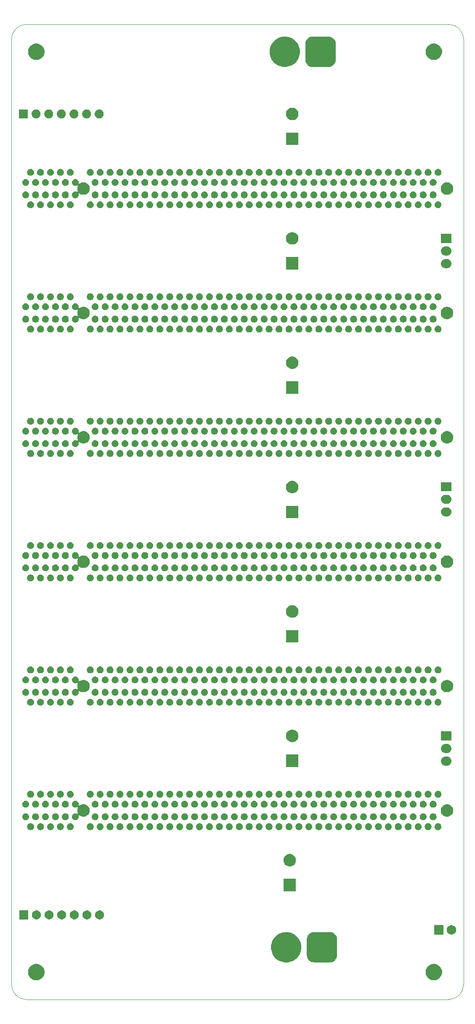
<source format=gbs>
G04 #@! TF.GenerationSoftware,KiCad,Pcbnew,(5.1.5)-3*
G04 #@! TF.CreationDate,2020-02-02T15:47:32+09:00*
G04 #@! TF.ProjectId,MotherBoard_PCIe,4d6f7468-6572-4426-9f61-72645f504349,rev?*
G04 #@! TF.SameCoordinates,Original*
G04 #@! TF.FileFunction,Soldermask,Bot*
G04 #@! TF.FilePolarity,Negative*
%FSLAX46Y46*%
G04 Gerber Fmt 4.6, Leading zero omitted, Abs format (unit mm)*
G04 Created by KiCad (PCBNEW (5.1.5)-3) date 2020-02-02 15:47:32*
%MOMM*%
%LPD*%
G04 APERTURE LIST*
%ADD10C,0.050000*%
%ADD11C,0.100000*%
G04 APERTURE END LIST*
D10*
X78000000Y-193000000D02*
G75*
G02X75000000Y-190000000I0J3000000D01*
G01*
X166000000Y-190000000D02*
G75*
G02X163000000Y-193000000I-3000000J0D01*
G01*
X75000000Y0D02*
G75*
G02X78000000Y3000000I3000000J0D01*
G01*
X163000000Y3000000D02*
G75*
G02X166000000Y0I0J-3000000D01*
G01*
X78000000Y3000000D02*
X163000000Y3000000D01*
X75000000Y-190000000D02*
X75000000Y0D01*
X163000000Y-193000000D02*
X78000000Y-193000000D01*
X166000000Y0D02*
X166000000Y-190000000D01*
D11*
G36*
X160375256Y-185891298D02*
G01*
X160481579Y-185912447D01*
X160782042Y-186036903D01*
X161052451Y-186217585D01*
X161282415Y-186447549D01*
X161463097Y-186717958D01*
X161587553Y-187018421D01*
X161651000Y-187337391D01*
X161651000Y-187662609D01*
X161587553Y-187981579D01*
X161463097Y-188282042D01*
X161282415Y-188552451D01*
X161052451Y-188782415D01*
X160782042Y-188963097D01*
X160481579Y-189087553D01*
X160375256Y-189108702D01*
X160162611Y-189151000D01*
X159837389Y-189151000D01*
X159624744Y-189108702D01*
X159518421Y-189087553D01*
X159217958Y-188963097D01*
X158947549Y-188782415D01*
X158717585Y-188552451D01*
X158536903Y-188282042D01*
X158412447Y-187981579D01*
X158349000Y-187662609D01*
X158349000Y-187337391D01*
X158412447Y-187018421D01*
X158536903Y-186717958D01*
X158717585Y-186447549D01*
X158947549Y-186217585D01*
X159217958Y-186036903D01*
X159518421Y-185912447D01*
X159624744Y-185891298D01*
X159837389Y-185849000D01*
X160162611Y-185849000D01*
X160375256Y-185891298D01*
G37*
G36*
X80375256Y-185891298D02*
G01*
X80481579Y-185912447D01*
X80782042Y-186036903D01*
X81052451Y-186217585D01*
X81282415Y-186447549D01*
X81463097Y-186717958D01*
X81587553Y-187018421D01*
X81651000Y-187337391D01*
X81651000Y-187662609D01*
X81587553Y-187981579D01*
X81463097Y-188282042D01*
X81282415Y-188552451D01*
X81052451Y-188782415D01*
X80782042Y-188963097D01*
X80481579Y-189087553D01*
X80375256Y-189108702D01*
X80162611Y-189151000D01*
X79837389Y-189151000D01*
X79624744Y-189108702D01*
X79518421Y-189087553D01*
X79217958Y-188963097D01*
X78947549Y-188782415D01*
X78717585Y-188552451D01*
X78536903Y-188282042D01*
X78412447Y-187981579D01*
X78349000Y-187662609D01*
X78349000Y-187337391D01*
X78412447Y-187018421D01*
X78536903Y-186717958D01*
X78717585Y-186447549D01*
X78947549Y-186217585D01*
X79217958Y-186036903D01*
X79518421Y-185912447D01*
X79624744Y-185891298D01*
X79837389Y-185849000D01*
X80162611Y-185849000D01*
X80375256Y-185891298D01*
G37*
G36*
X131189943Y-179566248D02*
G01*
X131745189Y-179796238D01*
X131745190Y-179796239D01*
X132244899Y-180130134D01*
X132669866Y-180555101D01*
X132669867Y-180555103D01*
X133003762Y-181054811D01*
X133233752Y-181610057D01*
X133351000Y-182199501D01*
X133351000Y-182800499D01*
X133233752Y-183389943D01*
X133003762Y-183945189D01*
X133003761Y-183945190D01*
X132669866Y-184444899D01*
X132244899Y-184869866D01*
X131993347Y-185037948D01*
X131745189Y-185203762D01*
X131189943Y-185433752D01*
X130600499Y-185551000D01*
X129999501Y-185551000D01*
X129410057Y-185433752D01*
X128854811Y-185203762D01*
X128606653Y-185037948D01*
X128355101Y-184869866D01*
X127930134Y-184444899D01*
X127596239Y-183945190D01*
X127596238Y-183945189D01*
X127366248Y-183389943D01*
X127249000Y-182800499D01*
X127249000Y-182199501D01*
X127366248Y-181610057D01*
X127596238Y-181054811D01*
X127930133Y-180555103D01*
X127930134Y-180555101D01*
X128355101Y-180130134D01*
X128854810Y-179796239D01*
X128854811Y-179796238D01*
X129410057Y-179566248D01*
X129999501Y-179449000D01*
X130600499Y-179449000D01*
X131189943Y-179566248D01*
G37*
G36*
X139373297Y-179477704D02*
G01*
X139647637Y-179560924D01*
X139900462Y-179696062D01*
X140122070Y-179877930D01*
X140303938Y-180099538D01*
X140439076Y-180352363D01*
X140522296Y-180626703D01*
X140551000Y-180918140D01*
X140551000Y-184081860D01*
X140522296Y-184373297D01*
X140439076Y-184647637D01*
X140303938Y-184900462D01*
X140122070Y-185122070D01*
X139900462Y-185303938D01*
X139647637Y-185439076D01*
X139373297Y-185522296D01*
X139081860Y-185551000D01*
X135918140Y-185551000D01*
X135626703Y-185522296D01*
X135352363Y-185439076D01*
X135099538Y-185303938D01*
X134877930Y-185122070D01*
X134696062Y-184900462D01*
X134560924Y-184647637D01*
X134477704Y-184373297D01*
X134449000Y-184081860D01*
X134449000Y-180918140D01*
X134477704Y-180626703D01*
X134560924Y-180352363D01*
X134696062Y-180099538D01*
X134877930Y-179877930D01*
X135099538Y-179696062D01*
X135352363Y-179560924D01*
X135626703Y-179477704D01*
X135918140Y-179449000D01*
X139081860Y-179449000D01*
X139373297Y-179477704D01*
G37*
G36*
X163817395Y-178085546D02*
G01*
X163990466Y-178157234D01*
X163990467Y-178157235D01*
X164146227Y-178261310D01*
X164278690Y-178393773D01*
X164278691Y-178393775D01*
X164382766Y-178549534D01*
X164454454Y-178722605D01*
X164491000Y-178906333D01*
X164491000Y-179093667D01*
X164454454Y-179277395D01*
X164382766Y-179450466D01*
X164382765Y-179450467D01*
X164278690Y-179606227D01*
X164146227Y-179738690D01*
X164067818Y-179791081D01*
X163990466Y-179842766D01*
X163817395Y-179914454D01*
X163633667Y-179951000D01*
X163446333Y-179951000D01*
X163262605Y-179914454D01*
X163089534Y-179842766D01*
X163012182Y-179791081D01*
X162933773Y-179738690D01*
X162801310Y-179606227D01*
X162697235Y-179450467D01*
X162697234Y-179450466D01*
X162625546Y-179277395D01*
X162589000Y-179093667D01*
X162589000Y-178906333D01*
X162625546Y-178722605D01*
X162697234Y-178549534D01*
X162801309Y-178393775D01*
X162801310Y-178393773D01*
X162933773Y-178261310D01*
X163089533Y-178157235D01*
X163089534Y-178157234D01*
X163262605Y-178085546D01*
X163446333Y-178049000D01*
X163633667Y-178049000D01*
X163817395Y-178085546D01*
G37*
G36*
X161951000Y-179951000D02*
G01*
X160049000Y-179951000D01*
X160049000Y-178049000D01*
X161951000Y-178049000D01*
X161951000Y-179951000D01*
G37*
G36*
X90313512Y-175103927D02*
G01*
X90462812Y-175133624D01*
X90626784Y-175201544D01*
X90774354Y-175300147D01*
X90899853Y-175425646D01*
X90998456Y-175573216D01*
X91066376Y-175737188D01*
X91101000Y-175911259D01*
X91101000Y-176088741D01*
X91066376Y-176262812D01*
X90998456Y-176426784D01*
X90899853Y-176574354D01*
X90774354Y-176699853D01*
X90626784Y-176798456D01*
X90462812Y-176866376D01*
X90313512Y-176896073D01*
X90288742Y-176901000D01*
X90111258Y-176901000D01*
X90086488Y-176896073D01*
X89937188Y-176866376D01*
X89773216Y-176798456D01*
X89625646Y-176699853D01*
X89500147Y-176574354D01*
X89401544Y-176426784D01*
X89333624Y-176262812D01*
X89299000Y-176088741D01*
X89299000Y-175911259D01*
X89333624Y-175737188D01*
X89401544Y-175573216D01*
X89500147Y-175425646D01*
X89625646Y-175300147D01*
X89773216Y-175201544D01*
X89937188Y-175133624D01*
X90086488Y-175103927D01*
X90111258Y-175099000D01*
X90288742Y-175099000D01*
X90313512Y-175103927D01*
G37*
G36*
X87773512Y-175103927D02*
G01*
X87922812Y-175133624D01*
X88086784Y-175201544D01*
X88234354Y-175300147D01*
X88359853Y-175425646D01*
X88458456Y-175573216D01*
X88526376Y-175737188D01*
X88561000Y-175911259D01*
X88561000Y-176088741D01*
X88526376Y-176262812D01*
X88458456Y-176426784D01*
X88359853Y-176574354D01*
X88234354Y-176699853D01*
X88086784Y-176798456D01*
X87922812Y-176866376D01*
X87773512Y-176896073D01*
X87748742Y-176901000D01*
X87571258Y-176901000D01*
X87546488Y-176896073D01*
X87397188Y-176866376D01*
X87233216Y-176798456D01*
X87085646Y-176699853D01*
X86960147Y-176574354D01*
X86861544Y-176426784D01*
X86793624Y-176262812D01*
X86759000Y-176088741D01*
X86759000Y-175911259D01*
X86793624Y-175737188D01*
X86861544Y-175573216D01*
X86960147Y-175425646D01*
X87085646Y-175300147D01*
X87233216Y-175201544D01*
X87397188Y-175133624D01*
X87546488Y-175103927D01*
X87571258Y-175099000D01*
X87748742Y-175099000D01*
X87773512Y-175103927D01*
G37*
G36*
X85233512Y-175103927D02*
G01*
X85382812Y-175133624D01*
X85546784Y-175201544D01*
X85694354Y-175300147D01*
X85819853Y-175425646D01*
X85918456Y-175573216D01*
X85986376Y-175737188D01*
X86021000Y-175911259D01*
X86021000Y-176088741D01*
X85986376Y-176262812D01*
X85918456Y-176426784D01*
X85819853Y-176574354D01*
X85694354Y-176699853D01*
X85546784Y-176798456D01*
X85382812Y-176866376D01*
X85233512Y-176896073D01*
X85208742Y-176901000D01*
X85031258Y-176901000D01*
X85006488Y-176896073D01*
X84857188Y-176866376D01*
X84693216Y-176798456D01*
X84545646Y-176699853D01*
X84420147Y-176574354D01*
X84321544Y-176426784D01*
X84253624Y-176262812D01*
X84219000Y-176088741D01*
X84219000Y-175911259D01*
X84253624Y-175737188D01*
X84321544Y-175573216D01*
X84420147Y-175425646D01*
X84545646Y-175300147D01*
X84693216Y-175201544D01*
X84857188Y-175133624D01*
X85006488Y-175103927D01*
X85031258Y-175099000D01*
X85208742Y-175099000D01*
X85233512Y-175103927D01*
G37*
G36*
X82693512Y-175103927D02*
G01*
X82842812Y-175133624D01*
X83006784Y-175201544D01*
X83154354Y-175300147D01*
X83279853Y-175425646D01*
X83378456Y-175573216D01*
X83446376Y-175737188D01*
X83481000Y-175911259D01*
X83481000Y-176088741D01*
X83446376Y-176262812D01*
X83378456Y-176426784D01*
X83279853Y-176574354D01*
X83154354Y-176699853D01*
X83006784Y-176798456D01*
X82842812Y-176866376D01*
X82693512Y-176896073D01*
X82668742Y-176901000D01*
X82491258Y-176901000D01*
X82466488Y-176896073D01*
X82317188Y-176866376D01*
X82153216Y-176798456D01*
X82005646Y-176699853D01*
X81880147Y-176574354D01*
X81781544Y-176426784D01*
X81713624Y-176262812D01*
X81679000Y-176088741D01*
X81679000Y-175911259D01*
X81713624Y-175737188D01*
X81781544Y-175573216D01*
X81880147Y-175425646D01*
X82005646Y-175300147D01*
X82153216Y-175201544D01*
X82317188Y-175133624D01*
X82466488Y-175103927D01*
X82491258Y-175099000D01*
X82668742Y-175099000D01*
X82693512Y-175103927D01*
G37*
G36*
X80153512Y-175103927D02*
G01*
X80302812Y-175133624D01*
X80466784Y-175201544D01*
X80614354Y-175300147D01*
X80739853Y-175425646D01*
X80838456Y-175573216D01*
X80906376Y-175737188D01*
X80941000Y-175911259D01*
X80941000Y-176088741D01*
X80906376Y-176262812D01*
X80838456Y-176426784D01*
X80739853Y-176574354D01*
X80614354Y-176699853D01*
X80466784Y-176798456D01*
X80302812Y-176866376D01*
X80153512Y-176896073D01*
X80128742Y-176901000D01*
X79951258Y-176901000D01*
X79926488Y-176896073D01*
X79777188Y-176866376D01*
X79613216Y-176798456D01*
X79465646Y-176699853D01*
X79340147Y-176574354D01*
X79241544Y-176426784D01*
X79173624Y-176262812D01*
X79139000Y-176088741D01*
X79139000Y-175911259D01*
X79173624Y-175737188D01*
X79241544Y-175573216D01*
X79340147Y-175425646D01*
X79465646Y-175300147D01*
X79613216Y-175201544D01*
X79777188Y-175133624D01*
X79926488Y-175103927D01*
X79951258Y-175099000D01*
X80128742Y-175099000D01*
X80153512Y-175103927D01*
G37*
G36*
X78401000Y-176901000D02*
G01*
X76599000Y-176901000D01*
X76599000Y-175099000D01*
X78401000Y-175099000D01*
X78401000Y-176901000D01*
G37*
G36*
X92853512Y-175103927D02*
G01*
X93002812Y-175133624D01*
X93166784Y-175201544D01*
X93314354Y-175300147D01*
X93439853Y-175425646D01*
X93538456Y-175573216D01*
X93606376Y-175737188D01*
X93641000Y-175911259D01*
X93641000Y-176088741D01*
X93606376Y-176262812D01*
X93538456Y-176426784D01*
X93439853Y-176574354D01*
X93314354Y-176699853D01*
X93166784Y-176798456D01*
X93002812Y-176866376D01*
X92853512Y-176896073D01*
X92828742Y-176901000D01*
X92651258Y-176901000D01*
X92626488Y-176896073D01*
X92477188Y-176866376D01*
X92313216Y-176798456D01*
X92165646Y-176699853D01*
X92040147Y-176574354D01*
X91941544Y-176426784D01*
X91873624Y-176262812D01*
X91839000Y-176088741D01*
X91839000Y-175911259D01*
X91873624Y-175737188D01*
X91941544Y-175573216D01*
X92040147Y-175425646D01*
X92165646Y-175300147D01*
X92313216Y-175201544D01*
X92477188Y-175133624D01*
X92626488Y-175103927D01*
X92651258Y-175099000D01*
X92828742Y-175099000D01*
X92853512Y-175103927D01*
G37*
G36*
X132251000Y-171251000D02*
G01*
X129749000Y-171251000D01*
X129749000Y-168749000D01*
X132251000Y-168749000D01*
X132251000Y-171251000D01*
G37*
G36*
X131364903Y-163797075D02*
G01*
X131592571Y-163891378D01*
X131797466Y-164028285D01*
X131971715Y-164202534D01*
X132108622Y-164407429D01*
X132202925Y-164635097D01*
X132251000Y-164876787D01*
X132251000Y-165123213D01*
X132202925Y-165364903D01*
X132108622Y-165592571D01*
X131971715Y-165797466D01*
X131797466Y-165971715D01*
X131592571Y-166108622D01*
X131592570Y-166108623D01*
X131592569Y-166108623D01*
X131364903Y-166202925D01*
X131123214Y-166251000D01*
X130876786Y-166251000D01*
X130635097Y-166202925D01*
X130407431Y-166108623D01*
X130407430Y-166108623D01*
X130407429Y-166108622D01*
X130202534Y-165971715D01*
X130028285Y-165797466D01*
X129891378Y-165592571D01*
X129797075Y-165364903D01*
X129749000Y-165123213D01*
X129749000Y-164876787D01*
X129797075Y-164635097D01*
X129891378Y-164407429D01*
X130028285Y-164202534D01*
X130202534Y-164028285D01*
X130407429Y-163891378D01*
X130635097Y-163797075D01*
X130876786Y-163749000D01*
X131123214Y-163749000D01*
X131364903Y-163797075D01*
G37*
G36*
X129051557Y-157585555D02*
G01*
X129177310Y-157637643D01*
X129290486Y-157713265D01*
X129386735Y-157809514D01*
X129462357Y-157922690D01*
X129514445Y-158048443D01*
X129541000Y-158181943D01*
X129541000Y-158318057D01*
X129514445Y-158451557D01*
X129462357Y-158577310D01*
X129386735Y-158690486D01*
X129290486Y-158786735D01*
X129177310Y-158862357D01*
X129051557Y-158914445D01*
X128918058Y-158941000D01*
X128781942Y-158941000D01*
X128648443Y-158914445D01*
X128522690Y-158862357D01*
X128409514Y-158786735D01*
X128313265Y-158690486D01*
X128237643Y-158577310D01*
X128185555Y-158451557D01*
X128159000Y-158318057D01*
X128159000Y-158181943D01*
X128185555Y-158048443D01*
X128237643Y-157922690D01*
X128313265Y-157809514D01*
X128409514Y-157713265D01*
X128522690Y-157637643D01*
X128648443Y-157585555D01*
X128781942Y-157559000D01*
X128918058Y-157559000D01*
X129051557Y-157585555D01*
G37*
G36*
X137051557Y-157585555D02*
G01*
X137177310Y-157637643D01*
X137290486Y-157713265D01*
X137386735Y-157809514D01*
X137462357Y-157922690D01*
X137514445Y-158048443D01*
X137541000Y-158181943D01*
X137541000Y-158318057D01*
X137514445Y-158451557D01*
X137462357Y-158577310D01*
X137386735Y-158690486D01*
X137290486Y-158786735D01*
X137177310Y-158862357D01*
X137051557Y-158914445D01*
X136918058Y-158941000D01*
X136781942Y-158941000D01*
X136648443Y-158914445D01*
X136522690Y-158862357D01*
X136409514Y-158786735D01*
X136313265Y-158690486D01*
X136237643Y-158577310D01*
X136185555Y-158451557D01*
X136159000Y-158318057D01*
X136159000Y-158181943D01*
X136185555Y-158048443D01*
X136237643Y-157922690D01*
X136313265Y-157809514D01*
X136409514Y-157713265D01*
X136522690Y-157637643D01*
X136648443Y-157585555D01*
X136781942Y-157559000D01*
X136918058Y-157559000D01*
X137051557Y-157585555D01*
G37*
G36*
X131051557Y-157585555D02*
G01*
X131177310Y-157637643D01*
X131290486Y-157713265D01*
X131386735Y-157809514D01*
X131462357Y-157922690D01*
X131514445Y-158048443D01*
X131541000Y-158181943D01*
X131541000Y-158318057D01*
X131514445Y-158451557D01*
X131462357Y-158577310D01*
X131386735Y-158690486D01*
X131290486Y-158786735D01*
X131177310Y-158862357D01*
X131051557Y-158914445D01*
X130918058Y-158941000D01*
X130781942Y-158941000D01*
X130648443Y-158914445D01*
X130522690Y-158862357D01*
X130409514Y-158786735D01*
X130313265Y-158690486D01*
X130237643Y-158577310D01*
X130185555Y-158451557D01*
X130159000Y-158318057D01*
X130159000Y-158181943D01*
X130185555Y-158048443D01*
X130237643Y-157922690D01*
X130313265Y-157809514D01*
X130409514Y-157713265D01*
X130522690Y-157637643D01*
X130648443Y-157585555D01*
X130781942Y-157559000D01*
X130918058Y-157559000D01*
X131051557Y-157585555D01*
G37*
G36*
X133051557Y-157585555D02*
G01*
X133177310Y-157637643D01*
X133290486Y-157713265D01*
X133386735Y-157809514D01*
X133462357Y-157922690D01*
X133514445Y-158048443D01*
X133541000Y-158181943D01*
X133541000Y-158318057D01*
X133514445Y-158451557D01*
X133462357Y-158577310D01*
X133386735Y-158690486D01*
X133290486Y-158786735D01*
X133177310Y-158862357D01*
X133051557Y-158914445D01*
X132918058Y-158941000D01*
X132781942Y-158941000D01*
X132648443Y-158914445D01*
X132522690Y-158862357D01*
X132409514Y-158786735D01*
X132313265Y-158690486D01*
X132237643Y-158577310D01*
X132185555Y-158451557D01*
X132159000Y-158318057D01*
X132159000Y-158181943D01*
X132185555Y-158048443D01*
X132237643Y-157922690D01*
X132313265Y-157809514D01*
X132409514Y-157713265D01*
X132522690Y-157637643D01*
X132648443Y-157585555D01*
X132781942Y-157559000D01*
X132918058Y-157559000D01*
X133051557Y-157585555D01*
G37*
G36*
X135051557Y-157585555D02*
G01*
X135177310Y-157637643D01*
X135290486Y-157713265D01*
X135386735Y-157809514D01*
X135462357Y-157922690D01*
X135514445Y-158048443D01*
X135541000Y-158181943D01*
X135541000Y-158318057D01*
X135514445Y-158451557D01*
X135462357Y-158577310D01*
X135386735Y-158690486D01*
X135290486Y-158786735D01*
X135177310Y-158862357D01*
X135051557Y-158914445D01*
X134918058Y-158941000D01*
X134781942Y-158941000D01*
X134648443Y-158914445D01*
X134522690Y-158862357D01*
X134409514Y-158786735D01*
X134313265Y-158690486D01*
X134237643Y-158577310D01*
X134185555Y-158451557D01*
X134159000Y-158318057D01*
X134159000Y-158181943D01*
X134185555Y-158048443D01*
X134237643Y-157922690D01*
X134313265Y-157809514D01*
X134409514Y-157713265D01*
X134522690Y-157637643D01*
X134648443Y-157585555D01*
X134781942Y-157559000D01*
X134918058Y-157559000D01*
X135051557Y-157585555D01*
G37*
G36*
X139051557Y-157585555D02*
G01*
X139177310Y-157637643D01*
X139290486Y-157713265D01*
X139386735Y-157809514D01*
X139462357Y-157922690D01*
X139514445Y-158048443D01*
X139541000Y-158181943D01*
X139541000Y-158318057D01*
X139514445Y-158451557D01*
X139462357Y-158577310D01*
X139386735Y-158690486D01*
X139290486Y-158786735D01*
X139177310Y-158862357D01*
X139051557Y-158914445D01*
X138918058Y-158941000D01*
X138781942Y-158941000D01*
X138648443Y-158914445D01*
X138522690Y-158862357D01*
X138409514Y-158786735D01*
X138313265Y-158690486D01*
X138237643Y-158577310D01*
X138185555Y-158451557D01*
X138159000Y-158318057D01*
X138159000Y-158181943D01*
X138185555Y-158048443D01*
X138237643Y-157922690D01*
X138313265Y-157809514D01*
X138409514Y-157713265D01*
X138522690Y-157637643D01*
X138648443Y-157585555D01*
X138781942Y-157559000D01*
X138918058Y-157559000D01*
X139051557Y-157585555D01*
G37*
G36*
X155051557Y-157585555D02*
G01*
X155177310Y-157637643D01*
X155290486Y-157713265D01*
X155386735Y-157809514D01*
X155462357Y-157922690D01*
X155514445Y-158048443D01*
X155541000Y-158181943D01*
X155541000Y-158318057D01*
X155514445Y-158451557D01*
X155462357Y-158577310D01*
X155386735Y-158690486D01*
X155290486Y-158786735D01*
X155177310Y-158862357D01*
X155051557Y-158914445D01*
X154918058Y-158941000D01*
X154781942Y-158941000D01*
X154648443Y-158914445D01*
X154522690Y-158862357D01*
X154409514Y-158786735D01*
X154313265Y-158690486D01*
X154237643Y-158577310D01*
X154185555Y-158451557D01*
X154159000Y-158318057D01*
X154159000Y-158181943D01*
X154185555Y-158048443D01*
X154237643Y-157922690D01*
X154313265Y-157809514D01*
X154409514Y-157713265D01*
X154522690Y-157637643D01*
X154648443Y-157585555D01*
X154781942Y-157559000D01*
X154918058Y-157559000D01*
X155051557Y-157585555D01*
G37*
G36*
X161051557Y-157585555D02*
G01*
X161177310Y-157637643D01*
X161290486Y-157713265D01*
X161386735Y-157809514D01*
X161462357Y-157922690D01*
X161514445Y-158048443D01*
X161541000Y-158181943D01*
X161541000Y-158318057D01*
X161514445Y-158451557D01*
X161462357Y-158577310D01*
X161386735Y-158690486D01*
X161290486Y-158786735D01*
X161177310Y-158862357D01*
X161051557Y-158914445D01*
X160918058Y-158941000D01*
X160781942Y-158941000D01*
X160648443Y-158914445D01*
X160522690Y-158862357D01*
X160409514Y-158786735D01*
X160313265Y-158690486D01*
X160237643Y-158577310D01*
X160185555Y-158451557D01*
X160159000Y-158318057D01*
X160159000Y-158181943D01*
X160185555Y-158048443D01*
X160237643Y-157922690D01*
X160313265Y-157809514D01*
X160409514Y-157713265D01*
X160522690Y-157637643D01*
X160648443Y-157585555D01*
X160781942Y-157559000D01*
X160918058Y-157559000D01*
X161051557Y-157585555D01*
G37*
G36*
X159051557Y-157585555D02*
G01*
X159177310Y-157637643D01*
X159290486Y-157713265D01*
X159386735Y-157809514D01*
X159462357Y-157922690D01*
X159514445Y-158048443D01*
X159541000Y-158181943D01*
X159541000Y-158318057D01*
X159514445Y-158451557D01*
X159462357Y-158577310D01*
X159386735Y-158690486D01*
X159290486Y-158786735D01*
X159177310Y-158862357D01*
X159051557Y-158914445D01*
X158918058Y-158941000D01*
X158781942Y-158941000D01*
X158648443Y-158914445D01*
X158522690Y-158862357D01*
X158409514Y-158786735D01*
X158313265Y-158690486D01*
X158237643Y-158577310D01*
X158185555Y-158451557D01*
X158159000Y-158318057D01*
X158159000Y-158181943D01*
X158185555Y-158048443D01*
X158237643Y-157922690D01*
X158313265Y-157809514D01*
X158409514Y-157713265D01*
X158522690Y-157637643D01*
X158648443Y-157585555D01*
X158781942Y-157559000D01*
X158918058Y-157559000D01*
X159051557Y-157585555D01*
G37*
G36*
X157051557Y-157585555D02*
G01*
X157177310Y-157637643D01*
X157290486Y-157713265D01*
X157386735Y-157809514D01*
X157462357Y-157922690D01*
X157514445Y-158048443D01*
X157541000Y-158181943D01*
X157541000Y-158318057D01*
X157514445Y-158451557D01*
X157462357Y-158577310D01*
X157386735Y-158690486D01*
X157290486Y-158786735D01*
X157177310Y-158862357D01*
X157051557Y-158914445D01*
X156918058Y-158941000D01*
X156781942Y-158941000D01*
X156648443Y-158914445D01*
X156522690Y-158862357D01*
X156409514Y-158786735D01*
X156313265Y-158690486D01*
X156237643Y-158577310D01*
X156185555Y-158451557D01*
X156159000Y-158318057D01*
X156159000Y-158181943D01*
X156185555Y-158048443D01*
X156237643Y-157922690D01*
X156313265Y-157809514D01*
X156409514Y-157713265D01*
X156522690Y-157637643D01*
X156648443Y-157585555D01*
X156781942Y-157559000D01*
X156918058Y-157559000D01*
X157051557Y-157585555D01*
G37*
G36*
X153051557Y-157585555D02*
G01*
X153177310Y-157637643D01*
X153290486Y-157713265D01*
X153386735Y-157809514D01*
X153462357Y-157922690D01*
X153514445Y-158048443D01*
X153541000Y-158181943D01*
X153541000Y-158318057D01*
X153514445Y-158451557D01*
X153462357Y-158577310D01*
X153386735Y-158690486D01*
X153290486Y-158786735D01*
X153177310Y-158862357D01*
X153051557Y-158914445D01*
X152918058Y-158941000D01*
X152781942Y-158941000D01*
X152648443Y-158914445D01*
X152522690Y-158862357D01*
X152409514Y-158786735D01*
X152313265Y-158690486D01*
X152237643Y-158577310D01*
X152185555Y-158451557D01*
X152159000Y-158318057D01*
X152159000Y-158181943D01*
X152185555Y-158048443D01*
X152237643Y-157922690D01*
X152313265Y-157809514D01*
X152409514Y-157713265D01*
X152522690Y-157637643D01*
X152648443Y-157585555D01*
X152781942Y-157559000D01*
X152918058Y-157559000D01*
X153051557Y-157585555D01*
G37*
G36*
X151051557Y-157585555D02*
G01*
X151177310Y-157637643D01*
X151290486Y-157713265D01*
X151386735Y-157809514D01*
X151462357Y-157922690D01*
X151514445Y-158048443D01*
X151541000Y-158181943D01*
X151541000Y-158318057D01*
X151514445Y-158451557D01*
X151462357Y-158577310D01*
X151386735Y-158690486D01*
X151290486Y-158786735D01*
X151177310Y-158862357D01*
X151051557Y-158914445D01*
X150918058Y-158941000D01*
X150781942Y-158941000D01*
X150648443Y-158914445D01*
X150522690Y-158862357D01*
X150409514Y-158786735D01*
X150313265Y-158690486D01*
X150237643Y-158577310D01*
X150185555Y-158451557D01*
X150159000Y-158318057D01*
X150159000Y-158181943D01*
X150185555Y-158048443D01*
X150237643Y-157922690D01*
X150313265Y-157809514D01*
X150409514Y-157713265D01*
X150522690Y-157637643D01*
X150648443Y-157585555D01*
X150781942Y-157559000D01*
X150918058Y-157559000D01*
X151051557Y-157585555D01*
G37*
G36*
X149051557Y-157585555D02*
G01*
X149177310Y-157637643D01*
X149290486Y-157713265D01*
X149386735Y-157809514D01*
X149462357Y-157922690D01*
X149514445Y-158048443D01*
X149541000Y-158181943D01*
X149541000Y-158318057D01*
X149514445Y-158451557D01*
X149462357Y-158577310D01*
X149386735Y-158690486D01*
X149290486Y-158786735D01*
X149177310Y-158862357D01*
X149051557Y-158914445D01*
X148918058Y-158941000D01*
X148781942Y-158941000D01*
X148648443Y-158914445D01*
X148522690Y-158862357D01*
X148409514Y-158786735D01*
X148313265Y-158690486D01*
X148237643Y-158577310D01*
X148185555Y-158451557D01*
X148159000Y-158318057D01*
X148159000Y-158181943D01*
X148185555Y-158048443D01*
X148237643Y-157922690D01*
X148313265Y-157809514D01*
X148409514Y-157713265D01*
X148522690Y-157637643D01*
X148648443Y-157585555D01*
X148781942Y-157559000D01*
X148918058Y-157559000D01*
X149051557Y-157585555D01*
G37*
G36*
X147051557Y-157585555D02*
G01*
X147177310Y-157637643D01*
X147290486Y-157713265D01*
X147386735Y-157809514D01*
X147462357Y-157922690D01*
X147514445Y-158048443D01*
X147541000Y-158181943D01*
X147541000Y-158318057D01*
X147514445Y-158451557D01*
X147462357Y-158577310D01*
X147386735Y-158690486D01*
X147290486Y-158786735D01*
X147177310Y-158862357D01*
X147051557Y-158914445D01*
X146918058Y-158941000D01*
X146781942Y-158941000D01*
X146648443Y-158914445D01*
X146522690Y-158862357D01*
X146409514Y-158786735D01*
X146313265Y-158690486D01*
X146237643Y-158577310D01*
X146185555Y-158451557D01*
X146159000Y-158318057D01*
X146159000Y-158181943D01*
X146185555Y-158048443D01*
X146237643Y-157922690D01*
X146313265Y-157809514D01*
X146409514Y-157713265D01*
X146522690Y-157637643D01*
X146648443Y-157585555D01*
X146781942Y-157559000D01*
X146918058Y-157559000D01*
X147051557Y-157585555D01*
G37*
G36*
X145051557Y-157585555D02*
G01*
X145177310Y-157637643D01*
X145290486Y-157713265D01*
X145386735Y-157809514D01*
X145462357Y-157922690D01*
X145514445Y-158048443D01*
X145541000Y-158181943D01*
X145541000Y-158318057D01*
X145514445Y-158451557D01*
X145462357Y-158577310D01*
X145386735Y-158690486D01*
X145290486Y-158786735D01*
X145177310Y-158862357D01*
X145051557Y-158914445D01*
X144918058Y-158941000D01*
X144781942Y-158941000D01*
X144648443Y-158914445D01*
X144522690Y-158862357D01*
X144409514Y-158786735D01*
X144313265Y-158690486D01*
X144237643Y-158577310D01*
X144185555Y-158451557D01*
X144159000Y-158318057D01*
X144159000Y-158181943D01*
X144185555Y-158048443D01*
X144237643Y-157922690D01*
X144313265Y-157809514D01*
X144409514Y-157713265D01*
X144522690Y-157637643D01*
X144648443Y-157585555D01*
X144781942Y-157559000D01*
X144918058Y-157559000D01*
X145051557Y-157585555D01*
G37*
G36*
X143051557Y-157585555D02*
G01*
X143177310Y-157637643D01*
X143290486Y-157713265D01*
X143386735Y-157809514D01*
X143462357Y-157922690D01*
X143514445Y-158048443D01*
X143541000Y-158181943D01*
X143541000Y-158318057D01*
X143514445Y-158451557D01*
X143462357Y-158577310D01*
X143386735Y-158690486D01*
X143290486Y-158786735D01*
X143177310Y-158862357D01*
X143051557Y-158914445D01*
X142918058Y-158941000D01*
X142781942Y-158941000D01*
X142648443Y-158914445D01*
X142522690Y-158862357D01*
X142409514Y-158786735D01*
X142313265Y-158690486D01*
X142237643Y-158577310D01*
X142185555Y-158451557D01*
X142159000Y-158318057D01*
X142159000Y-158181943D01*
X142185555Y-158048443D01*
X142237643Y-157922690D01*
X142313265Y-157809514D01*
X142409514Y-157713265D01*
X142522690Y-157637643D01*
X142648443Y-157585555D01*
X142781942Y-157559000D01*
X142918058Y-157559000D01*
X143051557Y-157585555D01*
G37*
G36*
X81051557Y-157585555D02*
G01*
X81177310Y-157637643D01*
X81290486Y-157713265D01*
X81386735Y-157809514D01*
X81462357Y-157922690D01*
X81514445Y-158048443D01*
X81541000Y-158181943D01*
X81541000Y-158318057D01*
X81514445Y-158451557D01*
X81462357Y-158577310D01*
X81386735Y-158690486D01*
X81290486Y-158786735D01*
X81177310Y-158862357D01*
X81051557Y-158914445D01*
X80918058Y-158941000D01*
X80781942Y-158941000D01*
X80648443Y-158914445D01*
X80522690Y-158862357D01*
X80409514Y-158786735D01*
X80313265Y-158690486D01*
X80237643Y-158577310D01*
X80185555Y-158451557D01*
X80159000Y-158318057D01*
X80159000Y-158181943D01*
X80185555Y-158048443D01*
X80237643Y-157922690D01*
X80313265Y-157809514D01*
X80409514Y-157713265D01*
X80522690Y-157637643D01*
X80648443Y-157585555D01*
X80781942Y-157559000D01*
X80918058Y-157559000D01*
X81051557Y-157585555D01*
G37*
G36*
X87051557Y-157585555D02*
G01*
X87177310Y-157637643D01*
X87290486Y-157713265D01*
X87386735Y-157809514D01*
X87462357Y-157922690D01*
X87514445Y-158048443D01*
X87541000Y-158181943D01*
X87541000Y-158318057D01*
X87514445Y-158451557D01*
X87462357Y-158577310D01*
X87386735Y-158690486D01*
X87290486Y-158786735D01*
X87177310Y-158862357D01*
X87051557Y-158914445D01*
X86918058Y-158941000D01*
X86781942Y-158941000D01*
X86648443Y-158914445D01*
X86522690Y-158862357D01*
X86409514Y-158786735D01*
X86313265Y-158690486D01*
X86237643Y-158577310D01*
X86185555Y-158451557D01*
X86159000Y-158318057D01*
X86159000Y-158181943D01*
X86185555Y-158048443D01*
X86237643Y-157922690D01*
X86313265Y-157809514D01*
X86409514Y-157713265D01*
X86522690Y-157637643D01*
X86648443Y-157585555D01*
X86781942Y-157559000D01*
X86918058Y-157559000D01*
X87051557Y-157585555D01*
G37*
G36*
X85051557Y-157585555D02*
G01*
X85177310Y-157637643D01*
X85290486Y-157713265D01*
X85386735Y-157809514D01*
X85462357Y-157922690D01*
X85514445Y-158048443D01*
X85541000Y-158181943D01*
X85541000Y-158318057D01*
X85514445Y-158451557D01*
X85462357Y-158577310D01*
X85386735Y-158690486D01*
X85290486Y-158786735D01*
X85177310Y-158862357D01*
X85051557Y-158914445D01*
X84918058Y-158941000D01*
X84781942Y-158941000D01*
X84648443Y-158914445D01*
X84522690Y-158862357D01*
X84409514Y-158786735D01*
X84313265Y-158690486D01*
X84237643Y-158577310D01*
X84185555Y-158451557D01*
X84159000Y-158318057D01*
X84159000Y-158181943D01*
X84185555Y-158048443D01*
X84237643Y-157922690D01*
X84313265Y-157809514D01*
X84409514Y-157713265D01*
X84522690Y-157637643D01*
X84648443Y-157585555D01*
X84781942Y-157559000D01*
X84918058Y-157559000D01*
X85051557Y-157585555D01*
G37*
G36*
X83051557Y-157585555D02*
G01*
X83177310Y-157637643D01*
X83290486Y-157713265D01*
X83386735Y-157809514D01*
X83462357Y-157922690D01*
X83514445Y-158048443D01*
X83541000Y-158181943D01*
X83541000Y-158318057D01*
X83514445Y-158451557D01*
X83462357Y-158577310D01*
X83386735Y-158690486D01*
X83290486Y-158786735D01*
X83177310Y-158862357D01*
X83051557Y-158914445D01*
X82918058Y-158941000D01*
X82781942Y-158941000D01*
X82648443Y-158914445D01*
X82522690Y-158862357D01*
X82409514Y-158786735D01*
X82313265Y-158690486D01*
X82237643Y-158577310D01*
X82185555Y-158451557D01*
X82159000Y-158318057D01*
X82159000Y-158181943D01*
X82185555Y-158048443D01*
X82237643Y-157922690D01*
X82313265Y-157809514D01*
X82409514Y-157713265D01*
X82522690Y-157637643D01*
X82648443Y-157585555D01*
X82781942Y-157559000D01*
X82918058Y-157559000D01*
X83051557Y-157585555D01*
G37*
G36*
X125051557Y-157585555D02*
G01*
X125177310Y-157637643D01*
X125290486Y-157713265D01*
X125386735Y-157809514D01*
X125462357Y-157922690D01*
X125514445Y-158048443D01*
X125541000Y-158181943D01*
X125541000Y-158318057D01*
X125514445Y-158451557D01*
X125462357Y-158577310D01*
X125386735Y-158690486D01*
X125290486Y-158786735D01*
X125177310Y-158862357D01*
X125051557Y-158914445D01*
X124918058Y-158941000D01*
X124781942Y-158941000D01*
X124648443Y-158914445D01*
X124522690Y-158862357D01*
X124409514Y-158786735D01*
X124313265Y-158690486D01*
X124237643Y-158577310D01*
X124185555Y-158451557D01*
X124159000Y-158318057D01*
X124159000Y-158181943D01*
X124185555Y-158048443D01*
X124237643Y-157922690D01*
X124313265Y-157809514D01*
X124409514Y-157713265D01*
X124522690Y-157637643D01*
X124648443Y-157585555D01*
X124781942Y-157559000D01*
X124918058Y-157559000D01*
X125051557Y-157585555D01*
G37*
G36*
X91051557Y-157585555D02*
G01*
X91177310Y-157637643D01*
X91290486Y-157713265D01*
X91386735Y-157809514D01*
X91462357Y-157922690D01*
X91514445Y-158048443D01*
X91541000Y-158181943D01*
X91541000Y-158318057D01*
X91514445Y-158451557D01*
X91462357Y-158577310D01*
X91386735Y-158690486D01*
X91290486Y-158786735D01*
X91177310Y-158862357D01*
X91051557Y-158914445D01*
X90918058Y-158941000D01*
X90781942Y-158941000D01*
X90648443Y-158914445D01*
X90522690Y-158862357D01*
X90409514Y-158786735D01*
X90313265Y-158690486D01*
X90237643Y-158577310D01*
X90185555Y-158451557D01*
X90159000Y-158318057D01*
X90159000Y-158181943D01*
X90185555Y-158048443D01*
X90237643Y-157922690D01*
X90313265Y-157809514D01*
X90409514Y-157713265D01*
X90522690Y-157637643D01*
X90648443Y-157585555D01*
X90781942Y-157559000D01*
X90918058Y-157559000D01*
X91051557Y-157585555D01*
G37*
G36*
X141051557Y-157585555D02*
G01*
X141177310Y-157637643D01*
X141290486Y-157713265D01*
X141386735Y-157809514D01*
X141462357Y-157922690D01*
X141514445Y-158048443D01*
X141541000Y-158181943D01*
X141541000Y-158318057D01*
X141514445Y-158451557D01*
X141462357Y-158577310D01*
X141386735Y-158690486D01*
X141290486Y-158786735D01*
X141177310Y-158862357D01*
X141051557Y-158914445D01*
X140918058Y-158941000D01*
X140781942Y-158941000D01*
X140648443Y-158914445D01*
X140522690Y-158862357D01*
X140409514Y-158786735D01*
X140313265Y-158690486D01*
X140237643Y-158577310D01*
X140185555Y-158451557D01*
X140159000Y-158318057D01*
X140159000Y-158181943D01*
X140185555Y-158048443D01*
X140237643Y-157922690D01*
X140313265Y-157809514D01*
X140409514Y-157713265D01*
X140522690Y-157637643D01*
X140648443Y-157585555D01*
X140781942Y-157559000D01*
X140918058Y-157559000D01*
X141051557Y-157585555D01*
G37*
G36*
X79051557Y-157585555D02*
G01*
X79177310Y-157637643D01*
X79290486Y-157713265D01*
X79386735Y-157809514D01*
X79462357Y-157922690D01*
X79514445Y-158048443D01*
X79541000Y-158181943D01*
X79541000Y-158318057D01*
X79514445Y-158451557D01*
X79462357Y-158577310D01*
X79386735Y-158690486D01*
X79290486Y-158786735D01*
X79177310Y-158862357D01*
X79051557Y-158914445D01*
X78918058Y-158941000D01*
X78781942Y-158941000D01*
X78648443Y-158914445D01*
X78522690Y-158862357D01*
X78409514Y-158786735D01*
X78313265Y-158690486D01*
X78237643Y-158577310D01*
X78185555Y-158451557D01*
X78159000Y-158318057D01*
X78159000Y-158181943D01*
X78185555Y-158048443D01*
X78237643Y-157922690D01*
X78313265Y-157809514D01*
X78409514Y-157713265D01*
X78522690Y-157637643D01*
X78648443Y-157585555D01*
X78781942Y-157559000D01*
X78918058Y-157559000D01*
X79051557Y-157585555D01*
G37*
G36*
X93051557Y-157585555D02*
G01*
X93177310Y-157637643D01*
X93290486Y-157713265D01*
X93386735Y-157809514D01*
X93462357Y-157922690D01*
X93514445Y-158048443D01*
X93541000Y-158181943D01*
X93541000Y-158318057D01*
X93514445Y-158451557D01*
X93462357Y-158577310D01*
X93386735Y-158690486D01*
X93290486Y-158786735D01*
X93177310Y-158862357D01*
X93051557Y-158914445D01*
X92918058Y-158941000D01*
X92781942Y-158941000D01*
X92648443Y-158914445D01*
X92522690Y-158862357D01*
X92409514Y-158786735D01*
X92313265Y-158690486D01*
X92237643Y-158577310D01*
X92185555Y-158451557D01*
X92159000Y-158318057D01*
X92159000Y-158181943D01*
X92185555Y-158048443D01*
X92237643Y-157922690D01*
X92313265Y-157809514D01*
X92409514Y-157713265D01*
X92522690Y-157637643D01*
X92648443Y-157585555D01*
X92781942Y-157559000D01*
X92918058Y-157559000D01*
X93051557Y-157585555D01*
G37*
G36*
X95051557Y-157585555D02*
G01*
X95177310Y-157637643D01*
X95290486Y-157713265D01*
X95386735Y-157809514D01*
X95462357Y-157922690D01*
X95514445Y-158048443D01*
X95541000Y-158181943D01*
X95541000Y-158318057D01*
X95514445Y-158451557D01*
X95462357Y-158577310D01*
X95386735Y-158690486D01*
X95290486Y-158786735D01*
X95177310Y-158862357D01*
X95051557Y-158914445D01*
X94918058Y-158941000D01*
X94781942Y-158941000D01*
X94648443Y-158914445D01*
X94522690Y-158862357D01*
X94409514Y-158786735D01*
X94313265Y-158690486D01*
X94237643Y-158577310D01*
X94185555Y-158451557D01*
X94159000Y-158318057D01*
X94159000Y-158181943D01*
X94185555Y-158048443D01*
X94237643Y-157922690D01*
X94313265Y-157809514D01*
X94409514Y-157713265D01*
X94522690Y-157637643D01*
X94648443Y-157585555D01*
X94781942Y-157559000D01*
X94918058Y-157559000D01*
X95051557Y-157585555D01*
G37*
G36*
X97051557Y-157585555D02*
G01*
X97177310Y-157637643D01*
X97290486Y-157713265D01*
X97386735Y-157809514D01*
X97462357Y-157922690D01*
X97514445Y-158048443D01*
X97541000Y-158181943D01*
X97541000Y-158318057D01*
X97514445Y-158451557D01*
X97462357Y-158577310D01*
X97386735Y-158690486D01*
X97290486Y-158786735D01*
X97177310Y-158862357D01*
X97051557Y-158914445D01*
X96918058Y-158941000D01*
X96781942Y-158941000D01*
X96648443Y-158914445D01*
X96522690Y-158862357D01*
X96409514Y-158786735D01*
X96313265Y-158690486D01*
X96237643Y-158577310D01*
X96185555Y-158451557D01*
X96159000Y-158318057D01*
X96159000Y-158181943D01*
X96185555Y-158048443D01*
X96237643Y-157922690D01*
X96313265Y-157809514D01*
X96409514Y-157713265D01*
X96522690Y-157637643D01*
X96648443Y-157585555D01*
X96781942Y-157559000D01*
X96918058Y-157559000D01*
X97051557Y-157585555D01*
G37*
G36*
X99051557Y-157585555D02*
G01*
X99177310Y-157637643D01*
X99290486Y-157713265D01*
X99386735Y-157809514D01*
X99462357Y-157922690D01*
X99514445Y-158048443D01*
X99541000Y-158181943D01*
X99541000Y-158318057D01*
X99514445Y-158451557D01*
X99462357Y-158577310D01*
X99386735Y-158690486D01*
X99290486Y-158786735D01*
X99177310Y-158862357D01*
X99051557Y-158914445D01*
X98918058Y-158941000D01*
X98781942Y-158941000D01*
X98648443Y-158914445D01*
X98522690Y-158862357D01*
X98409514Y-158786735D01*
X98313265Y-158690486D01*
X98237643Y-158577310D01*
X98185555Y-158451557D01*
X98159000Y-158318057D01*
X98159000Y-158181943D01*
X98185555Y-158048443D01*
X98237643Y-157922690D01*
X98313265Y-157809514D01*
X98409514Y-157713265D01*
X98522690Y-157637643D01*
X98648443Y-157585555D01*
X98781942Y-157559000D01*
X98918058Y-157559000D01*
X99051557Y-157585555D01*
G37*
G36*
X101051557Y-157585555D02*
G01*
X101177310Y-157637643D01*
X101290486Y-157713265D01*
X101386735Y-157809514D01*
X101462357Y-157922690D01*
X101514445Y-158048443D01*
X101541000Y-158181943D01*
X101541000Y-158318057D01*
X101514445Y-158451557D01*
X101462357Y-158577310D01*
X101386735Y-158690486D01*
X101290486Y-158786735D01*
X101177310Y-158862357D01*
X101051557Y-158914445D01*
X100918058Y-158941000D01*
X100781942Y-158941000D01*
X100648443Y-158914445D01*
X100522690Y-158862357D01*
X100409514Y-158786735D01*
X100313265Y-158690486D01*
X100237643Y-158577310D01*
X100185555Y-158451557D01*
X100159000Y-158318057D01*
X100159000Y-158181943D01*
X100185555Y-158048443D01*
X100237643Y-157922690D01*
X100313265Y-157809514D01*
X100409514Y-157713265D01*
X100522690Y-157637643D01*
X100648443Y-157585555D01*
X100781942Y-157559000D01*
X100918058Y-157559000D01*
X101051557Y-157585555D01*
G37*
G36*
X103051557Y-157585555D02*
G01*
X103177310Y-157637643D01*
X103290486Y-157713265D01*
X103386735Y-157809514D01*
X103462357Y-157922690D01*
X103514445Y-158048443D01*
X103541000Y-158181943D01*
X103541000Y-158318057D01*
X103514445Y-158451557D01*
X103462357Y-158577310D01*
X103386735Y-158690486D01*
X103290486Y-158786735D01*
X103177310Y-158862357D01*
X103051557Y-158914445D01*
X102918058Y-158941000D01*
X102781942Y-158941000D01*
X102648443Y-158914445D01*
X102522690Y-158862357D01*
X102409514Y-158786735D01*
X102313265Y-158690486D01*
X102237643Y-158577310D01*
X102185555Y-158451557D01*
X102159000Y-158318057D01*
X102159000Y-158181943D01*
X102185555Y-158048443D01*
X102237643Y-157922690D01*
X102313265Y-157809514D01*
X102409514Y-157713265D01*
X102522690Y-157637643D01*
X102648443Y-157585555D01*
X102781942Y-157559000D01*
X102918058Y-157559000D01*
X103051557Y-157585555D01*
G37*
G36*
X105051557Y-157585555D02*
G01*
X105177310Y-157637643D01*
X105290486Y-157713265D01*
X105386735Y-157809514D01*
X105462357Y-157922690D01*
X105514445Y-158048443D01*
X105541000Y-158181943D01*
X105541000Y-158318057D01*
X105514445Y-158451557D01*
X105462357Y-158577310D01*
X105386735Y-158690486D01*
X105290486Y-158786735D01*
X105177310Y-158862357D01*
X105051557Y-158914445D01*
X104918058Y-158941000D01*
X104781942Y-158941000D01*
X104648443Y-158914445D01*
X104522690Y-158862357D01*
X104409514Y-158786735D01*
X104313265Y-158690486D01*
X104237643Y-158577310D01*
X104185555Y-158451557D01*
X104159000Y-158318057D01*
X104159000Y-158181943D01*
X104185555Y-158048443D01*
X104237643Y-157922690D01*
X104313265Y-157809514D01*
X104409514Y-157713265D01*
X104522690Y-157637643D01*
X104648443Y-157585555D01*
X104781942Y-157559000D01*
X104918058Y-157559000D01*
X105051557Y-157585555D01*
G37*
G36*
X109051557Y-157585555D02*
G01*
X109177310Y-157637643D01*
X109290486Y-157713265D01*
X109386735Y-157809514D01*
X109462357Y-157922690D01*
X109514445Y-158048443D01*
X109541000Y-158181943D01*
X109541000Y-158318057D01*
X109514445Y-158451557D01*
X109462357Y-158577310D01*
X109386735Y-158690486D01*
X109290486Y-158786735D01*
X109177310Y-158862357D01*
X109051557Y-158914445D01*
X108918058Y-158941000D01*
X108781942Y-158941000D01*
X108648443Y-158914445D01*
X108522690Y-158862357D01*
X108409514Y-158786735D01*
X108313265Y-158690486D01*
X108237643Y-158577310D01*
X108185555Y-158451557D01*
X108159000Y-158318057D01*
X108159000Y-158181943D01*
X108185555Y-158048443D01*
X108237643Y-157922690D01*
X108313265Y-157809514D01*
X108409514Y-157713265D01*
X108522690Y-157637643D01*
X108648443Y-157585555D01*
X108781942Y-157559000D01*
X108918058Y-157559000D01*
X109051557Y-157585555D01*
G37*
G36*
X111051557Y-157585555D02*
G01*
X111177310Y-157637643D01*
X111290486Y-157713265D01*
X111386735Y-157809514D01*
X111462357Y-157922690D01*
X111514445Y-158048443D01*
X111541000Y-158181943D01*
X111541000Y-158318057D01*
X111514445Y-158451557D01*
X111462357Y-158577310D01*
X111386735Y-158690486D01*
X111290486Y-158786735D01*
X111177310Y-158862357D01*
X111051557Y-158914445D01*
X110918058Y-158941000D01*
X110781942Y-158941000D01*
X110648443Y-158914445D01*
X110522690Y-158862357D01*
X110409514Y-158786735D01*
X110313265Y-158690486D01*
X110237643Y-158577310D01*
X110185555Y-158451557D01*
X110159000Y-158318057D01*
X110159000Y-158181943D01*
X110185555Y-158048443D01*
X110237643Y-157922690D01*
X110313265Y-157809514D01*
X110409514Y-157713265D01*
X110522690Y-157637643D01*
X110648443Y-157585555D01*
X110781942Y-157559000D01*
X110918058Y-157559000D01*
X111051557Y-157585555D01*
G37*
G36*
X113051557Y-157585555D02*
G01*
X113177310Y-157637643D01*
X113290486Y-157713265D01*
X113386735Y-157809514D01*
X113462357Y-157922690D01*
X113514445Y-158048443D01*
X113541000Y-158181943D01*
X113541000Y-158318057D01*
X113514445Y-158451557D01*
X113462357Y-158577310D01*
X113386735Y-158690486D01*
X113290486Y-158786735D01*
X113177310Y-158862357D01*
X113051557Y-158914445D01*
X112918058Y-158941000D01*
X112781942Y-158941000D01*
X112648443Y-158914445D01*
X112522690Y-158862357D01*
X112409514Y-158786735D01*
X112313265Y-158690486D01*
X112237643Y-158577310D01*
X112185555Y-158451557D01*
X112159000Y-158318057D01*
X112159000Y-158181943D01*
X112185555Y-158048443D01*
X112237643Y-157922690D01*
X112313265Y-157809514D01*
X112409514Y-157713265D01*
X112522690Y-157637643D01*
X112648443Y-157585555D01*
X112781942Y-157559000D01*
X112918058Y-157559000D01*
X113051557Y-157585555D01*
G37*
G36*
X115051557Y-157585555D02*
G01*
X115177310Y-157637643D01*
X115290486Y-157713265D01*
X115386735Y-157809514D01*
X115462357Y-157922690D01*
X115514445Y-158048443D01*
X115541000Y-158181943D01*
X115541000Y-158318057D01*
X115514445Y-158451557D01*
X115462357Y-158577310D01*
X115386735Y-158690486D01*
X115290486Y-158786735D01*
X115177310Y-158862357D01*
X115051557Y-158914445D01*
X114918058Y-158941000D01*
X114781942Y-158941000D01*
X114648443Y-158914445D01*
X114522690Y-158862357D01*
X114409514Y-158786735D01*
X114313265Y-158690486D01*
X114237643Y-158577310D01*
X114185555Y-158451557D01*
X114159000Y-158318057D01*
X114159000Y-158181943D01*
X114185555Y-158048443D01*
X114237643Y-157922690D01*
X114313265Y-157809514D01*
X114409514Y-157713265D01*
X114522690Y-157637643D01*
X114648443Y-157585555D01*
X114781942Y-157559000D01*
X114918058Y-157559000D01*
X115051557Y-157585555D01*
G37*
G36*
X117051557Y-157585555D02*
G01*
X117177310Y-157637643D01*
X117290486Y-157713265D01*
X117386735Y-157809514D01*
X117462357Y-157922690D01*
X117514445Y-158048443D01*
X117541000Y-158181943D01*
X117541000Y-158318057D01*
X117514445Y-158451557D01*
X117462357Y-158577310D01*
X117386735Y-158690486D01*
X117290486Y-158786735D01*
X117177310Y-158862357D01*
X117051557Y-158914445D01*
X116918058Y-158941000D01*
X116781942Y-158941000D01*
X116648443Y-158914445D01*
X116522690Y-158862357D01*
X116409514Y-158786735D01*
X116313265Y-158690486D01*
X116237643Y-158577310D01*
X116185555Y-158451557D01*
X116159000Y-158318057D01*
X116159000Y-158181943D01*
X116185555Y-158048443D01*
X116237643Y-157922690D01*
X116313265Y-157809514D01*
X116409514Y-157713265D01*
X116522690Y-157637643D01*
X116648443Y-157585555D01*
X116781942Y-157559000D01*
X116918058Y-157559000D01*
X117051557Y-157585555D01*
G37*
G36*
X127051557Y-157585555D02*
G01*
X127177310Y-157637643D01*
X127290486Y-157713265D01*
X127386735Y-157809514D01*
X127462357Y-157922690D01*
X127514445Y-158048443D01*
X127541000Y-158181943D01*
X127541000Y-158318057D01*
X127514445Y-158451557D01*
X127462357Y-158577310D01*
X127386735Y-158690486D01*
X127290486Y-158786735D01*
X127177310Y-158862357D01*
X127051557Y-158914445D01*
X126918058Y-158941000D01*
X126781942Y-158941000D01*
X126648443Y-158914445D01*
X126522690Y-158862357D01*
X126409514Y-158786735D01*
X126313265Y-158690486D01*
X126237643Y-158577310D01*
X126185555Y-158451557D01*
X126159000Y-158318057D01*
X126159000Y-158181943D01*
X126185555Y-158048443D01*
X126237643Y-157922690D01*
X126313265Y-157809514D01*
X126409514Y-157713265D01*
X126522690Y-157637643D01*
X126648443Y-157585555D01*
X126781942Y-157559000D01*
X126918058Y-157559000D01*
X127051557Y-157585555D01*
G37*
G36*
X119051557Y-157585555D02*
G01*
X119177310Y-157637643D01*
X119290486Y-157713265D01*
X119386735Y-157809514D01*
X119462357Y-157922690D01*
X119514445Y-158048443D01*
X119541000Y-158181943D01*
X119541000Y-158318057D01*
X119514445Y-158451557D01*
X119462357Y-158577310D01*
X119386735Y-158690486D01*
X119290486Y-158786735D01*
X119177310Y-158862357D01*
X119051557Y-158914445D01*
X118918058Y-158941000D01*
X118781942Y-158941000D01*
X118648443Y-158914445D01*
X118522690Y-158862357D01*
X118409514Y-158786735D01*
X118313265Y-158690486D01*
X118237643Y-158577310D01*
X118185555Y-158451557D01*
X118159000Y-158318057D01*
X118159000Y-158181943D01*
X118185555Y-158048443D01*
X118237643Y-157922690D01*
X118313265Y-157809514D01*
X118409514Y-157713265D01*
X118522690Y-157637643D01*
X118648443Y-157585555D01*
X118781942Y-157559000D01*
X118918058Y-157559000D01*
X119051557Y-157585555D01*
G37*
G36*
X121051557Y-157585555D02*
G01*
X121177310Y-157637643D01*
X121290486Y-157713265D01*
X121386735Y-157809514D01*
X121462357Y-157922690D01*
X121514445Y-158048443D01*
X121541000Y-158181943D01*
X121541000Y-158318057D01*
X121514445Y-158451557D01*
X121462357Y-158577310D01*
X121386735Y-158690486D01*
X121290486Y-158786735D01*
X121177310Y-158862357D01*
X121051557Y-158914445D01*
X120918058Y-158941000D01*
X120781942Y-158941000D01*
X120648443Y-158914445D01*
X120522690Y-158862357D01*
X120409514Y-158786735D01*
X120313265Y-158690486D01*
X120237643Y-158577310D01*
X120185555Y-158451557D01*
X120159000Y-158318057D01*
X120159000Y-158181943D01*
X120185555Y-158048443D01*
X120237643Y-157922690D01*
X120313265Y-157809514D01*
X120409514Y-157713265D01*
X120522690Y-157637643D01*
X120648443Y-157585555D01*
X120781942Y-157559000D01*
X120918058Y-157559000D01*
X121051557Y-157585555D01*
G37*
G36*
X123051557Y-157585555D02*
G01*
X123177310Y-157637643D01*
X123290486Y-157713265D01*
X123386735Y-157809514D01*
X123462357Y-157922690D01*
X123514445Y-158048443D01*
X123541000Y-158181943D01*
X123541000Y-158318057D01*
X123514445Y-158451557D01*
X123462357Y-158577310D01*
X123386735Y-158690486D01*
X123290486Y-158786735D01*
X123177310Y-158862357D01*
X123051557Y-158914445D01*
X122918058Y-158941000D01*
X122781942Y-158941000D01*
X122648443Y-158914445D01*
X122522690Y-158862357D01*
X122409514Y-158786735D01*
X122313265Y-158690486D01*
X122237643Y-158577310D01*
X122185555Y-158451557D01*
X122159000Y-158318057D01*
X122159000Y-158181943D01*
X122185555Y-158048443D01*
X122237643Y-157922690D01*
X122313265Y-157809514D01*
X122409514Y-157713265D01*
X122522690Y-157637643D01*
X122648443Y-157585555D01*
X122781942Y-157559000D01*
X122918058Y-157559000D01*
X123051557Y-157585555D01*
G37*
G36*
X107051557Y-157585555D02*
G01*
X107177310Y-157637643D01*
X107290486Y-157713265D01*
X107386735Y-157809514D01*
X107462357Y-157922690D01*
X107514445Y-158048443D01*
X107541000Y-158181943D01*
X107541000Y-158318057D01*
X107514445Y-158451557D01*
X107462357Y-158577310D01*
X107386735Y-158690486D01*
X107290486Y-158786735D01*
X107177310Y-158862357D01*
X107051557Y-158914445D01*
X106918058Y-158941000D01*
X106781942Y-158941000D01*
X106648443Y-158914445D01*
X106522690Y-158862357D01*
X106409514Y-158786735D01*
X106313265Y-158690486D01*
X106237643Y-158577310D01*
X106185555Y-158451557D01*
X106159000Y-158318057D01*
X106159000Y-158181943D01*
X106185555Y-158048443D01*
X106237643Y-157922690D01*
X106313265Y-157809514D01*
X106409514Y-157713265D01*
X106522690Y-157637643D01*
X106648443Y-157585555D01*
X106781942Y-157559000D01*
X106918058Y-157559000D01*
X107051557Y-157585555D01*
G37*
G36*
X124051557Y-155585555D02*
G01*
X124177310Y-155637643D01*
X124290486Y-155713265D01*
X124386735Y-155809514D01*
X124462357Y-155922690D01*
X124514445Y-156048443D01*
X124526887Y-156110990D01*
X124541000Y-156181943D01*
X124541000Y-156318057D01*
X124514445Y-156451557D01*
X124462357Y-156577310D01*
X124386735Y-156690486D01*
X124290486Y-156786735D01*
X124177310Y-156862357D01*
X124051557Y-156914445D01*
X123918058Y-156941000D01*
X123781942Y-156941000D01*
X123648443Y-156914445D01*
X123522690Y-156862357D01*
X123409514Y-156786735D01*
X123313265Y-156690486D01*
X123237643Y-156577310D01*
X123185555Y-156451557D01*
X123159000Y-156318057D01*
X123159000Y-156181943D01*
X123173114Y-156110990D01*
X123185555Y-156048443D01*
X123237643Y-155922690D01*
X123313265Y-155809514D01*
X123409514Y-155713265D01*
X123522690Y-155637643D01*
X123648443Y-155585555D01*
X123781942Y-155559000D01*
X123918058Y-155559000D01*
X124051557Y-155585555D01*
G37*
G36*
X120051557Y-155585555D02*
G01*
X120177310Y-155637643D01*
X120290486Y-155713265D01*
X120386735Y-155809514D01*
X120462357Y-155922690D01*
X120514445Y-156048443D01*
X120526887Y-156110990D01*
X120541000Y-156181943D01*
X120541000Y-156318057D01*
X120514445Y-156451557D01*
X120462357Y-156577310D01*
X120386735Y-156690486D01*
X120290486Y-156786735D01*
X120177310Y-156862357D01*
X120051557Y-156914445D01*
X119918058Y-156941000D01*
X119781942Y-156941000D01*
X119648443Y-156914445D01*
X119522690Y-156862357D01*
X119409514Y-156786735D01*
X119313265Y-156690486D01*
X119237643Y-156577310D01*
X119185555Y-156451557D01*
X119159000Y-156318057D01*
X119159000Y-156181943D01*
X119173114Y-156110990D01*
X119185555Y-156048443D01*
X119237643Y-155922690D01*
X119313265Y-155809514D01*
X119409514Y-155713265D01*
X119522690Y-155637643D01*
X119648443Y-155585555D01*
X119781942Y-155559000D01*
X119918058Y-155559000D01*
X120051557Y-155585555D01*
G37*
G36*
X80051557Y-155585555D02*
G01*
X80177310Y-155637643D01*
X80290486Y-155713265D01*
X80386735Y-155809514D01*
X80462357Y-155922690D01*
X80514445Y-156048443D01*
X80526887Y-156110990D01*
X80541000Y-156181943D01*
X80541000Y-156318057D01*
X80514445Y-156451557D01*
X80462357Y-156577310D01*
X80386735Y-156690486D01*
X80290486Y-156786735D01*
X80177310Y-156862357D01*
X80051557Y-156914445D01*
X79918058Y-156941000D01*
X79781942Y-156941000D01*
X79648443Y-156914445D01*
X79522690Y-156862357D01*
X79409514Y-156786735D01*
X79313265Y-156690486D01*
X79237643Y-156577310D01*
X79185555Y-156451557D01*
X79159000Y-156318057D01*
X79159000Y-156181943D01*
X79173114Y-156110990D01*
X79185555Y-156048443D01*
X79237643Y-155922690D01*
X79313265Y-155809514D01*
X79409514Y-155713265D01*
X79522690Y-155637643D01*
X79648443Y-155585555D01*
X79781942Y-155559000D01*
X79918058Y-155559000D01*
X80051557Y-155585555D01*
G37*
G36*
X82051557Y-155585555D02*
G01*
X82177310Y-155637643D01*
X82290486Y-155713265D01*
X82386735Y-155809514D01*
X82462357Y-155922690D01*
X82514445Y-156048443D01*
X82526887Y-156110990D01*
X82541000Y-156181943D01*
X82541000Y-156318057D01*
X82514445Y-156451557D01*
X82462357Y-156577310D01*
X82386735Y-156690486D01*
X82290486Y-156786735D01*
X82177310Y-156862357D01*
X82051557Y-156914445D01*
X81918058Y-156941000D01*
X81781942Y-156941000D01*
X81648443Y-156914445D01*
X81522690Y-156862357D01*
X81409514Y-156786735D01*
X81313265Y-156690486D01*
X81237643Y-156577310D01*
X81185555Y-156451557D01*
X81159000Y-156318057D01*
X81159000Y-156181943D01*
X81173114Y-156110990D01*
X81185555Y-156048443D01*
X81237643Y-155922690D01*
X81313265Y-155809514D01*
X81409514Y-155713265D01*
X81522690Y-155637643D01*
X81648443Y-155585555D01*
X81781942Y-155559000D01*
X81918058Y-155559000D01*
X82051557Y-155585555D01*
G37*
G36*
X84051557Y-155585555D02*
G01*
X84177310Y-155637643D01*
X84290486Y-155713265D01*
X84386735Y-155809514D01*
X84462357Y-155922690D01*
X84514445Y-156048443D01*
X84526887Y-156110990D01*
X84541000Y-156181943D01*
X84541000Y-156318057D01*
X84514445Y-156451557D01*
X84462357Y-156577310D01*
X84386735Y-156690486D01*
X84290486Y-156786735D01*
X84177310Y-156862357D01*
X84051557Y-156914445D01*
X83918058Y-156941000D01*
X83781942Y-156941000D01*
X83648443Y-156914445D01*
X83522690Y-156862357D01*
X83409514Y-156786735D01*
X83313265Y-156690486D01*
X83237643Y-156577310D01*
X83185555Y-156451557D01*
X83159000Y-156318057D01*
X83159000Y-156181943D01*
X83173114Y-156110990D01*
X83185555Y-156048443D01*
X83237643Y-155922690D01*
X83313265Y-155809514D01*
X83409514Y-155713265D01*
X83522690Y-155637643D01*
X83648443Y-155585555D01*
X83781942Y-155559000D01*
X83918058Y-155559000D01*
X84051557Y-155585555D01*
G37*
G36*
X86051557Y-155585555D02*
G01*
X86177310Y-155637643D01*
X86290486Y-155713265D01*
X86386735Y-155809514D01*
X86462357Y-155922690D01*
X86514445Y-156048443D01*
X86526887Y-156110990D01*
X86541000Y-156181943D01*
X86541000Y-156318057D01*
X86514445Y-156451557D01*
X86462357Y-156577310D01*
X86386735Y-156690486D01*
X86290486Y-156786735D01*
X86177310Y-156862357D01*
X86051557Y-156914445D01*
X85918058Y-156941000D01*
X85781942Y-156941000D01*
X85648443Y-156914445D01*
X85522690Y-156862357D01*
X85409514Y-156786735D01*
X85313265Y-156690486D01*
X85237643Y-156577310D01*
X85185555Y-156451557D01*
X85159000Y-156318057D01*
X85159000Y-156181943D01*
X85173114Y-156110990D01*
X85185555Y-156048443D01*
X85237643Y-155922690D01*
X85313265Y-155809514D01*
X85409514Y-155713265D01*
X85522690Y-155637643D01*
X85648443Y-155585555D01*
X85781942Y-155559000D01*
X85918058Y-155559000D01*
X86051557Y-155585555D01*
G37*
G36*
X92051557Y-155585555D02*
G01*
X92177310Y-155637643D01*
X92290486Y-155713265D01*
X92386735Y-155809514D01*
X92462357Y-155922690D01*
X92514445Y-156048443D01*
X92526887Y-156110990D01*
X92541000Y-156181943D01*
X92541000Y-156318057D01*
X92514445Y-156451557D01*
X92462357Y-156577310D01*
X92386735Y-156690486D01*
X92290486Y-156786735D01*
X92177310Y-156862357D01*
X92051557Y-156914445D01*
X91918058Y-156941000D01*
X91781942Y-156941000D01*
X91648443Y-156914445D01*
X91522690Y-156862357D01*
X91409514Y-156786735D01*
X91313265Y-156690486D01*
X91237643Y-156577310D01*
X91185555Y-156451557D01*
X91159000Y-156318057D01*
X91159000Y-156181943D01*
X91173114Y-156110990D01*
X91185555Y-156048443D01*
X91237643Y-155922690D01*
X91313265Y-155809514D01*
X91409514Y-155713265D01*
X91522690Y-155637643D01*
X91648443Y-155585555D01*
X91781942Y-155559000D01*
X91918058Y-155559000D01*
X92051557Y-155585555D01*
G37*
G36*
X160051557Y-155585555D02*
G01*
X160177310Y-155637643D01*
X160290486Y-155713265D01*
X160386735Y-155809514D01*
X160462357Y-155922690D01*
X160514445Y-156048443D01*
X160526887Y-156110990D01*
X160541000Y-156181943D01*
X160541000Y-156318057D01*
X160514445Y-156451557D01*
X160462357Y-156577310D01*
X160386735Y-156690486D01*
X160290486Y-156786735D01*
X160177310Y-156862357D01*
X160051557Y-156914445D01*
X159918058Y-156941000D01*
X159781942Y-156941000D01*
X159648443Y-156914445D01*
X159522690Y-156862357D01*
X159409514Y-156786735D01*
X159313265Y-156690486D01*
X159237643Y-156577310D01*
X159185555Y-156451557D01*
X159159000Y-156318057D01*
X159159000Y-156181943D01*
X159173114Y-156110990D01*
X159185555Y-156048443D01*
X159237643Y-155922690D01*
X159313265Y-155809514D01*
X159409514Y-155713265D01*
X159522690Y-155637643D01*
X159648443Y-155585555D01*
X159781942Y-155559000D01*
X159918058Y-155559000D01*
X160051557Y-155585555D01*
G37*
G36*
X158051557Y-155585555D02*
G01*
X158177310Y-155637643D01*
X158290486Y-155713265D01*
X158386735Y-155809514D01*
X158462357Y-155922690D01*
X158514445Y-156048443D01*
X158526887Y-156110990D01*
X158541000Y-156181943D01*
X158541000Y-156318057D01*
X158514445Y-156451557D01*
X158462357Y-156577310D01*
X158386735Y-156690486D01*
X158290486Y-156786735D01*
X158177310Y-156862357D01*
X158051557Y-156914445D01*
X157918058Y-156941000D01*
X157781942Y-156941000D01*
X157648443Y-156914445D01*
X157522690Y-156862357D01*
X157409514Y-156786735D01*
X157313265Y-156690486D01*
X157237643Y-156577310D01*
X157185555Y-156451557D01*
X157159000Y-156318057D01*
X157159000Y-156181943D01*
X157173114Y-156110990D01*
X157185555Y-156048443D01*
X157237643Y-155922690D01*
X157313265Y-155809514D01*
X157409514Y-155713265D01*
X157522690Y-155637643D01*
X157648443Y-155585555D01*
X157781942Y-155559000D01*
X157918058Y-155559000D01*
X158051557Y-155585555D01*
G37*
G36*
X154051557Y-155585555D02*
G01*
X154177310Y-155637643D01*
X154290486Y-155713265D01*
X154386735Y-155809514D01*
X154462357Y-155922690D01*
X154514445Y-156048443D01*
X154526887Y-156110990D01*
X154541000Y-156181943D01*
X154541000Y-156318057D01*
X154514445Y-156451557D01*
X154462357Y-156577310D01*
X154386735Y-156690486D01*
X154290486Y-156786735D01*
X154177310Y-156862357D01*
X154051557Y-156914445D01*
X153918058Y-156941000D01*
X153781942Y-156941000D01*
X153648443Y-156914445D01*
X153522690Y-156862357D01*
X153409514Y-156786735D01*
X153313265Y-156690486D01*
X153237643Y-156577310D01*
X153185555Y-156451557D01*
X153159000Y-156318057D01*
X153159000Y-156181943D01*
X153173114Y-156110990D01*
X153185555Y-156048443D01*
X153237643Y-155922690D01*
X153313265Y-155809514D01*
X153409514Y-155713265D01*
X153522690Y-155637643D01*
X153648443Y-155585555D01*
X153781942Y-155559000D01*
X153918058Y-155559000D01*
X154051557Y-155585555D01*
G37*
G36*
X156051557Y-155585555D02*
G01*
X156177310Y-155637643D01*
X156290486Y-155713265D01*
X156386735Y-155809514D01*
X156462357Y-155922690D01*
X156514445Y-156048443D01*
X156526887Y-156110990D01*
X156541000Y-156181943D01*
X156541000Y-156318057D01*
X156514445Y-156451557D01*
X156462357Y-156577310D01*
X156386735Y-156690486D01*
X156290486Y-156786735D01*
X156177310Y-156862357D01*
X156051557Y-156914445D01*
X155918058Y-156941000D01*
X155781942Y-156941000D01*
X155648443Y-156914445D01*
X155522690Y-156862357D01*
X155409514Y-156786735D01*
X155313265Y-156690486D01*
X155237643Y-156577310D01*
X155185555Y-156451557D01*
X155159000Y-156318057D01*
X155159000Y-156181943D01*
X155173114Y-156110990D01*
X155185555Y-156048443D01*
X155237643Y-155922690D01*
X155313265Y-155809514D01*
X155409514Y-155713265D01*
X155522690Y-155637643D01*
X155648443Y-155585555D01*
X155781942Y-155559000D01*
X155918058Y-155559000D01*
X156051557Y-155585555D01*
G37*
G36*
X118051557Y-155585555D02*
G01*
X118177310Y-155637643D01*
X118290486Y-155713265D01*
X118386735Y-155809514D01*
X118462357Y-155922690D01*
X118514445Y-156048443D01*
X118526887Y-156110990D01*
X118541000Y-156181943D01*
X118541000Y-156318057D01*
X118514445Y-156451557D01*
X118462357Y-156577310D01*
X118386735Y-156690486D01*
X118290486Y-156786735D01*
X118177310Y-156862357D01*
X118051557Y-156914445D01*
X117918058Y-156941000D01*
X117781942Y-156941000D01*
X117648443Y-156914445D01*
X117522690Y-156862357D01*
X117409514Y-156786735D01*
X117313265Y-156690486D01*
X117237643Y-156577310D01*
X117185555Y-156451557D01*
X117159000Y-156318057D01*
X117159000Y-156181943D01*
X117173114Y-156110990D01*
X117185555Y-156048443D01*
X117237643Y-155922690D01*
X117313265Y-155809514D01*
X117409514Y-155713265D01*
X117522690Y-155637643D01*
X117648443Y-155585555D01*
X117781942Y-155559000D01*
X117918058Y-155559000D01*
X118051557Y-155585555D01*
G37*
G36*
X126051557Y-155585555D02*
G01*
X126177310Y-155637643D01*
X126290486Y-155713265D01*
X126386735Y-155809514D01*
X126462357Y-155922690D01*
X126514445Y-156048443D01*
X126526887Y-156110990D01*
X126541000Y-156181943D01*
X126541000Y-156318057D01*
X126514445Y-156451557D01*
X126462357Y-156577310D01*
X126386735Y-156690486D01*
X126290486Y-156786735D01*
X126177310Y-156862357D01*
X126051557Y-156914445D01*
X125918058Y-156941000D01*
X125781942Y-156941000D01*
X125648443Y-156914445D01*
X125522690Y-156862357D01*
X125409514Y-156786735D01*
X125313265Y-156690486D01*
X125237643Y-156577310D01*
X125185555Y-156451557D01*
X125159000Y-156318057D01*
X125159000Y-156181943D01*
X125173114Y-156110990D01*
X125185555Y-156048443D01*
X125237643Y-155922690D01*
X125313265Y-155809514D01*
X125409514Y-155713265D01*
X125522690Y-155637643D01*
X125648443Y-155585555D01*
X125781942Y-155559000D01*
X125918058Y-155559000D01*
X126051557Y-155585555D01*
G37*
G36*
X116051557Y-155585555D02*
G01*
X116177310Y-155637643D01*
X116290486Y-155713265D01*
X116386735Y-155809514D01*
X116462357Y-155922690D01*
X116514445Y-156048443D01*
X116526887Y-156110990D01*
X116541000Y-156181943D01*
X116541000Y-156318057D01*
X116514445Y-156451557D01*
X116462357Y-156577310D01*
X116386735Y-156690486D01*
X116290486Y-156786735D01*
X116177310Y-156862357D01*
X116051557Y-156914445D01*
X115918058Y-156941000D01*
X115781942Y-156941000D01*
X115648443Y-156914445D01*
X115522690Y-156862357D01*
X115409514Y-156786735D01*
X115313265Y-156690486D01*
X115237643Y-156577310D01*
X115185555Y-156451557D01*
X115159000Y-156318057D01*
X115159000Y-156181943D01*
X115173114Y-156110990D01*
X115185555Y-156048443D01*
X115237643Y-155922690D01*
X115313265Y-155809514D01*
X115409514Y-155713265D01*
X115522690Y-155637643D01*
X115648443Y-155585555D01*
X115781942Y-155559000D01*
X115918058Y-155559000D01*
X116051557Y-155585555D01*
G37*
G36*
X128051557Y-155585555D02*
G01*
X128177310Y-155637643D01*
X128290486Y-155713265D01*
X128386735Y-155809514D01*
X128462357Y-155922690D01*
X128514445Y-156048443D01*
X128526887Y-156110990D01*
X128541000Y-156181943D01*
X128541000Y-156318057D01*
X128514445Y-156451557D01*
X128462357Y-156577310D01*
X128386735Y-156690486D01*
X128290486Y-156786735D01*
X128177310Y-156862357D01*
X128051557Y-156914445D01*
X127918058Y-156941000D01*
X127781942Y-156941000D01*
X127648443Y-156914445D01*
X127522690Y-156862357D01*
X127409514Y-156786735D01*
X127313265Y-156690486D01*
X127237643Y-156577310D01*
X127185555Y-156451557D01*
X127159000Y-156318057D01*
X127159000Y-156181943D01*
X127173114Y-156110990D01*
X127185555Y-156048443D01*
X127237643Y-155922690D01*
X127313265Y-155809514D01*
X127409514Y-155713265D01*
X127522690Y-155637643D01*
X127648443Y-155585555D01*
X127781942Y-155559000D01*
X127918058Y-155559000D01*
X128051557Y-155585555D01*
G37*
G36*
X114051557Y-155585555D02*
G01*
X114177310Y-155637643D01*
X114290486Y-155713265D01*
X114386735Y-155809514D01*
X114462357Y-155922690D01*
X114514445Y-156048443D01*
X114526887Y-156110990D01*
X114541000Y-156181943D01*
X114541000Y-156318057D01*
X114514445Y-156451557D01*
X114462357Y-156577310D01*
X114386735Y-156690486D01*
X114290486Y-156786735D01*
X114177310Y-156862357D01*
X114051557Y-156914445D01*
X113918058Y-156941000D01*
X113781942Y-156941000D01*
X113648443Y-156914445D01*
X113522690Y-156862357D01*
X113409514Y-156786735D01*
X113313265Y-156690486D01*
X113237643Y-156577310D01*
X113185555Y-156451557D01*
X113159000Y-156318057D01*
X113159000Y-156181943D01*
X113173114Y-156110990D01*
X113185555Y-156048443D01*
X113237643Y-155922690D01*
X113313265Y-155809514D01*
X113409514Y-155713265D01*
X113522690Y-155637643D01*
X113648443Y-155585555D01*
X113781942Y-155559000D01*
X113918058Y-155559000D01*
X114051557Y-155585555D01*
G37*
G36*
X130051557Y-155585555D02*
G01*
X130177310Y-155637643D01*
X130290486Y-155713265D01*
X130386735Y-155809514D01*
X130462357Y-155922690D01*
X130514445Y-156048443D01*
X130526887Y-156110990D01*
X130541000Y-156181943D01*
X130541000Y-156318057D01*
X130514445Y-156451557D01*
X130462357Y-156577310D01*
X130386735Y-156690486D01*
X130290486Y-156786735D01*
X130177310Y-156862357D01*
X130051557Y-156914445D01*
X129918058Y-156941000D01*
X129781942Y-156941000D01*
X129648443Y-156914445D01*
X129522690Y-156862357D01*
X129409514Y-156786735D01*
X129313265Y-156690486D01*
X129237643Y-156577310D01*
X129185555Y-156451557D01*
X129159000Y-156318057D01*
X129159000Y-156181943D01*
X129173114Y-156110990D01*
X129185555Y-156048443D01*
X129237643Y-155922690D01*
X129313265Y-155809514D01*
X129409514Y-155713265D01*
X129522690Y-155637643D01*
X129648443Y-155585555D01*
X129781942Y-155559000D01*
X129918058Y-155559000D01*
X130051557Y-155585555D01*
G37*
G36*
X112051557Y-155585555D02*
G01*
X112177310Y-155637643D01*
X112290486Y-155713265D01*
X112386735Y-155809514D01*
X112462357Y-155922690D01*
X112514445Y-156048443D01*
X112526887Y-156110990D01*
X112541000Y-156181943D01*
X112541000Y-156318057D01*
X112514445Y-156451557D01*
X112462357Y-156577310D01*
X112386735Y-156690486D01*
X112290486Y-156786735D01*
X112177310Y-156862357D01*
X112051557Y-156914445D01*
X111918058Y-156941000D01*
X111781942Y-156941000D01*
X111648443Y-156914445D01*
X111522690Y-156862357D01*
X111409514Y-156786735D01*
X111313265Y-156690486D01*
X111237643Y-156577310D01*
X111185555Y-156451557D01*
X111159000Y-156318057D01*
X111159000Y-156181943D01*
X111173114Y-156110990D01*
X111185555Y-156048443D01*
X111237643Y-155922690D01*
X111313265Y-155809514D01*
X111409514Y-155713265D01*
X111522690Y-155637643D01*
X111648443Y-155585555D01*
X111781942Y-155559000D01*
X111918058Y-155559000D01*
X112051557Y-155585555D01*
G37*
G36*
X132051557Y-155585555D02*
G01*
X132177310Y-155637643D01*
X132290486Y-155713265D01*
X132386735Y-155809514D01*
X132462357Y-155922690D01*
X132514445Y-156048443D01*
X132526887Y-156110990D01*
X132541000Y-156181943D01*
X132541000Y-156318057D01*
X132514445Y-156451557D01*
X132462357Y-156577310D01*
X132386735Y-156690486D01*
X132290486Y-156786735D01*
X132177310Y-156862357D01*
X132051557Y-156914445D01*
X131918058Y-156941000D01*
X131781942Y-156941000D01*
X131648443Y-156914445D01*
X131522690Y-156862357D01*
X131409514Y-156786735D01*
X131313265Y-156690486D01*
X131237643Y-156577310D01*
X131185555Y-156451557D01*
X131159000Y-156318057D01*
X131159000Y-156181943D01*
X131173114Y-156110990D01*
X131185555Y-156048443D01*
X131237643Y-155922690D01*
X131313265Y-155809514D01*
X131409514Y-155713265D01*
X131522690Y-155637643D01*
X131648443Y-155585555D01*
X131781942Y-155559000D01*
X131918058Y-155559000D01*
X132051557Y-155585555D01*
G37*
G36*
X110051557Y-155585555D02*
G01*
X110177310Y-155637643D01*
X110290486Y-155713265D01*
X110386735Y-155809514D01*
X110462357Y-155922690D01*
X110514445Y-156048443D01*
X110526887Y-156110990D01*
X110541000Y-156181943D01*
X110541000Y-156318057D01*
X110514445Y-156451557D01*
X110462357Y-156577310D01*
X110386735Y-156690486D01*
X110290486Y-156786735D01*
X110177310Y-156862357D01*
X110051557Y-156914445D01*
X109918058Y-156941000D01*
X109781942Y-156941000D01*
X109648443Y-156914445D01*
X109522690Y-156862357D01*
X109409514Y-156786735D01*
X109313265Y-156690486D01*
X109237643Y-156577310D01*
X109185555Y-156451557D01*
X109159000Y-156318057D01*
X109159000Y-156181943D01*
X109173114Y-156110990D01*
X109185555Y-156048443D01*
X109237643Y-155922690D01*
X109313265Y-155809514D01*
X109409514Y-155713265D01*
X109522690Y-155637643D01*
X109648443Y-155585555D01*
X109781942Y-155559000D01*
X109918058Y-155559000D01*
X110051557Y-155585555D01*
G37*
G36*
X134051557Y-155585555D02*
G01*
X134177310Y-155637643D01*
X134290486Y-155713265D01*
X134386735Y-155809514D01*
X134462357Y-155922690D01*
X134514445Y-156048443D01*
X134526887Y-156110990D01*
X134541000Y-156181943D01*
X134541000Y-156318057D01*
X134514445Y-156451557D01*
X134462357Y-156577310D01*
X134386735Y-156690486D01*
X134290486Y-156786735D01*
X134177310Y-156862357D01*
X134051557Y-156914445D01*
X133918058Y-156941000D01*
X133781942Y-156941000D01*
X133648443Y-156914445D01*
X133522690Y-156862357D01*
X133409514Y-156786735D01*
X133313265Y-156690486D01*
X133237643Y-156577310D01*
X133185555Y-156451557D01*
X133159000Y-156318057D01*
X133159000Y-156181943D01*
X133173114Y-156110990D01*
X133185555Y-156048443D01*
X133237643Y-155922690D01*
X133313265Y-155809514D01*
X133409514Y-155713265D01*
X133522690Y-155637643D01*
X133648443Y-155585555D01*
X133781942Y-155559000D01*
X133918058Y-155559000D01*
X134051557Y-155585555D01*
G37*
G36*
X122051557Y-155585555D02*
G01*
X122177310Y-155637643D01*
X122290486Y-155713265D01*
X122386735Y-155809514D01*
X122462357Y-155922690D01*
X122514445Y-156048443D01*
X122526887Y-156110990D01*
X122541000Y-156181943D01*
X122541000Y-156318057D01*
X122514445Y-156451557D01*
X122462357Y-156577310D01*
X122386735Y-156690486D01*
X122290486Y-156786735D01*
X122177310Y-156862357D01*
X122051557Y-156914445D01*
X121918058Y-156941000D01*
X121781942Y-156941000D01*
X121648443Y-156914445D01*
X121522690Y-156862357D01*
X121409514Y-156786735D01*
X121313265Y-156690486D01*
X121237643Y-156577310D01*
X121185555Y-156451557D01*
X121159000Y-156318057D01*
X121159000Y-156181943D01*
X121173114Y-156110990D01*
X121185555Y-156048443D01*
X121237643Y-155922690D01*
X121313265Y-155809514D01*
X121409514Y-155713265D01*
X121522690Y-155637643D01*
X121648443Y-155585555D01*
X121781942Y-155559000D01*
X121918058Y-155559000D01*
X122051557Y-155585555D01*
G37*
G36*
X94051557Y-155585555D02*
G01*
X94177310Y-155637643D01*
X94290486Y-155713265D01*
X94386735Y-155809514D01*
X94462357Y-155922690D01*
X94514445Y-156048443D01*
X94526887Y-156110990D01*
X94541000Y-156181943D01*
X94541000Y-156318057D01*
X94514445Y-156451557D01*
X94462357Y-156577310D01*
X94386735Y-156690486D01*
X94290486Y-156786735D01*
X94177310Y-156862357D01*
X94051557Y-156914445D01*
X93918058Y-156941000D01*
X93781942Y-156941000D01*
X93648443Y-156914445D01*
X93522690Y-156862357D01*
X93409514Y-156786735D01*
X93313265Y-156690486D01*
X93237643Y-156577310D01*
X93185555Y-156451557D01*
X93159000Y-156318057D01*
X93159000Y-156181943D01*
X93173114Y-156110990D01*
X93185555Y-156048443D01*
X93237643Y-155922690D01*
X93313265Y-155809514D01*
X93409514Y-155713265D01*
X93522690Y-155637643D01*
X93648443Y-155585555D01*
X93781942Y-155559000D01*
X93918058Y-155559000D01*
X94051557Y-155585555D01*
G37*
G36*
X102051557Y-155585555D02*
G01*
X102177310Y-155637643D01*
X102290486Y-155713265D01*
X102386735Y-155809514D01*
X102462357Y-155922690D01*
X102514445Y-156048443D01*
X102526887Y-156110990D01*
X102541000Y-156181943D01*
X102541000Y-156318057D01*
X102514445Y-156451557D01*
X102462357Y-156577310D01*
X102386735Y-156690486D01*
X102290486Y-156786735D01*
X102177310Y-156862357D01*
X102051557Y-156914445D01*
X101918058Y-156941000D01*
X101781942Y-156941000D01*
X101648443Y-156914445D01*
X101522690Y-156862357D01*
X101409514Y-156786735D01*
X101313265Y-156690486D01*
X101237643Y-156577310D01*
X101185555Y-156451557D01*
X101159000Y-156318057D01*
X101159000Y-156181943D01*
X101173114Y-156110990D01*
X101185555Y-156048443D01*
X101237643Y-155922690D01*
X101313265Y-155809514D01*
X101409514Y-155713265D01*
X101522690Y-155637643D01*
X101648443Y-155585555D01*
X101781942Y-155559000D01*
X101918058Y-155559000D01*
X102051557Y-155585555D01*
G37*
G36*
X146051557Y-155585555D02*
G01*
X146177310Y-155637643D01*
X146290486Y-155713265D01*
X146386735Y-155809514D01*
X146462357Y-155922690D01*
X146514445Y-156048443D01*
X146526887Y-156110990D01*
X146541000Y-156181943D01*
X146541000Y-156318057D01*
X146514445Y-156451557D01*
X146462357Y-156577310D01*
X146386735Y-156690486D01*
X146290486Y-156786735D01*
X146177310Y-156862357D01*
X146051557Y-156914445D01*
X145918058Y-156941000D01*
X145781942Y-156941000D01*
X145648443Y-156914445D01*
X145522690Y-156862357D01*
X145409514Y-156786735D01*
X145313265Y-156690486D01*
X145237643Y-156577310D01*
X145185555Y-156451557D01*
X145159000Y-156318057D01*
X145159000Y-156181943D01*
X145173114Y-156110990D01*
X145185555Y-156048443D01*
X145237643Y-155922690D01*
X145313265Y-155809514D01*
X145409514Y-155713265D01*
X145522690Y-155637643D01*
X145648443Y-155585555D01*
X145781942Y-155559000D01*
X145918058Y-155559000D01*
X146051557Y-155585555D01*
G37*
G36*
X96051557Y-155585555D02*
G01*
X96177310Y-155637643D01*
X96290486Y-155713265D01*
X96386735Y-155809514D01*
X96462357Y-155922690D01*
X96514445Y-156048443D01*
X96526887Y-156110990D01*
X96541000Y-156181943D01*
X96541000Y-156318057D01*
X96514445Y-156451557D01*
X96462357Y-156577310D01*
X96386735Y-156690486D01*
X96290486Y-156786735D01*
X96177310Y-156862357D01*
X96051557Y-156914445D01*
X95918058Y-156941000D01*
X95781942Y-156941000D01*
X95648443Y-156914445D01*
X95522690Y-156862357D01*
X95409514Y-156786735D01*
X95313265Y-156690486D01*
X95237643Y-156577310D01*
X95185555Y-156451557D01*
X95159000Y-156318057D01*
X95159000Y-156181943D01*
X95173114Y-156110990D01*
X95185555Y-156048443D01*
X95237643Y-155922690D01*
X95313265Y-155809514D01*
X95409514Y-155713265D01*
X95522690Y-155637643D01*
X95648443Y-155585555D01*
X95781942Y-155559000D01*
X95918058Y-155559000D01*
X96051557Y-155585555D01*
G37*
G36*
X78051557Y-155585555D02*
G01*
X78177310Y-155637643D01*
X78290486Y-155713265D01*
X78386735Y-155809514D01*
X78462357Y-155922690D01*
X78514445Y-156048443D01*
X78526887Y-156110990D01*
X78541000Y-156181943D01*
X78541000Y-156318057D01*
X78514445Y-156451557D01*
X78462357Y-156577310D01*
X78386735Y-156690486D01*
X78290486Y-156786735D01*
X78177310Y-156862357D01*
X78051557Y-156914445D01*
X77918058Y-156941000D01*
X77781942Y-156941000D01*
X77648443Y-156914445D01*
X77522690Y-156862357D01*
X77409514Y-156786735D01*
X77313265Y-156690486D01*
X77237643Y-156577310D01*
X77185555Y-156451557D01*
X77159000Y-156318057D01*
X77159000Y-156181943D01*
X77173114Y-156110990D01*
X77185555Y-156048443D01*
X77237643Y-155922690D01*
X77313265Y-155809514D01*
X77409514Y-155713265D01*
X77522690Y-155637643D01*
X77648443Y-155585555D01*
X77781942Y-155559000D01*
X77918058Y-155559000D01*
X78051557Y-155585555D01*
G37*
G36*
X98051557Y-155585555D02*
G01*
X98177310Y-155637643D01*
X98290486Y-155713265D01*
X98386735Y-155809514D01*
X98462357Y-155922690D01*
X98514445Y-156048443D01*
X98526887Y-156110990D01*
X98541000Y-156181943D01*
X98541000Y-156318057D01*
X98514445Y-156451557D01*
X98462357Y-156577310D01*
X98386735Y-156690486D01*
X98290486Y-156786735D01*
X98177310Y-156862357D01*
X98051557Y-156914445D01*
X97918058Y-156941000D01*
X97781942Y-156941000D01*
X97648443Y-156914445D01*
X97522690Y-156862357D01*
X97409514Y-156786735D01*
X97313265Y-156690486D01*
X97237643Y-156577310D01*
X97185555Y-156451557D01*
X97159000Y-156318057D01*
X97159000Y-156181943D01*
X97173114Y-156110990D01*
X97185555Y-156048443D01*
X97237643Y-155922690D01*
X97313265Y-155809514D01*
X97409514Y-155713265D01*
X97522690Y-155637643D01*
X97648443Y-155585555D01*
X97781942Y-155559000D01*
X97918058Y-155559000D01*
X98051557Y-155585555D01*
G37*
G36*
X150051557Y-155585555D02*
G01*
X150177310Y-155637643D01*
X150290486Y-155713265D01*
X150386735Y-155809514D01*
X150462357Y-155922690D01*
X150514445Y-156048443D01*
X150526887Y-156110990D01*
X150541000Y-156181943D01*
X150541000Y-156318057D01*
X150514445Y-156451557D01*
X150462357Y-156577310D01*
X150386735Y-156690486D01*
X150290486Y-156786735D01*
X150177310Y-156862357D01*
X150051557Y-156914445D01*
X149918058Y-156941000D01*
X149781942Y-156941000D01*
X149648443Y-156914445D01*
X149522690Y-156862357D01*
X149409514Y-156786735D01*
X149313265Y-156690486D01*
X149237643Y-156577310D01*
X149185555Y-156451557D01*
X149159000Y-156318057D01*
X149159000Y-156181943D01*
X149173114Y-156110990D01*
X149185555Y-156048443D01*
X149237643Y-155922690D01*
X149313265Y-155809514D01*
X149409514Y-155713265D01*
X149522690Y-155637643D01*
X149648443Y-155585555D01*
X149781942Y-155559000D01*
X149918058Y-155559000D01*
X150051557Y-155585555D01*
G37*
G36*
X152051557Y-155585555D02*
G01*
X152177310Y-155637643D01*
X152290486Y-155713265D01*
X152386735Y-155809514D01*
X152462357Y-155922690D01*
X152514445Y-156048443D01*
X152526887Y-156110990D01*
X152541000Y-156181943D01*
X152541000Y-156318057D01*
X152514445Y-156451557D01*
X152462357Y-156577310D01*
X152386735Y-156690486D01*
X152290486Y-156786735D01*
X152177310Y-156862357D01*
X152051557Y-156914445D01*
X151918058Y-156941000D01*
X151781942Y-156941000D01*
X151648443Y-156914445D01*
X151522690Y-156862357D01*
X151409514Y-156786735D01*
X151313265Y-156690486D01*
X151237643Y-156577310D01*
X151185555Y-156451557D01*
X151159000Y-156318057D01*
X151159000Y-156181943D01*
X151173114Y-156110990D01*
X151185555Y-156048443D01*
X151237643Y-155922690D01*
X151313265Y-155809514D01*
X151409514Y-155713265D01*
X151522690Y-155637643D01*
X151648443Y-155585555D01*
X151781942Y-155559000D01*
X151918058Y-155559000D01*
X152051557Y-155585555D01*
G37*
G36*
X144051557Y-155585555D02*
G01*
X144177310Y-155637643D01*
X144290486Y-155713265D01*
X144386735Y-155809514D01*
X144462357Y-155922690D01*
X144514445Y-156048443D01*
X144526887Y-156110990D01*
X144541000Y-156181943D01*
X144541000Y-156318057D01*
X144514445Y-156451557D01*
X144462357Y-156577310D01*
X144386735Y-156690486D01*
X144290486Y-156786735D01*
X144177310Y-156862357D01*
X144051557Y-156914445D01*
X143918058Y-156941000D01*
X143781942Y-156941000D01*
X143648443Y-156914445D01*
X143522690Y-156862357D01*
X143409514Y-156786735D01*
X143313265Y-156690486D01*
X143237643Y-156577310D01*
X143185555Y-156451557D01*
X143159000Y-156318057D01*
X143159000Y-156181943D01*
X143173114Y-156110990D01*
X143185555Y-156048443D01*
X143237643Y-155922690D01*
X143313265Y-155809514D01*
X143409514Y-155713265D01*
X143522690Y-155637643D01*
X143648443Y-155585555D01*
X143781942Y-155559000D01*
X143918058Y-155559000D01*
X144051557Y-155585555D01*
G37*
G36*
X100051557Y-155585555D02*
G01*
X100177310Y-155637643D01*
X100290486Y-155713265D01*
X100386735Y-155809514D01*
X100462357Y-155922690D01*
X100514445Y-156048443D01*
X100526887Y-156110990D01*
X100541000Y-156181943D01*
X100541000Y-156318057D01*
X100514445Y-156451557D01*
X100462357Y-156577310D01*
X100386735Y-156690486D01*
X100290486Y-156786735D01*
X100177310Y-156862357D01*
X100051557Y-156914445D01*
X99918058Y-156941000D01*
X99781942Y-156941000D01*
X99648443Y-156914445D01*
X99522690Y-156862357D01*
X99409514Y-156786735D01*
X99313265Y-156690486D01*
X99237643Y-156577310D01*
X99185555Y-156451557D01*
X99159000Y-156318057D01*
X99159000Y-156181943D01*
X99173114Y-156110990D01*
X99185555Y-156048443D01*
X99237643Y-155922690D01*
X99313265Y-155809514D01*
X99409514Y-155713265D01*
X99522690Y-155637643D01*
X99648443Y-155585555D01*
X99781942Y-155559000D01*
X99918058Y-155559000D01*
X100051557Y-155585555D01*
G37*
G36*
X142051557Y-155585555D02*
G01*
X142177310Y-155637643D01*
X142290486Y-155713265D01*
X142386735Y-155809514D01*
X142462357Y-155922690D01*
X142514445Y-156048443D01*
X142526887Y-156110990D01*
X142541000Y-156181943D01*
X142541000Y-156318057D01*
X142514445Y-156451557D01*
X142462357Y-156577310D01*
X142386735Y-156690486D01*
X142290486Y-156786735D01*
X142177310Y-156862357D01*
X142051557Y-156914445D01*
X141918058Y-156941000D01*
X141781942Y-156941000D01*
X141648443Y-156914445D01*
X141522690Y-156862357D01*
X141409514Y-156786735D01*
X141313265Y-156690486D01*
X141237643Y-156577310D01*
X141185555Y-156451557D01*
X141159000Y-156318057D01*
X141159000Y-156181943D01*
X141173114Y-156110990D01*
X141185555Y-156048443D01*
X141237643Y-155922690D01*
X141313265Y-155809514D01*
X141409514Y-155713265D01*
X141522690Y-155637643D01*
X141648443Y-155585555D01*
X141781942Y-155559000D01*
X141918058Y-155559000D01*
X142051557Y-155585555D01*
G37*
G36*
X140051557Y-155585555D02*
G01*
X140177310Y-155637643D01*
X140290486Y-155713265D01*
X140386735Y-155809514D01*
X140462357Y-155922690D01*
X140514445Y-156048443D01*
X140526887Y-156110990D01*
X140541000Y-156181943D01*
X140541000Y-156318057D01*
X140514445Y-156451557D01*
X140462357Y-156577310D01*
X140386735Y-156690486D01*
X140290486Y-156786735D01*
X140177310Y-156862357D01*
X140051557Y-156914445D01*
X139918058Y-156941000D01*
X139781942Y-156941000D01*
X139648443Y-156914445D01*
X139522690Y-156862357D01*
X139409514Y-156786735D01*
X139313265Y-156690486D01*
X139237643Y-156577310D01*
X139185555Y-156451557D01*
X139159000Y-156318057D01*
X139159000Y-156181943D01*
X139173114Y-156110990D01*
X139185555Y-156048443D01*
X139237643Y-155922690D01*
X139313265Y-155809514D01*
X139409514Y-155713265D01*
X139522690Y-155637643D01*
X139648443Y-155585555D01*
X139781942Y-155559000D01*
X139918058Y-155559000D01*
X140051557Y-155585555D01*
G37*
G36*
X104051557Y-155585555D02*
G01*
X104177310Y-155637643D01*
X104290486Y-155713265D01*
X104386735Y-155809514D01*
X104462357Y-155922690D01*
X104514445Y-156048443D01*
X104526887Y-156110990D01*
X104541000Y-156181943D01*
X104541000Y-156318057D01*
X104514445Y-156451557D01*
X104462357Y-156577310D01*
X104386735Y-156690486D01*
X104290486Y-156786735D01*
X104177310Y-156862357D01*
X104051557Y-156914445D01*
X103918058Y-156941000D01*
X103781942Y-156941000D01*
X103648443Y-156914445D01*
X103522690Y-156862357D01*
X103409514Y-156786735D01*
X103313265Y-156690486D01*
X103237643Y-156577310D01*
X103185555Y-156451557D01*
X103159000Y-156318057D01*
X103159000Y-156181943D01*
X103173114Y-156110990D01*
X103185555Y-156048443D01*
X103237643Y-155922690D01*
X103313265Y-155809514D01*
X103409514Y-155713265D01*
X103522690Y-155637643D01*
X103648443Y-155585555D01*
X103781942Y-155559000D01*
X103918058Y-155559000D01*
X104051557Y-155585555D01*
G37*
G36*
X138051557Y-155585555D02*
G01*
X138177310Y-155637643D01*
X138290486Y-155713265D01*
X138386735Y-155809514D01*
X138462357Y-155922690D01*
X138514445Y-156048443D01*
X138526887Y-156110990D01*
X138541000Y-156181943D01*
X138541000Y-156318057D01*
X138514445Y-156451557D01*
X138462357Y-156577310D01*
X138386735Y-156690486D01*
X138290486Y-156786735D01*
X138177310Y-156862357D01*
X138051557Y-156914445D01*
X137918058Y-156941000D01*
X137781942Y-156941000D01*
X137648443Y-156914445D01*
X137522690Y-156862357D01*
X137409514Y-156786735D01*
X137313265Y-156690486D01*
X137237643Y-156577310D01*
X137185555Y-156451557D01*
X137159000Y-156318057D01*
X137159000Y-156181943D01*
X137173114Y-156110990D01*
X137185555Y-156048443D01*
X137237643Y-155922690D01*
X137313265Y-155809514D01*
X137409514Y-155713265D01*
X137522690Y-155637643D01*
X137648443Y-155585555D01*
X137781942Y-155559000D01*
X137918058Y-155559000D01*
X138051557Y-155585555D01*
G37*
G36*
X106051557Y-155585555D02*
G01*
X106177310Y-155637643D01*
X106290486Y-155713265D01*
X106386735Y-155809514D01*
X106462357Y-155922690D01*
X106514445Y-156048443D01*
X106526887Y-156110990D01*
X106541000Y-156181943D01*
X106541000Y-156318057D01*
X106514445Y-156451557D01*
X106462357Y-156577310D01*
X106386735Y-156690486D01*
X106290486Y-156786735D01*
X106177310Y-156862357D01*
X106051557Y-156914445D01*
X105918058Y-156941000D01*
X105781942Y-156941000D01*
X105648443Y-156914445D01*
X105522690Y-156862357D01*
X105409514Y-156786735D01*
X105313265Y-156690486D01*
X105237643Y-156577310D01*
X105185555Y-156451557D01*
X105159000Y-156318057D01*
X105159000Y-156181943D01*
X105173114Y-156110990D01*
X105185555Y-156048443D01*
X105237643Y-155922690D01*
X105313265Y-155809514D01*
X105409514Y-155713265D01*
X105522690Y-155637643D01*
X105648443Y-155585555D01*
X105781942Y-155559000D01*
X105918058Y-155559000D01*
X106051557Y-155585555D01*
G37*
G36*
X136051557Y-155585555D02*
G01*
X136177310Y-155637643D01*
X136290486Y-155713265D01*
X136386735Y-155809514D01*
X136462357Y-155922690D01*
X136514445Y-156048443D01*
X136526887Y-156110990D01*
X136541000Y-156181943D01*
X136541000Y-156318057D01*
X136514445Y-156451557D01*
X136462357Y-156577310D01*
X136386735Y-156690486D01*
X136290486Y-156786735D01*
X136177310Y-156862357D01*
X136051557Y-156914445D01*
X135918058Y-156941000D01*
X135781942Y-156941000D01*
X135648443Y-156914445D01*
X135522690Y-156862357D01*
X135409514Y-156786735D01*
X135313265Y-156690486D01*
X135237643Y-156577310D01*
X135185555Y-156451557D01*
X135159000Y-156318057D01*
X135159000Y-156181943D01*
X135173114Y-156110990D01*
X135185555Y-156048443D01*
X135237643Y-155922690D01*
X135313265Y-155809514D01*
X135409514Y-155713265D01*
X135522690Y-155637643D01*
X135648443Y-155585555D01*
X135781942Y-155559000D01*
X135918058Y-155559000D01*
X136051557Y-155585555D01*
G37*
G36*
X108051557Y-155585555D02*
G01*
X108177310Y-155637643D01*
X108290486Y-155713265D01*
X108386735Y-155809514D01*
X108462357Y-155922690D01*
X108514445Y-156048443D01*
X108526887Y-156110990D01*
X108541000Y-156181943D01*
X108541000Y-156318057D01*
X108514445Y-156451557D01*
X108462357Y-156577310D01*
X108386735Y-156690486D01*
X108290486Y-156786735D01*
X108177310Y-156862357D01*
X108051557Y-156914445D01*
X107918058Y-156941000D01*
X107781942Y-156941000D01*
X107648443Y-156914445D01*
X107522690Y-156862357D01*
X107409514Y-156786735D01*
X107313265Y-156690486D01*
X107237643Y-156577310D01*
X107185555Y-156451557D01*
X107159000Y-156318057D01*
X107159000Y-156181943D01*
X107173114Y-156110990D01*
X107185555Y-156048443D01*
X107237643Y-155922690D01*
X107313265Y-155809514D01*
X107409514Y-155713265D01*
X107522690Y-155637643D01*
X107648443Y-155585555D01*
X107781942Y-155559000D01*
X107918058Y-155559000D01*
X108051557Y-155585555D01*
G37*
G36*
X88051557Y-153085555D02*
G01*
X88177310Y-153137643D01*
X88290486Y-153213265D01*
X88386735Y-153309514D01*
X88462357Y-153422690D01*
X88514445Y-153548443D01*
X88541000Y-153681942D01*
X88541000Y-153818058D01*
X88526885Y-153889016D01*
X88524484Y-153913396D01*
X88526886Y-153937782D01*
X88533999Y-153961231D01*
X88545550Y-153982842D01*
X88561095Y-154001784D01*
X88580036Y-154017329D01*
X88601647Y-154028881D01*
X88625096Y-154035994D01*
X88649482Y-154038396D01*
X88673868Y-154035994D01*
X88697317Y-154028881D01*
X88718929Y-154017330D01*
X88874477Y-153913396D01*
X88907429Y-153891378D01*
X88913146Y-153889010D01*
X89135097Y-153797075D01*
X89376786Y-153749000D01*
X89623214Y-153749000D01*
X89864903Y-153797075D01*
X90086855Y-153889010D01*
X90092571Y-153891378D01*
X90297466Y-154028285D01*
X90471715Y-154202534D01*
X90608622Y-154407429D01*
X90702925Y-154635097D01*
X90751000Y-154876787D01*
X90751000Y-155123213D01*
X90702925Y-155364903D01*
X90608622Y-155592571D01*
X90471715Y-155797466D01*
X90297466Y-155971715D01*
X90092571Y-156108622D01*
X90092570Y-156108623D01*
X90092569Y-156108623D01*
X89864903Y-156202925D01*
X89623214Y-156251000D01*
X89376786Y-156251000D01*
X89135097Y-156202925D01*
X88907431Y-156108623D01*
X88907430Y-156108623D01*
X88907429Y-156108622D01*
X88718929Y-155982670D01*
X88697318Y-155971119D01*
X88673869Y-155964006D01*
X88649483Y-155961604D01*
X88625097Y-155964006D01*
X88601648Y-155971119D01*
X88580037Y-155982670D01*
X88561095Y-155998215D01*
X88545550Y-156017157D01*
X88533999Y-156038768D01*
X88526886Y-156062217D01*
X88524484Y-156086603D01*
X88526885Y-156110984D01*
X88541000Y-156181942D01*
X88541000Y-156318057D01*
X88514445Y-156451557D01*
X88462357Y-156577310D01*
X88386735Y-156690486D01*
X88290486Y-156786735D01*
X88177310Y-156862357D01*
X88051557Y-156914445D01*
X87918058Y-156941000D01*
X87781942Y-156941000D01*
X87648443Y-156914445D01*
X87522690Y-156862357D01*
X87409514Y-156786735D01*
X87313265Y-156690486D01*
X87237643Y-156577310D01*
X87185555Y-156451557D01*
X87159000Y-156318057D01*
X87159000Y-156181943D01*
X87173114Y-156110990D01*
X87185555Y-156048443D01*
X87237643Y-155922690D01*
X87313265Y-155809514D01*
X87409514Y-155713265D01*
X87522690Y-155637643D01*
X87648443Y-155585555D01*
X87781942Y-155559000D01*
X87918058Y-155559000D01*
X88051557Y-155585555D01*
X88179446Y-155638528D01*
X88202895Y-155645641D01*
X88227281Y-155648043D01*
X88251668Y-155645641D01*
X88275116Y-155638528D01*
X88296727Y-155626977D01*
X88315669Y-155611431D01*
X88331214Y-155592489D01*
X88342765Y-155570879D01*
X88349878Y-155547430D01*
X88352280Y-155523044D01*
X88349878Y-155498657D01*
X88342765Y-155475209D01*
X88297075Y-155364903D01*
X88249000Y-155123214D01*
X88249000Y-154876786D01*
X88297075Y-154635097D01*
X88342765Y-154524791D01*
X88349878Y-154501342D01*
X88352280Y-154476956D01*
X88349878Y-154452569D01*
X88342765Y-154429121D01*
X88331214Y-154407510D01*
X88315668Y-154388568D01*
X88296726Y-154373023D01*
X88275116Y-154361472D01*
X88251667Y-154354359D01*
X88227281Y-154351957D01*
X88202894Y-154354359D01*
X88179446Y-154361472D01*
X88177309Y-154362357D01*
X88051557Y-154414445D01*
X87918058Y-154441000D01*
X87781942Y-154441000D01*
X87648443Y-154414445D01*
X87585970Y-154388568D01*
X87522690Y-154362357D01*
X87409514Y-154286735D01*
X87313265Y-154190486D01*
X87237643Y-154077310D01*
X87185555Y-153951557D01*
X87177964Y-153913396D01*
X87159000Y-153818058D01*
X87159000Y-153681942D01*
X87185555Y-153548443D01*
X87237643Y-153422690D01*
X87313265Y-153309514D01*
X87409514Y-153213265D01*
X87522690Y-153137643D01*
X87648443Y-153085555D01*
X87781942Y-153059000D01*
X87918058Y-153059000D01*
X88051557Y-153085555D01*
G37*
G36*
X148051557Y-155585555D02*
G01*
X148177310Y-155637643D01*
X148290486Y-155713265D01*
X148386735Y-155809514D01*
X148462357Y-155922690D01*
X148514445Y-156048443D01*
X148526887Y-156110990D01*
X148541000Y-156181943D01*
X148541000Y-156318057D01*
X148514445Y-156451557D01*
X148462357Y-156577310D01*
X148386735Y-156690486D01*
X148290486Y-156786735D01*
X148177310Y-156862357D01*
X148051557Y-156914445D01*
X147918058Y-156941000D01*
X147781942Y-156941000D01*
X147648443Y-156914445D01*
X147522690Y-156862357D01*
X147409514Y-156786735D01*
X147313265Y-156690486D01*
X147237643Y-156577310D01*
X147185555Y-156451557D01*
X147159000Y-156318057D01*
X147159000Y-156181943D01*
X147173114Y-156110990D01*
X147185555Y-156048443D01*
X147237643Y-155922690D01*
X147313265Y-155809514D01*
X147409514Y-155713265D01*
X147522690Y-155637643D01*
X147648443Y-155585555D01*
X147781942Y-155559000D01*
X147918058Y-155559000D01*
X148051557Y-155585555D01*
G37*
G36*
X163014903Y-153797075D02*
G01*
X163236855Y-153889010D01*
X163242571Y-153891378D01*
X163447466Y-154028285D01*
X163621715Y-154202534D01*
X163758622Y-154407429D01*
X163852925Y-154635097D01*
X163901000Y-154876787D01*
X163901000Y-155123213D01*
X163852925Y-155364903D01*
X163758622Y-155592571D01*
X163621715Y-155797466D01*
X163447466Y-155971715D01*
X163242571Y-156108622D01*
X163242570Y-156108623D01*
X163242569Y-156108623D01*
X163014903Y-156202925D01*
X162773214Y-156251000D01*
X162526786Y-156251000D01*
X162285097Y-156202925D01*
X162057431Y-156108623D01*
X162057430Y-156108623D01*
X162057429Y-156108622D01*
X161852534Y-155971715D01*
X161678285Y-155797466D01*
X161541378Y-155592571D01*
X161447075Y-155364903D01*
X161399000Y-155123213D01*
X161399000Y-154876787D01*
X161447075Y-154635097D01*
X161541378Y-154407429D01*
X161678285Y-154202534D01*
X161852534Y-154028285D01*
X162057429Y-153891378D01*
X162063146Y-153889010D01*
X162285097Y-153797075D01*
X162526786Y-153749000D01*
X162773214Y-153749000D01*
X163014903Y-153797075D01*
G37*
G36*
X80051557Y-153085555D02*
G01*
X80177310Y-153137643D01*
X80290486Y-153213265D01*
X80386735Y-153309514D01*
X80462357Y-153422690D01*
X80514445Y-153548443D01*
X80541000Y-153681942D01*
X80541000Y-153818058D01*
X80522036Y-153913396D01*
X80514445Y-153951557D01*
X80462357Y-154077310D01*
X80386735Y-154190486D01*
X80290486Y-154286735D01*
X80177310Y-154362357D01*
X80114030Y-154388568D01*
X80051557Y-154414445D01*
X79918058Y-154441000D01*
X79781942Y-154441000D01*
X79648443Y-154414445D01*
X79585970Y-154388568D01*
X79522690Y-154362357D01*
X79409514Y-154286735D01*
X79313265Y-154190486D01*
X79237643Y-154077310D01*
X79185555Y-153951557D01*
X79177964Y-153913396D01*
X79159000Y-153818058D01*
X79159000Y-153681942D01*
X79185555Y-153548443D01*
X79237643Y-153422690D01*
X79313265Y-153309514D01*
X79409514Y-153213265D01*
X79522690Y-153137643D01*
X79648443Y-153085555D01*
X79781942Y-153059000D01*
X79918058Y-153059000D01*
X80051557Y-153085555D01*
G37*
G36*
X126051557Y-153085555D02*
G01*
X126177310Y-153137643D01*
X126290486Y-153213265D01*
X126386735Y-153309514D01*
X126462357Y-153422690D01*
X126514445Y-153548443D01*
X126541000Y-153681942D01*
X126541000Y-153818058D01*
X126522036Y-153913396D01*
X126514445Y-153951557D01*
X126462357Y-154077310D01*
X126386735Y-154190486D01*
X126290486Y-154286735D01*
X126177310Y-154362357D01*
X126114030Y-154388568D01*
X126051557Y-154414445D01*
X125918058Y-154441000D01*
X125781942Y-154441000D01*
X125648443Y-154414445D01*
X125585970Y-154388568D01*
X125522690Y-154362357D01*
X125409514Y-154286735D01*
X125313265Y-154190486D01*
X125237643Y-154077310D01*
X125185555Y-153951557D01*
X125177964Y-153913396D01*
X125159000Y-153818058D01*
X125159000Y-153681942D01*
X125185555Y-153548443D01*
X125237643Y-153422690D01*
X125313265Y-153309514D01*
X125409514Y-153213265D01*
X125522690Y-153137643D01*
X125648443Y-153085555D01*
X125781942Y-153059000D01*
X125918058Y-153059000D01*
X126051557Y-153085555D01*
G37*
G36*
X122051557Y-153085555D02*
G01*
X122177310Y-153137643D01*
X122290486Y-153213265D01*
X122386735Y-153309514D01*
X122462357Y-153422690D01*
X122514445Y-153548443D01*
X122541000Y-153681942D01*
X122541000Y-153818058D01*
X122522036Y-153913396D01*
X122514445Y-153951557D01*
X122462357Y-154077310D01*
X122386735Y-154190486D01*
X122290486Y-154286735D01*
X122177310Y-154362357D01*
X122114030Y-154388568D01*
X122051557Y-154414445D01*
X121918058Y-154441000D01*
X121781942Y-154441000D01*
X121648443Y-154414445D01*
X121585970Y-154388568D01*
X121522690Y-154362357D01*
X121409514Y-154286735D01*
X121313265Y-154190486D01*
X121237643Y-154077310D01*
X121185555Y-153951557D01*
X121177964Y-153913396D01*
X121159000Y-153818058D01*
X121159000Y-153681942D01*
X121185555Y-153548443D01*
X121237643Y-153422690D01*
X121313265Y-153309514D01*
X121409514Y-153213265D01*
X121522690Y-153137643D01*
X121648443Y-153085555D01*
X121781942Y-153059000D01*
X121918058Y-153059000D01*
X122051557Y-153085555D01*
G37*
G36*
X82051557Y-153085555D02*
G01*
X82177310Y-153137643D01*
X82290486Y-153213265D01*
X82386735Y-153309514D01*
X82462357Y-153422690D01*
X82514445Y-153548443D01*
X82541000Y-153681942D01*
X82541000Y-153818058D01*
X82522036Y-153913396D01*
X82514445Y-153951557D01*
X82462357Y-154077310D01*
X82386735Y-154190486D01*
X82290486Y-154286735D01*
X82177310Y-154362357D01*
X82114030Y-154388568D01*
X82051557Y-154414445D01*
X81918058Y-154441000D01*
X81781942Y-154441000D01*
X81648443Y-154414445D01*
X81585970Y-154388568D01*
X81522690Y-154362357D01*
X81409514Y-154286735D01*
X81313265Y-154190486D01*
X81237643Y-154077310D01*
X81185555Y-153951557D01*
X81177964Y-153913396D01*
X81159000Y-153818058D01*
X81159000Y-153681942D01*
X81185555Y-153548443D01*
X81237643Y-153422690D01*
X81313265Y-153309514D01*
X81409514Y-153213265D01*
X81522690Y-153137643D01*
X81648443Y-153085555D01*
X81781942Y-153059000D01*
X81918058Y-153059000D01*
X82051557Y-153085555D01*
G37*
G36*
X128051557Y-153085555D02*
G01*
X128177310Y-153137643D01*
X128290486Y-153213265D01*
X128386735Y-153309514D01*
X128462357Y-153422690D01*
X128514445Y-153548443D01*
X128541000Y-153681942D01*
X128541000Y-153818058D01*
X128522036Y-153913396D01*
X128514445Y-153951557D01*
X128462357Y-154077310D01*
X128386735Y-154190486D01*
X128290486Y-154286735D01*
X128177310Y-154362357D01*
X128114030Y-154388568D01*
X128051557Y-154414445D01*
X127918058Y-154441000D01*
X127781942Y-154441000D01*
X127648443Y-154414445D01*
X127585970Y-154388568D01*
X127522690Y-154362357D01*
X127409514Y-154286735D01*
X127313265Y-154190486D01*
X127237643Y-154077310D01*
X127185555Y-153951557D01*
X127177964Y-153913396D01*
X127159000Y-153818058D01*
X127159000Y-153681942D01*
X127185555Y-153548443D01*
X127237643Y-153422690D01*
X127313265Y-153309514D01*
X127409514Y-153213265D01*
X127522690Y-153137643D01*
X127648443Y-153085555D01*
X127781942Y-153059000D01*
X127918058Y-153059000D01*
X128051557Y-153085555D01*
G37*
G36*
X86051557Y-153085555D02*
G01*
X86177310Y-153137643D01*
X86290486Y-153213265D01*
X86386735Y-153309514D01*
X86462357Y-153422690D01*
X86514445Y-153548443D01*
X86541000Y-153681942D01*
X86541000Y-153818058D01*
X86522036Y-153913396D01*
X86514445Y-153951557D01*
X86462357Y-154077310D01*
X86386735Y-154190486D01*
X86290486Y-154286735D01*
X86177310Y-154362357D01*
X86114030Y-154388568D01*
X86051557Y-154414445D01*
X85918058Y-154441000D01*
X85781942Y-154441000D01*
X85648443Y-154414445D01*
X85585970Y-154388568D01*
X85522690Y-154362357D01*
X85409514Y-154286735D01*
X85313265Y-154190486D01*
X85237643Y-154077310D01*
X85185555Y-153951557D01*
X85177964Y-153913396D01*
X85159000Y-153818058D01*
X85159000Y-153681942D01*
X85185555Y-153548443D01*
X85237643Y-153422690D01*
X85313265Y-153309514D01*
X85409514Y-153213265D01*
X85522690Y-153137643D01*
X85648443Y-153085555D01*
X85781942Y-153059000D01*
X85918058Y-153059000D01*
X86051557Y-153085555D01*
G37*
G36*
X78051557Y-153085555D02*
G01*
X78177310Y-153137643D01*
X78290486Y-153213265D01*
X78386735Y-153309514D01*
X78462357Y-153422690D01*
X78514445Y-153548443D01*
X78541000Y-153681942D01*
X78541000Y-153818058D01*
X78522036Y-153913396D01*
X78514445Y-153951557D01*
X78462357Y-154077310D01*
X78386735Y-154190486D01*
X78290486Y-154286735D01*
X78177310Y-154362357D01*
X78114030Y-154388568D01*
X78051557Y-154414445D01*
X77918058Y-154441000D01*
X77781942Y-154441000D01*
X77648443Y-154414445D01*
X77585970Y-154388568D01*
X77522690Y-154362357D01*
X77409514Y-154286735D01*
X77313265Y-154190486D01*
X77237643Y-154077310D01*
X77185555Y-153951557D01*
X77177964Y-153913396D01*
X77159000Y-153818058D01*
X77159000Y-153681942D01*
X77185555Y-153548443D01*
X77237643Y-153422690D01*
X77313265Y-153309514D01*
X77409514Y-153213265D01*
X77522690Y-153137643D01*
X77648443Y-153085555D01*
X77781942Y-153059000D01*
X77918058Y-153059000D01*
X78051557Y-153085555D01*
G37*
G36*
X130051557Y-153085555D02*
G01*
X130177310Y-153137643D01*
X130290486Y-153213265D01*
X130386735Y-153309514D01*
X130462357Y-153422690D01*
X130514445Y-153548443D01*
X130541000Y-153681942D01*
X130541000Y-153818058D01*
X130522036Y-153913396D01*
X130514445Y-153951557D01*
X130462357Y-154077310D01*
X130386735Y-154190486D01*
X130290486Y-154286735D01*
X130177310Y-154362357D01*
X130114030Y-154388568D01*
X130051557Y-154414445D01*
X129918058Y-154441000D01*
X129781942Y-154441000D01*
X129648443Y-154414445D01*
X129585970Y-154388568D01*
X129522690Y-154362357D01*
X129409514Y-154286735D01*
X129313265Y-154190486D01*
X129237643Y-154077310D01*
X129185555Y-153951557D01*
X129177964Y-153913396D01*
X129159000Y-153818058D01*
X129159000Y-153681942D01*
X129185555Y-153548443D01*
X129237643Y-153422690D01*
X129313265Y-153309514D01*
X129409514Y-153213265D01*
X129522690Y-153137643D01*
X129648443Y-153085555D01*
X129781942Y-153059000D01*
X129918058Y-153059000D01*
X130051557Y-153085555D01*
G37*
G36*
X148051557Y-153085555D02*
G01*
X148177310Y-153137643D01*
X148290486Y-153213265D01*
X148386735Y-153309514D01*
X148462357Y-153422690D01*
X148514445Y-153548443D01*
X148541000Y-153681942D01*
X148541000Y-153818058D01*
X148522036Y-153913396D01*
X148514445Y-153951557D01*
X148462357Y-154077310D01*
X148386735Y-154190486D01*
X148290486Y-154286735D01*
X148177310Y-154362357D01*
X148114030Y-154388568D01*
X148051557Y-154414445D01*
X147918058Y-154441000D01*
X147781942Y-154441000D01*
X147648443Y-154414445D01*
X147585970Y-154388568D01*
X147522690Y-154362357D01*
X147409514Y-154286735D01*
X147313265Y-154190486D01*
X147237643Y-154077310D01*
X147185555Y-153951557D01*
X147177964Y-153913396D01*
X147159000Y-153818058D01*
X147159000Y-153681942D01*
X147185555Y-153548443D01*
X147237643Y-153422690D01*
X147313265Y-153309514D01*
X147409514Y-153213265D01*
X147522690Y-153137643D01*
X147648443Y-153085555D01*
X147781942Y-153059000D01*
X147918058Y-153059000D01*
X148051557Y-153085555D01*
G37*
G36*
X132051557Y-153085555D02*
G01*
X132177310Y-153137643D01*
X132290486Y-153213265D01*
X132386735Y-153309514D01*
X132462357Y-153422690D01*
X132514445Y-153548443D01*
X132541000Y-153681942D01*
X132541000Y-153818058D01*
X132522036Y-153913396D01*
X132514445Y-153951557D01*
X132462357Y-154077310D01*
X132386735Y-154190486D01*
X132290486Y-154286735D01*
X132177310Y-154362357D01*
X132114030Y-154388568D01*
X132051557Y-154414445D01*
X131918058Y-154441000D01*
X131781942Y-154441000D01*
X131648443Y-154414445D01*
X131585970Y-154388568D01*
X131522690Y-154362357D01*
X131409514Y-154286735D01*
X131313265Y-154190486D01*
X131237643Y-154077310D01*
X131185555Y-153951557D01*
X131177964Y-153913396D01*
X131159000Y-153818058D01*
X131159000Y-153681942D01*
X131185555Y-153548443D01*
X131237643Y-153422690D01*
X131313265Y-153309514D01*
X131409514Y-153213265D01*
X131522690Y-153137643D01*
X131648443Y-153085555D01*
X131781942Y-153059000D01*
X131918058Y-153059000D01*
X132051557Y-153085555D01*
G37*
G36*
X120051557Y-153085555D02*
G01*
X120177310Y-153137643D01*
X120290486Y-153213265D01*
X120386735Y-153309514D01*
X120462357Y-153422690D01*
X120514445Y-153548443D01*
X120541000Y-153681942D01*
X120541000Y-153818058D01*
X120522036Y-153913396D01*
X120514445Y-153951557D01*
X120462357Y-154077310D01*
X120386735Y-154190486D01*
X120290486Y-154286735D01*
X120177310Y-154362357D01*
X120114030Y-154388568D01*
X120051557Y-154414445D01*
X119918058Y-154441000D01*
X119781942Y-154441000D01*
X119648443Y-154414445D01*
X119585970Y-154388568D01*
X119522690Y-154362357D01*
X119409514Y-154286735D01*
X119313265Y-154190486D01*
X119237643Y-154077310D01*
X119185555Y-153951557D01*
X119177964Y-153913396D01*
X119159000Y-153818058D01*
X119159000Y-153681942D01*
X119185555Y-153548443D01*
X119237643Y-153422690D01*
X119313265Y-153309514D01*
X119409514Y-153213265D01*
X119522690Y-153137643D01*
X119648443Y-153085555D01*
X119781942Y-153059000D01*
X119918058Y-153059000D01*
X120051557Y-153085555D01*
G37*
G36*
X96051557Y-153085555D02*
G01*
X96177310Y-153137643D01*
X96290486Y-153213265D01*
X96386735Y-153309514D01*
X96462357Y-153422690D01*
X96514445Y-153548443D01*
X96541000Y-153681942D01*
X96541000Y-153818058D01*
X96522036Y-153913396D01*
X96514445Y-153951557D01*
X96462357Y-154077310D01*
X96386735Y-154190486D01*
X96290486Y-154286735D01*
X96177310Y-154362357D01*
X96114030Y-154388568D01*
X96051557Y-154414445D01*
X95918058Y-154441000D01*
X95781942Y-154441000D01*
X95648443Y-154414445D01*
X95585970Y-154388568D01*
X95522690Y-154362357D01*
X95409514Y-154286735D01*
X95313265Y-154190486D01*
X95237643Y-154077310D01*
X95185555Y-153951557D01*
X95177964Y-153913396D01*
X95159000Y-153818058D01*
X95159000Y-153681942D01*
X95185555Y-153548443D01*
X95237643Y-153422690D01*
X95313265Y-153309514D01*
X95409514Y-153213265D01*
X95522690Y-153137643D01*
X95648443Y-153085555D01*
X95781942Y-153059000D01*
X95918058Y-153059000D01*
X96051557Y-153085555D01*
G37*
G36*
X134051557Y-153085555D02*
G01*
X134177310Y-153137643D01*
X134290486Y-153213265D01*
X134386735Y-153309514D01*
X134462357Y-153422690D01*
X134514445Y-153548443D01*
X134541000Y-153681942D01*
X134541000Y-153818058D01*
X134522036Y-153913396D01*
X134514445Y-153951557D01*
X134462357Y-154077310D01*
X134386735Y-154190486D01*
X134290486Y-154286735D01*
X134177310Y-154362357D01*
X134114030Y-154388568D01*
X134051557Y-154414445D01*
X133918058Y-154441000D01*
X133781942Y-154441000D01*
X133648443Y-154414445D01*
X133585970Y-154388568D01*
X133522690Y-154362357D01*
X133409514Y-154286735D01*
X133313265Y-154190486D01*
X133237643Y-154077310D01*
X133185555Y-153951557D01*
X133177964Y-153913396D01*
X133159000Y-153818058D01*
X133159000Y-153681942D01*
X133185555Y-153548443D01*
X133237643Y-153422690D01*
X133313265Y-153309514D01*
X133409514Y-153213265D01*
X133522690Y-153137643D01*
X133648443Y-153085555D01*
X133781942Y-153059000D01*
X133918058Y-153059000D01*
X134051557Y-153085555D01*
G37*
G36*
X136051557Y-153085555D02*
G01*
X136177310Y-153137643D01*
X136290486Y-153213265D01*
X136386735Y-153309514D01*
X136462357Y-153422690D01*
X136514445Y-153548443D01*
X136541000Y-153681942D01*
X136541000Y-153818058D01*
X136522036Y-153913396D01*
X136514445Y-153951557D01*
X136462357Y-154077310D01*
X136386735Y-154190486D01*
X136290486Y-154286735D01*
X136177310Y-154362357D01*
X136114030Y-154388568D01*
X136051557Y-154414445D01*
X135918058Y-154441000D01*
X135781942Y-154441000D01*
X135648443Y-154414445D01*
X135585970Y-154388568D01*
X135522690Y-154362357D01*
X135409514Y-154286735D01*
X135313265Y-154190486D01*
X135237643Y-154077310D01*
X135185555Y-153951557D01*
X135177964Y-153913396D01*
X135159000Y-153818058D01*
X135159000Y-153681942D01*
X135185555Y-153548443D01*
X135237643Y-153422690D01*
X135313265Y-153309514D01*
X135409514Y-153213265D01*
X135522690Y-153137643D01*
X135648443Y-153085555D01*
X135781942Y-153059000D01*
X135918058Y-153059000D01*
X136051557Y-153085555D01*
G37*
G36*
X98051557Y-153085555D02*
G01*
X98177310Y-153137643D01*
X98290486Y-153213265D01*
X98386735Y-153309514D01*
X98462357Y-153422690D01*
X98514445Y-153548443D01*
X98541000Y-153681942D01*
X98541000Y-153818058D01*
X98522036Y-153913396D01*
X98514445Y-153951557D01*
X98462357Y-154077310D01*
X98386735Y-154190486D01*
X98290486Y-154286735D01*
X98177310Y-154362357D01*
X98114030Y-154388568D01*
X98051557Y-154414445D01*
X97918058Y-154441000D01*
X97781942Y-154441000D01*
X97648443Y-154414445D01*
X97585970Y-154388568D01*
X97522690Y-154362357D01*
X97409514Y-154286735D01*
X97313265Y-154190486D01*
X97237643Y-154077310D01*
X97185555Y-153951557D01*
X97177964Y-153913396D01*
X97159000Y-153818058D01*
X97159000Y-153681942D01*
X97185555Y-153548443D01*
X97237643Y-153422690D01*
X97313265Y-153309514D01*
X97409514Y-153213265D01*
X97522690Y-153137643D01*
X97648443Y-153085555D01*
X97781942Y-153059000D01*
X97918058Y-153059000D01*
X98051557Y-153085555D01*
G37*
G36*
X118051557Y-153085555D02*
G01*
X118177310Y-153137643D01*
X118290486Y-153213265D01*
X118386735Y-153309514D01*
X118462357Y-153422690D01*
X118514445Y-153548443D01*
X118541000Y-153681942D01*
X118541000Y-153818058D01*
X118522036Y-153913396D01*
X118514445Y-153951557D01*
X118462357Y-154077310D01*
X118386735Y-154190486D01*
X118290486Y-154286735D01*
X118177310Y-154362357D01*
X118114030Y-154388568D01*
X118051557Y-154414445D01*
X117918058Y-154441000D01*
X117781942Y-154441000D01*
X117648443Y-154414445D01*
X117585970Y-154388568D01*
X117522690Y-154362357D01*
X117409514Y-154286735D01*
X117313265Y-154190486D01*
X117237643Y-154077310D01*
X117185555Y-153951557D01*
X117177964Y-153913396D01*
X117159000Y-153818058D01*
X117159000Y-153681942D01*
X117185555Y-153548443D01*
X117237643Y-153422690D01*
X117313265Y-153309514D01*
X117409514Y-153213265D01*
X117522690Y-153137643D01*
X117648443Y-153085555D01*
X117781942Y-153059000D01*
X117918058Y-153059000D01*
X118051557Y-153085555D01*
G37*
G36*
X138051557Y-153085555D02*
G01*
X138177310Y-153137643D01*
X138290486Y-153213265D01*
X138386735Y-153309514D01*
X138462357Y-153422690D01*
X138514445Y-153548443D01*
X138541000Y-153681942D01*
X138541000Y-153818058D01*
X138522036Y-153913396D01*
X138514445Y-153951557D01*
X138462357Y-154077310D01*
X138386735Y-154190486D01*
X138290486Y-154286735D01*
X138177310Y-154362357D01*
X138114030Y-154388568D01*
X138051557Y-154414445D01*
X137918058Y-154441000D01*
X137781942Y-154441000D01*
X137648443Y-154414445D01*
X137585970Y-154388568D01*
X137522690Y-154362357D01*
X137409514Y-154286735D01*
X137313265Y-154190486D01*
X137237643Y-154077310D01*
X137185555Y-153951557D01*
X137177964Y-153913396D01*
X137159000Y-153818058D01*
X137159000Y-153681942D01*
X137185555Y-153548443D01*
X137237643Y-153422690D01*
X137313265Y-153309514D01*
X137409514Y-153213265D01*
X137522690Y-153137643D01*
X137648443Y-153085555D01*
X137781942Y-153059000D01*
X137918058Y-153059000D01*
X138051557Y-153085555D01*
G37*
G36*
X100051557Y-153085555D02*
G01*
X100177310Y-153137643D01*
X100290486Y-153213265D01*
X100386735Y-153309514D01*
X100462357Y-153422690D01*
X100514445Y-153548443D01*
X100541000Y-153681942D01*
X100541000Y-153818058D01*
X100522036Y-153913396D01*
X100514445Y-153951557D01*
X100462357Y-154077310D01*
X100386735Y-154190486D01*
X100290486Y-154286735D01*
X100177310Y-154362357D01*
X100114030Y-154388568D01*
X100051557Y-154414445D01*
X99918058Y-154441000D01*
X99781942Y-154441000D01*
X99648443Y-154414445D01*
X99585970Y-154388568D01*
X99522690Y-154362357D01*
X99409514Y-154286735D01*
X99313265Y-154190486D01*
X99237643Y-154077310D01*
X99185555Y-153951557D01*
X99177964Y-153913396D01*
X99159000Y-153818058D01*
X99159000Y-153681942D01*
X99185555Y-153548443D01*
X99237643Y-153422690D01*
X99313265Y-153309514D01*
X99409514Y-153213265D01*
X99522690Y-153137643D01*
X99648443Y-153085555D01*
X99781942Y-153059000D01*
X99918058Y-153059000D01*
X100051557Y-153085555D01*
G37*
G36*
X146051557Y-153085555D02*
G01*
X146177310Y-153137643D01*
X146290486Y-153213265D01*
X146386735Y-153309514D01*
X146462357Y-153422690D01*
X146514445Y-153548443D01*
X146541000Y-153681942D01*
X146541000Y-153818058D01*
X146522036Y-153913396D01*
X146514445Y-153951557D01*
X146462357Y-154077310D01*
X146386735Y-154190486D01*
X146290486Y-154286735D01*
X146177310Y-154362357D01*
X146114030Y-154388568D01*
X146051557Y-154414445D01*
X145918058Y-154441000D01*
X145781942Y-154441000D01*
X145648443Y-154414445D01*
X145585970Y-154388568D01*
X145522690Y-154362357D01*
X145409514Y-154286735D01*
X145313265Y-154190486D01*
X145237643Y-154077310D01*
X145185555Y-153951557D01*
X145177964Y-153913396D01*
X145159000Y-153818058D01*
X145159000Y-153681942D01*
X145185555Y-153548443D01*
X145237643Y-153422690D01*
X145313265Y-153309514D01*
X145409514Y-153213265D01*
X145522690Y-153137643D01*
X145648443Y-153085555D01*
X145781942Y-153059000D01*
X145918058Y-153059000D01*
X146051557Y-153085555D01*
G37*
G36*
X84051557Y-153085555D02*
G01*
X84177310Y-153137643D01*
X84290486Y-153213265D01*
X84386735Y-153309514D01*
X84462357Y-153422690D01*
X84514445Y-153548443D01*
X84541000Y-153681942D01*
X84541000Y-153818058D01*
X84522036Y-153913396D01*
X84514445Y-153951557D01*
X84462357Y-154077310D01*
X84386735Y-154190486D01*
X84290486Y-154286735D01*
X84177310Y-154362357D01*
X84114030Y-154388568D01*
X84051557Y-154414445D01*
X83918058Y-154441000D01*
X83781942Y-154441000D01*
X83648443Y-154414445D01*
X83585970Y-154388568D01*
X83522690Y-154362357D01*
X83409514Y-154286735D01*
X83313265Y-154190486D01*
X83237643Y-154077310D01*
X83185555Y-153951557D01*
X83177964Y-153913396D01*
X83159000Y-153818058D01*
X83159000Y-153681942D01*
X83185555Y-153548443D01*
X83237643Y-153422690D01*
X83313265Y-153309514D01*
X83409514Y-153213265D01*
X83522690Y-153137643D01*
X83648443Y-153085555D01*
X83781942Y-153059000D01*
X83918058Y-153059000D01*
X84051557Y-153085555D01*
G37*
G36*
X140051557Y-153085555D02*
G01*
X140177310Y-153137643D01*
X140290486Y-153213265D01*
X140386735Y-153309514D01*
X140462357Y-153422690D01*
X140514445Y-153548443D01*
X140541000Y-153681942D01*
X140541000Y-153818058D01*
X140522036Y-153913396D01*
X140514445Y-153951557D01*
X140462357Y-154077310D01*
X140386735Y-154190486D01*
X140290486Y-154286735D01*
X140177310Y-154362357D01*
X140114030Y-154388568D01*
X140051557Y-154414445D01*
X139918058Y-154441000D01*
X139781942Y-154441000D01*
X139648443Y-154414445D01*
X139585970Y-154388568D01*
X139522690Y-154362357D01*
X139409514Y-154286735D01*
X139313265Y-154190486D01*
X139237643Y-154077310D01*
X139185555Y-153951557D01*
X139177964Y-153913396D01*
X139159000Y-153818058D01*
X139159000Y-153681942D01*
X139185555Y-153548443D01*
X139237643Y-153422690D01*
X139313265Y-153309514D01*
X139409514Y-153213265D01*
X139522690Y-153137643D01*
X139648443Y-153085555D01*
X139781942Y-153059000D01*
X139918058Y-153059000D01*
X140051557Y-153085555D01*
G37*
G36*
X124051557Y-153085555D02*
G01*
X124177310Y-153137643D01*
X124290486Y-153213265D01*
X124386735Y-153309514D01*
X124462357Y-153422690D01*
X124514445Y-153548443D01*
X124541000Y-153681942D01*
X124541000Y-153818058D01*
X124522036Y-153913396D01*
X124514445Y-153951557D01*
X124462357Y-154077310D01*
X124386735Y-154190486D01*
X124290486Y-154286735D01*
X124177310Y-154362357D01*
X124114030Y-154388568D01*
X124051557Y-154414445D01*
X123918058Y-154441000D01*
X123781942Y-154441000D01*
X123648443Y-154414445D01*
X123585970Y-154388568D01*
X123522690Y-154362357D01*
X123409514Y-154286735D01*
X123313265Y-154190486D01*
X123237643Y-154077310D01*
X123185555Y-153951557D01*
X123177964Y-153913396D01*
X123159000Y-153818058D01*
X123159000Y-153681942D01*
X123185555Y-153548443D01*
X123237643Y-153422690D01*
X123313265Y-153309514D01*
X123409514Y-153213265D01*
X123522690Y-153137643D01*
X123648443Y-153085555D01*
X123781942Y-153059000D01*
X123918058Y-153059000D01*
X124051557Y-153085555D01*
G37*
G36*
X92051557Y-153085555D02*
G01*
X92177310Y-153137643D01*
X92290486Y-153213265D01*
X92386735Y-153309514D01*
X92462357Y-153422690D01*
X92514445Y-153548443D01*
X92541000Y-153681942D01*
X92541000Y-153818058D01*
X92522036Y-153913396D01*
X92514445Y-153951557D01*
X92462357Y-154077310D01*
X92386735Y-154190486D01*
X92290486Y-154286735D01*
X92177310Y-154362357D01*
X92114030Y-154388568D01*
X92051557Y-154414445D01*
X91918058Y-154441000D01*
X91781942Y-154441000D01*
X91648443Y-154414445D01*
X91585970Y-154388568D01*
X91522690Y-154362357D01*
X91409514Y-154286735D01*
X91313265Y-154190486D01*
X91237643Y-154077310D01*
X91185555Y-153951557D01*
X91177964Y-153913396D01*
X91159000Y-153818058D01*
X91159000Y-153681942D01*
X91185555Y-153548443D01*
X91237643Y-153422690D01*
X91313265Y-153309514D01*
X91409514Y-153213265D01*
X91522690Y-153137643D01*
X91648443Y-153085555D01*
X91781942Y-153059000D01*
X91918058Y-153059000D01*
X92051557Y-153085555D01*
G37*
G36*
X108051557Y-153085555D02*
G01*
X108177310Y-153137643D01*
X108290486Y-153213265D01*
X108386735Y-153309514D01*
X108462357Y-153422690D01*
X108514445Y-153548443D01*
X108541000Y-153681942D01*
X108541000Y-153818058D01*
X108522036Y-153913396D01*
X108514445Y-153951557D01*
X108462357Y-154077310D01*
X108386735Y-154190486D01*
X108290486Y-154286735D01*
X108177310Y-154362357D01*
X108114030Y-154388568D01*
X108051557Y-154414445D01*
X107918058Y-154441000D01*
X107781942Y-154441000D01*
X107648443Y-154414445D01*
X107585970Y-154388568D01*
X107522690Y-154362357D01*
X107409514Y-154286735D01*
X107313265Y-154190486D01*
X107237643Y-154077310D01*
X107185555Y-153951557D01*
X107177964Y-153913396D01*
X107159000Y-153818058D01*
X107159000Y-153681942D01*
X107185555Y-153548443D01*
X107237643Y-153422690D01*
X107313265Y-153309514D01*
X107409514Y-153213265D01*
X107522690Y-153137643D01*
X107648443Y-153085555D01*
X107781942Y-153059000D01*
X107918058Y-153059000D01*
X108051557Y-153085555D01*
G37*
G36*
X144051557Y-153085555D02*
G01*
X144177310Y-153137643D01*
X144290486Y-153213265D01*
X144386735Y-153309514D01*
X144462357Y-153422690D01*
X144514445Y-153548443D01*
X144541000Y-153681942D01*
X144541000Y-153818058D01*
X144522036Y-153913396D01*
X144514445Y-153951557D01*
X144462357Y-154077310D01*
X144386735Y-154190486D01*
X144290486Y-154286735D01*
X144177310Y-154362357D01*
X144114030Y-154388568D01*
X144051557Y-154414445D01*
X143918058Y-154441000D01*
X143781942Y-154441000D01*
X143648443Y-154414445D01*
X143585970Y-154388568D01*
X143522690Y-154362357D01*
X143409514Y-154286735D01*
X143313265Y-154190486D01*
X143237643Y-154077310D01*
X143185555Y-153951557D01*
X143177964Y-153913396D01*
X143159000Y-153818058D01*
X143159000Y-153681942D01*
X143185555Y-153548443D01*
X143237643Y-153422690D01*
X143313265Y-153309514D01*
X143409514Y-153213265D01*
X143522690Y-153137643D01*
X143648443Y-153085555D01*
X143781942Y-153059000D01*
X143918058Y-153059000D01*
X144051557Y-153085555D01*
G37*
G36*
X116051557Y-153085555D02*
G01*
X116177310Y-153137643D01*
X116290486Y-153213265D01*
X116386735Y-153309514D01*
X116462357Y-153422690D01*
X116514445Y-153548443D01*
X116541000Y-153681942D01*
X116541000Y-153818058D01*
X116522036Y-153913396D01*
X116514445Y-153951557D01*
X116462357Y-154077310D01*
X116386735Y-154190486D01*
X116290486Y-154286735D01*
X116177310Y-154362357D01*
X116114030Y-154388568D01*
X116051557Y-154414445D01*
X115918058Y-154441000D01*
X115781942Y-154441000D01*
X115648443Y-154414445D01*
X115585970Y-154388568D01*
X115522690Y-154362357D01*
X115409514Y-154286735D01*
X115313265Y-154190486D01*
X115237643Y-154077310D01*
X115185555Y-153951557D01*
X115177964Y-153913396D01*
X115159000Y-153818058D01*
X115159000Y-153681942D01*
X115185555Y-153548443D01*
X115237643Y-153422690D01*
X115313265Y-153309514D01*
X115409514Y-153213265D01*
X115522690Y-153137643D01*
X115648443Y-153085555D01*
X115781942Y-153059000D01*
X115918058Y-153059000D01*
X116051557Y-153085555D01*
G37*
G36*
X142051557Y-153085555D02*
G01*
X142177310Y-153137643D01*
X142290486Y-153213265D01*
X142386735Y-153309514D01*
X142462357Y-153422690D01*
X142514445Y-153548443D01*
X142541000Y-153681942D01*
X142541000Y-153818058D01*
X142522036Y-153913396D01*
X142514445Y-153951557D01*
X142462357Y-154077310D01*
X142386735Y-154190486D01*
X142290486Y-154286735D01*
X142177310Y-154362357D01*
X142114030Y-154388568D01*
X142051557Y-154414445D01*
X141918058Y-154441000D01*
X141781942Y-154441000D01*
X141648443Y-154414445D01*
X141585970Y-154388568D01*
X141522690Y-154362357D01*
X141409514Y-154286735D01*
X141313265Y-154190486D01*
X141237643Y-154077310D01*
X141185555Y-153951557D01*
X141177964Y-153913396D01*
X141159000Y-153818058D01*
X141159000Y-153681942D01*
X141185555Y-153548443D01*
X141237643Y-153422690D01*
X141313265Y-153309514D01*
X141409514Y-153213265D01*
X141522690Y-153137643D01*
X141648443Y-153085555D01*
X141781942Y-153059000D01*
X141918058Y-153059000D01*
X142051557Y-153085555D01*
G37*
G36*
X150051557Y-153085555D02*
G01*
X150177310Y-153137643D01*
X150290486Y-153213265D01*
X150386735Y-153309514D01*
X150462357Y-153422690D01*
X150514445Y-153548443D01*
X150541000Y-153681942D01*
X150541000Y-153818058D01*
X150522036Y-153913396D01*
X150514445Y-153951557D01*
X150462357Y-154077310D01*
X150386735Y-154190486D01*
X150290486Y-154286735D01*
X150177310Y-154362357D01*
X150114030Y-154388568D01*
X150051557Y-154414445D01*
X149918058Y-154441000D01*
X149781942Y-154441000D01*
X149648443Y-154414445D01*
X149585970Y-154388568D01*
X149522690Y-154362357D01*
X149409514Y-154286735D01*
X149313265Y-154190486D01*
X149237643Y-154077310D01*
X149185555Y-153951557D01*
X149177964Y-153913396D01*
X149159000Y-153818058D01*
X149159000Y-153681942D01*
X149185555Y-153548443D01*
X149237643Y-153422690D01*
X149313265Y-153309514D01*
X149409514Y-153213265D01*
X149522690Y-153137643D01*
X149648443Y-153085555D01*
X149781942Y-153059000D01*
X149918058Y-153059000D01*
X150051557Y-153085555D01*
G37*
G36*
X110051557Y-153085555D02*
G01*
X110177310Y-153137643D01*
X110290486Y-153213265D01*
X110386735Y-153309514D01*
X110462357Y-153422690D01*
X110514445Y-153548443D01*
X110541000Y-153681942D01*
X110541000Y-153818058D01*
X110522036Y-153913396D01*
X110514445Y-153951557D01*
X110462357Y-154077310D01*
X110386735Y-154190486D01*
X110290486Y-154286735D01*
X110177310Y-154362357D01*
X110114030Y-154388568D01*
X110051557Y-154414445D01*
X109918058Y-154441000D01*
X109781942Y-154441000D01*
X109648443Y-154414445D01*
X109585970Y-154388568D01*
X109522690Y-154362357D01*
X109409514Y-154286735D01*
X109313265Y-154190486D01*
X109237643Y-154077310D01*
X109185555Y-153951557D01*
X109177964Y-153913396D01*
X109159000Y-153818058D01*
X109159000Y-153681942D01*
X109185555Y-153548443D01*
X109237643Y-153422690D01*
X109313265Y-153309514D01*
X109409514Y-153213265D01*
X109522690Y-153137643D01*
X109648443Y-153085555D01*
X109781942Y-153059000D01*
X109918058Y-153059000D01*
X110051557Y-153085555D01*
G37*
G36*
X102051557Y-153085555D02*
G01*
X102177310Y-153137643D01*
X102290486Y-153213265D01*
X102386735Y-153309514D01*
X102462357Y-153422690D01*
X102514445Y-153548443D01*
X102541000Y-153681942D01*
X102541000Y-153818058D01*
X102522036Y-153913396D01*
X102514445Y-153951557D01*
X102462357Y-154077310D01*
X102386735Y-154190486D01*
X102290486Y-154286735D01*
X102177310Y-154362357D01*
X102114030Y-154388568D01*
X102051557Y-154414445D01*
X101918058Y-154441000D01*
X101781942Y-154441000D01*
X101648443Y-154414445D01*
X101585970Y-154388568D01*
X101522690Y-154362357D01*
X101409514Y-154286735D01*
X101313265Y-154190486D01*
X101237643Y-154077310D01*
X101185555Y-153951557D01*
X101177964Y-153913396D01*
X101159000Y-153818058D01*
X101159000Y-153681942D01*
X101185555Y-153548443D01*
X101237643Y-153422690D01*
X101313265Y-153309514D01*
X101409514Y-153213265D01*
X101522690Y-153137643D01*
X101648443Y-153085555D01*
X101781942Y-153059000D01*
X101918058Y-153059000D01*
X102051557Y-153085555D01*
G37*
G36*
X152051557Y-153085555D02*
G01*
X152177310Y-153137643D01*
X152290486Y-153213265D01*
X152386735Y-153309514D01*
X152462357Y-153422690D01*
X152514445Y-153548443D01*
X152541000Y-153681942D01*
X152541000Y-153818058D01*
X152522036Y-153913396D01*
X152514445Y-153951557D01*
X152462357Y-154077310D01*
X152386735Y-154190486D01*
X152290486Y-154286735D01*
X152177310Y-154362357D01*
X152114030Y-154388568D01*
X152051557Y-154414445D01*
X151918058Y-154441000D01*
X151781942Y-154441000D01*
X151648443Y-154414445D01*
X151585970Y-154388568D01*
X151522690Y-154362357D01*
X151409514Y-154286735D01*
X151313265Y-154190486D01*
X151237643Y-154077310D01*
X151185555Y-153951557D01*
X151177964Y-153913396D01*
X151159000Y-153818058D01*
X151159000Y-153681942D01*
X151185555Y-153548443D01*
X151237643Y-153422690D01*
X151313265Y-153309514D01*
X151409514Y-153213265D01*
X151522690Y-153137643D01*
X151648443Y-153085555D01*
X151781942Y-153059000D01*
X151918058Y-153059000D01*
X152051557Y-153085555D01*
G37*
G36*
X154051557Y-153085555D02*
G01*
X154177310Y-153137643D01*
X154290486Y-153213265D01*
X154386735Y-153309514D01*
X154462357Y-153422690D01*
X154514445Y-153548443D01*
X154541000Y-153681942D01*
X154541000Y-153818058D01*
X154522036Y-153913396D01*
X154514445Y-153951557D01*
X154462357Y-154077310D01*
X154386735Y-154190486D01*
X154290486Y-154286735D01*
X154177310Y-154362357D01*
X154114030Y-154388568D01*
X154051557Y-154414445D01*
X153918058Y-154441000D01*
X153781942Y-154441000D01*
X153648443Y-154414445D01*
X153585970Y-154388568D01*
X153522690Y-154362357D01*
X153409514Y-154286735D01*
X153313265Y-154190486D01*
X153237643Y-154077310D01*
X153185555Y-153951557D01*
X153177964Y-153913396D01*
X153159000Y-153818058D01*
X153159000Y-153681942D01*
X153185555Y-153548443D01*
X153237643Y-153422690D01*
X153313265Y-153309514D01*
X153409514Y-153213265D01*
X153522690Y-153137643D01*
X153648443Y-153085555D01*
X153781942Y-153059000D01*
X153918058Y-153059000D01*
X154051557Y-153085555D01*
G37*
G36*
X114051557Y-153085555D02*
G01*
X114177310Y-153137643D01*
X114290486Y-153213265D01*
X114386735Y-153309514D01*
X114462357Y-153422690D01*
X114514445Y-153548443D01*
X114541000Y-153681942D01*
X114541000Y-153818058D01*
X114522036Y-153913396D01*
X114514445Y-153951557D01*
X114462357Y-154077310D01*
X114386735Y-154190486D01*
X114290486Y-154286735D01*
X114177310Y-154362357D01*
X114114030Y-154388568D01*
X114051557Y-154414445D01*
X113918058Y-154441000D01*
X113781942Y-154441000D01*
X113648443Y-154414445D01*
X113585970Y-154388568D01*
X113522690Y-154362357D01*
X113409514Y-154286735D01*
X113313265Y-154190486D01*
X113237643Y-154077310D01*
X113185555Y-153951557D01*
X113177964Y-153913396D01*
X113159000Y-153818058D01*
X113159000Y-153681942D01*
X113185555Y-153548443D01*
X113237643Y-153422690D01*
X113313265Y-153309514D01*
X113409514Y-153213265D01*
X113522690Y-153137643D01*
X113648443Y-153085555D01*
X113781942Y-153059000D01*
X113918058Y-153059000D01*
X114051557Y-153085555D01*
G37*
G36*
X112051557Y-153085555D02*
G01*
X112177310Y-153137643D01*
X112290486Y-153213265D01*
X112386735Y-153309514D01*
X112462357Y-153422690D01*
X112514445Y-153548443D01*
X112541000Y-153681942D01*
X112541000Y-153818058D01*
X112522036Y-153913396D01*
X112514445Y-153951557D01*
X112462357Y-154077310D01*
X112386735Y-154190486D01*
X112290486Y-154286735D01*
X112177310Y-154362357D01*
X112114030Y-154388568D01*
X112051557Y-154414445D01*
X111918058Y-154441000D01*
X111781942Y-154441000D01*
X111648443Y-154414445D01*
X111585970Y-154388568D01*
X111522690Y-154362357D01*
X111409514Y-154286735D01*
X111313265Y-154190486D01*
X111237643Y-154077310D01*
X111185555Y-153951557D01*
X111177964Y-153913396D01*
X111159000Y-153818058D01*
X111159000Y-153681942D01*
X111185555Y-153548443D01*
X111237643Y-153422690D01*
X111313265Y-153309514D01*
X111409514Y-153213265D01*
X111522690Y-153137643D01*
X111648443Y-153085555D01*
X111781942Y-153059000D01*
X111918058Y-153059000D01*
X112051557Y-153085555D01*
G37*
G36*
X156051557Y-153085555D02*
G01*
X156177310Y-153137643D01*
X156290486Y-153213265D01*
X156386735Y-153309514D01*
X156462357Y-153422690D01*
X156514445Y-153548443D01*
X156541000Y-153681942D01*
X156541000Y-153818058D01*
X156522036Y-153913396D01*
X156514445Y-153951557D01*
X156462357Y-154077310D01*
X156386735Y-154190486D01*
X156290486Y-154286735D01*
X156177310Y-154362357D01*
X156114030Y-154388568D01*
X156051557Y-154414445D01*
X155918058Y-154441000D01*
X155781942Y-154441000D01*
X155648443Y-154414445D01*
X155585970Y-154388568D01*
X155522690Y-154362357D01*
X155409514Y-154286735D01*
X155313265Y-154190486D01*
X155237643Y-154077310D01*
X155185555Y-153951557D01*
X155177964Y-153913396D01*
X155159000Y-153818058D01*
X155159000Y-153681942D01*
X155185555Y-153548443D01*
X155237643Y-153422690D01*
X155313265Y-153309514D01*
X155409514Y-153213265D01*
X155522690Y-153137643D01*
X155648443Y-153085555D01*
X155781942Y-153059000D01*
X155918058Y-153059000D01*
X156051557Y-153085555D01*
G37*
G36*
X158051557Y-153085555D02*
G01*
X158177310Y-153137643D01*
X158290486Y-153213265D01*
X158386735Y-153309514D01*
X158462357Y-153422690D01*
X158514445Y-153548443D01*
X158541000Y-153681942D01*
X158541000Y-153818058D01*
X158522036Y-153913396D01*
X158514445Y-153951557D01*
X158462357Y-154077310D01*
X158386735Y-154190486D01*
X158290486Y-154286735D01*
X158177310Y-154362357D01*
X158114030Y-154388568D01*
X158051557Y-154414445D01*
X157918058Y-154441000D01*
X157781942Y-154441000D01*
X157648443Y-154414445D01*
X157585970Y-154388568D01*
X157522690Y-154362357D01*
X157409514Y-154286735D01*
X157313265Y-154190486D01*
X157237643Y-154077310D01*
X157185555Y-153951557D01*
X157177964Y-153913396D01*
X157159000Y-153818058D01*
X157159000Y-153681942D01*
X157185555Y-153548443D01*
X157237643Y-153422690D01*
X157313265Y-153309514D01*
X157409514Y-153213265D01*
X157522690Y-153137643D01*
X157648443Y-153085555D01*
X157781942Y-153059000D01*
X157918058Y-153059000D01*
X158051557Y-153085555D01*
G37*
G36*
X106051557Y-153085555D02*
G01*
X106177310Y-153137643D01*
X106290486Y-153213265D01*
X106386735Y-153309514D01*
X106462357Y-153422690D01*
X106514445Y-153548443D01*
X106541000Y-153681942D01*
X106541000Y-153818058D01*
X106522036Y-153913396D01*
X106514445Y-153951557D01*
X106462357Y-154077310D01*
X106386735Y-154190486D01*
X106290486Y-154286735D01*
X106177310Y-154362357D01*
X106114030Y-154388568D01*
X106051557Y-154414445D01*
X105918058Y-154441000D01*
X105781942Y-154441000D01*
X105648443Y-154414445D01*
X105585970Y-154388568D01*
X105522690Y-154362357D01*
X105409514Y-154286735D01*
X105313265Y-154190486D01*
X105237643Y-154077310D01*
X105185555Y-153951557D01*
X105177964Y-153913396D01*
X105159000Y-153818058D01*
X105159000Y-153681942D01*
X105185555Y-153548443D01*
X105237643Y-153422690D01*
X105313265Y-153309514D01*
X105409514Y-153213265D01*
X105522690Y-153137643D01*
X105648443Y-153085555D01*
X105781942Y-153059000D01*
X105918058Y-153059000D01*
X106051557Y-153085555D01*
G37*
G36*
X160051557Y-153085555D02*
G01*
X160177310Y-153137643D01*
X160290486Y-153213265D01*
X160386735Y-153309514D01*
X160462357Y-153422690D01*
X160514445Y-153548443D01*
X160541000Y-153681942D01*
X160541000Y-153818058D01*
X160522036Y-153913396D01*
X160514445Y-153951557D01*
X160462357Y-154077310D01*
X160386735Y-154190486D01*
X160290486Y-154286735D01*
X160177310Y-154362357D01*
X160114030Y-154388568D01*
X160051557Y-154414445D01*
X159918058Y-154441000D01*
X159781942Y-154441000D01*
X159648443Y-154414445D01*
X159585970Y-154388568D01*
X159522690Y-154362357D01*
X159409514Y-154286735D01*
X159313265Y-154190486D01*
X159237643Y-154077310D01*
X159185555Y-153951557D01*
X159177964Y-153913396D01*
X159159000Y-153818058D01*
X159159000Y-153681942D01*
X159185555Y-153548443D01*
X159237643Y-153422690D01*
X159313265Y-153309514D01*
X159409514Y-153213265D01*
X159522690Y-153137643D01*
X159648443Y-153085555D01*
X159781942Y-153059000D01*
X159918058Y-153059000D01*
X160051557Y-153085555D01*
G37*
G36*
X94051557Y-153085555D02*
G01*
X94177310Y-153137643D01*
X94290486Y-153213265D01*
X94386735Y-153309514D01*
X94462357Y-153422690D01*
X94514445Y-153548443D01*
X94541000Y-153681942D01*
X94541000Y-153818058D01*
X94522036Y-153913396D01*
X94514445Y-153951557D01*
X94462357Y-154077310D01*
X94386735Y-154190486D01*
X94290486Y-154286735D01*
X94177310Y-154362357D01*
X94114030Y-154388568D01*
X94051557Y-154414445D01*
X93918058Y-154441000D01*
X93781942Y-154441000D01*
X93648443Y-154414445D01*
X93585970Y-154388568D01*
X93522690Y-154362357D01*
X93409514Y-154286735D01*
X93313265Y-154190486D01*
X93237643Y-154077310D01*
X93185555Y-153951557D01*
X93177964Y-153913396D01*
X93159000Y-153818058D01*
X93159000Y-153681942D01*
X93185555Y-153548443D01*
X93237643Y-153422690D01*
X93313265Y-153309514D01*
X93409514Y-153213265D01*
X93522690Y-153137643D01*
X93648443Y-153085555D01*
X93781942Y-153059000D01*
X93918058Y-153059000D01*
X94051557Y-153085555D01*
G37*
G36*
X104051557Y-153085555D02*
G01*
X104177310Y-153137643D01*
X104290486Y-153213265D01*
X104386735Y-153309514D01*
X104462357Y-153422690D01*
X104514445Y-153548443D01*
X104541000Y-153681942D01*
X104541000Y-153818058D01*
X104522036Y-153913396D01*
X104514445Y-153951557D01*
X104462357Y-154077310D01*
X104386735Y-154190486D01*
X104290486Y-154286735D01*
X104177310Y-154362357D01*
X104114030Y-154388568D01*
X104051557Y-154414445D01*
X103918058Y-154441000D01*
X103781942Y-154441000D01*
X103648443Y-154414445D01*
X103585970Y-154388568D01*
X103522690Y-154362357D01*
X103409514Y-154286735D01*
X103313265Y-154190486D01*
X103237643Y-154077310D01*
X103185555Y-153951557D01*
X103177964Y-153913396D01*
X103159000Y-153818058D01*
X103159000Y-153681942D01*
X103185555Y-153548443D01*
X103237643Y-153422690D01*
X103313265Y-153309514D01*
X103409514Y-153213265D01*
X103522690Y-153137643D01*
X103648443Y-153085555D01*
X103781942Y-153059000D01*
X103918058Y-153059000D01*
X104051557Y-153085555D01*
G37*
G36*
X93051557Y-151085555D02*
G01*
X93177310Y-151137643D01*
X93290486Y-151213265D01*
X93386735Y-151309514D01*
X93462357Y-151422690D01*
X93514445Y-151548443D01*
X93541000Y-151681943D01*
X93541000Y-151818057D01*
X93514445Y-151951557D01*
X93462357Y-152077310D01*
X93386735Y-152190486D01*
X93290486Y-152286735D01*
X93177310Y-152362357D01*
X93051557Y-152414445D01*
X92918058Y-152441000D01*
X92781942Y-152441000D01*
X92648443Y-152414445D01*
X92522690Y-152362357D01*
X92409514Y-152286735D01*
X92313265Y-152190486D01*
X92237643Y-152077310D01*
X92185555Y-151951557D01*
X92159000Y-151818057D01*
X92159000Y-151681943D01*
X92185555Y-151548443D01*
X92237643Y-151422690D01*
X92313265Y-151309514D01*
X92409514Y-151213265D01*
X92522690Y-151137643D01*
X92648443Y-151085555D01*
X92781942Y-151059000D01*
X92918058Y-151059000D01*
X93051557Y-151085555D01*
G37*
G36*
X135051557Y-151085555D02*
G01*
X135177310Y-151137643D01*
X135290486Y-151213265D01*
X135386735Y-151309514D01*
X135462357Y-151422690D01*
X135514445Y-151548443D01*
X135541000Y-151681943D01*
X135541000Y-151818057D01*
X135514445Y-151951557D01*
X135462357Y-152077310D01*
X135386735Y-152190486D01*
X135290486Y-152286735D01*
X135177310Y-152362357D01*
X135051557Y-152414445D01*
X134918058Y-152441000D01*
X134781942Y-152441000D01*
X134648443Y-152414445D01*
X134522690Y-152362357D01*
X134409514Y-152286735D01*
X134313265Y-152190486D01*
X134237643Y-152077310D01*
X134185555Y-151951557D01*
X134159000Y-151818057D01*
X134159000Y-151681943D01*
X134185555Y-151548443D01*
X134237643Y-151422690D01*
X134313265Y-151309514D01*
X134409514Y-151213265D01*
X134522690Y-151137643D01*
X134648443Y-151085555D01*
X134781942Y-151059000D01*
X134918058Y-151059000D01*
X135051557Y-151085555D01*
G37*
G36*
X87051557Y-151085555D02*
G01*
X87177310Y-151137643D01*
X87290486Y-151213265D01*
X87386735Y-151309514D01*
X87462357Y-151422690D01*
X87514445Y-151548443D01*
X87541000Y-151681943D01*
X87541000Y-151818057D01*
X87514445Y-151951557D01*
X87462357Y-152077310D01*
X87386735Y-152190486D01*
X87290486Y-152286735D01*
X87177310Y-152362357D01*
X87051557Y-152414445D01*
X86918058Y-152441000D01*
X86781942Y-152441000D01*
X86648443Y-152414445D01*
X86522690Y-152362357D01*
X86409514Y-152286735D01*
X86313265Y-152190486D01*
X86237643Y-152077310D01*
X86185555Y-151951557D01*
X86159000Y-151818057D01*
X86159000Y-151681943D01*
X86185555Y-151548443D01*
X86237643Y-151422690D01*
X86313265Y-151309514D01*
X86409514Y-151213265D01*
X86522690Y-151137643D01*
X86648443Y-151085555D01*
X86781942Y-151059000D01*
X86918058Y-151059000D01*
X87051557Y-151085555D01*
G37*
G36*
X85051557Y-151085555D02*
G01*
X85177310Y-151137643D01*
X85290486Y-151213265D01*
X85386735Y-151309514D01*
X85462357Y-151422690D01*
X85514445Y-151548443D01*
X85541000Y-151681943D01*
X85541000Y-151818057D01*
X85514445Y-151951557D01*
X85462357Y-152077310D01*
X85386735Y-152190486D01*
X85290486Y-152286735D01*
X85177310Y-152362357D01*
X85051557Y-152414445D01*
X84918058Y-152441000D01*
X84781942Y-152441000D01*
X84648443Y-152414445D01*
X84522690Y-152362357D01*
X84409514Y-152286735D01*
X84313265Y-152190486D01*
X84237643Y-152077310D01*
X84185555Y-151951557D01*
X84159000Y-151818057D01*
X84159000Y-151681943D01*
X84185555Y-151548443D01*
X84237643Y-151422690D01*
X84313265Y-151309514D01*
X84409514Y-151213265D01*
X84522690Y-151137643D01*
X84648443Y-151085555D01*
X84781942Y-151059000D01*
X84918058Y-151059000D01*
X85051557Y-151085555D01*
G37*
G36*
X91051557Y-151085555D02*
G01*
X91177310Y-151137643D01*
X91290486Y-151213265D01*
X91386735Y-151309514D01*
X91462357Y-151422690D01*
X91514445Y-151548443D01*
X91541000Y-151681943D01*
X91541000Y-151818057D01*
X91514445Y-151951557D01*
X91462357Y-152077310D01*
X91386735Y-152190486D01*
X91290486Y-152286735D01*
X91177310Y-152362357D01*
X91051557Y-152414445D01*
X90918058Y-152441000D01*
X90781942Y-152441000D01*
X90648443Y-152414445D01*
X90522690Y-152362357D01*
X90409514Y-152286735D01*
X90313265Y-152190486D01*
X90237643Y-152077310D01*
X90185555Y-151951557D01*
X90159000Y-151818057D01*
X90159000Y-151681943D01*
X90185555Y-151548443D01*
X90237643Y-151422690D01*
X90313265Y-151309514D01*
X90409514Y-151213265D01*
X90522690Y-151137643D01*
X90648443Y-151085555D01*
X90781942Y-151059000D01*
X90918058Y-151059000D01*
X91051557Y-151085555D01*
G37*
G36*
X81051557Y-151085555D02*
G01*
X81177310Y-151137643D01*
X81290486Y-151213265D01*
X81386735Y-151309514D01*
X81462357Y-151422690D01*
X81514445Y-151548443D01*
X81541000Y-151681943D01*
X81541000Y-151818057D01*
X81514445Y-151951557D01*
X81462357Y-152077310D01*
X81386735Y-152190486D01*
X81290486Y-152286735D01*
X81177310Y-152362357D01*
X81051557Y-152414445D01*
X80918058Y-152441000D01*
X80781942Y-152441000D01*
X80648443Y-152414445D01*
X80522690Y-152362357D01*
X80409514Y-152286735D01*
X80313265Y-152190486D01*
X80237643Y-152077310D01*
X80185555Y-151951557D01*
X80159000Y-151818057D01*
X80159000Y-151681943D01*
X80185555Y-151548443D01*
X80237643Y-151422690D01*
X80313265Y-151309514D01*
X80409514Y-151213265D01*
X80522690Y-151137643D01*
X80648443Y-151085555D01*
X80781942Y-151059000D01*
X80918058Y-151059000D01*
X81051557Y-151085555D01*
G37*
G36*
X79051557Y-151085555D02*
G01*
X79177310Y-151137643D01*
X79290486Y-151213265D01*
X79386735Y-151309514D01*
X79462357Y-151422690D01*
X79514445Y-151548443D01*
X79541000Y-151681943D01*
X79541000Y-151818057D01*
X79514445Y-151951557D01*
X79462357Y-152077310D01*
X79386735Y-152190486D01*
X79290486Y-152286735D01*
X79177310Y-152362357D01*
X79051557Y-152414445D01*
X78918058Y-152441000D01*
X78781942Y-152441000D01*
X78648443Y-152414445D01*
X78522690Y-152362357D01*
X78409514Y-152286735D01*
X78313265Y-152190486D01*
X78237643Y-152077310D01*
X78185555Y-151951557D01*
X78159000Y-151818057D01*
X78159000Y-151681943D01*
X78185555Y-151548443D01*
X78237643Y-151422690D01*
X78313265Y-151309514D01*
X78409514Y-151213265D01*
X78522690Y-151137643D01*
X78648443Y-151085555D01*
X78781942Y-151059000D01*
X78918058Y-151059000D01*
X79051557Y-151085555D01*
G37*
G36*
X83051557Y-151085555D02*
G01*
X83177310Y-151137643D01*
X83290486Y-151213265D01*
X83386735Y-151309514D01*
X83462357Y-151422690D01*
X83514445Y-151548443D01*
X83541000Y-151681943D01*
X83541000Y-151818057D01*
X83514445Y-151951557D01*
X83462357Y-152077310D01*
X83386735Y-152190486D01*
X83290486Y-152286735D01*
X83177310Y-152362357D01*
X83051557Y-152414445D01*
X82918058Y-152441000D01*
X82781942Y-152441000D01*
X82648443Y-152414445D01*
X82522690Y-152362357D01*
X82409514Y-152286735D01*
X82313265Y-152190486D01*
X82237643Y-152077310D01*
X82185555Y-151951557D01*
X82159000Y-151818057D01*
X82159000Y-151681943D01*
X82185555Y-151548443D01*
X82237643Y-151422690D01*
X82313265Y-151309514D01*
X82409514Y-151213265D01*
X82522690Y-151137643D01*
X82648443Y-151085555D01*
X82781942Y-151059000D01*
X82918058Y-151059000D01*
X83051557Y-151085555D01*
G37*
G36*
X101051557Y-151085555D02*
G01*
X101177310Y-151137643D01*
X101290486Y-151213265D01*
X101386735Y-151309514D01*
X101462357Y-151422690D01*
X101514445Y-151548443D01*
X101541000Y-151681943D01*
X101541000Y-151818057D01*
X101514445Y-151951557D01*
X101462357Y-152077310D01*
X101386735Y-152190486D01*
X101290486Y-152286735D01*
X101177310Y-152362357D01*
X101051557Y-152414445D01*
X100918058Y-152441000D01*
X100781942Y-152441000D01*
X100648443Y-152414445D01*
X100522690Y-152362357D01*
X100409514Y-152286735D01*
X100313265Y-152190486D01*
X100237643Y-152077310D01*
X100185555Y-151951557D01*
X100159000Y-151818057D01*
X100159000Y-151681943D01*
X100185555Y-151548443D01*
X100237643Y-151422690D01*
X100313265Y-151309514D01*
X100409514Y-151213265D01*
X100522690Y-151137643D01*
X100648443Y-151085555D01*
X100781942Y-151059000D01*
X100918058Y-151059000D01*
X101051557Y-151085555D01*
G37*
G36*
X145051557Y-151085555D02*
G01*
X145177310Y-151137643D01*
X145290486Y-151213265D01*
X145386735Y-151309514D01*
X145462357Y-151422690D01*
X145514445Y-151548443D01*
X145541000Y-151681943D01*
X145541000Y-151818057D01*
X145514445Y-151951557D01*
X145462357Y-152077310D01*
X145386735Y-152190486D01*
X145290486Y-152286735D01*
X145177310Y-152362357D01*
X145051557Y-152414445D01*
X144918058Y-152441000D01*
X144781942Y-152441000D01*
X144648443Y-152414445D01*
X144522690Y-152362357D01*
X144409514Y-152286735D01*
X144313265Y-152190486D01*
X144237643Y-152077310D01*
X144185555Y-151951557D01*
X144159000Y-151818057D01*
X144159000Y-151681943D01*
X144185555Y-151548443D01*
X144237643Y-151422690D01*
X144313265Y-151309514D01*
X144409514Y-151213265D01*
X144522690Y-151137643D01*
X144648443Y-151085555D01*
X144781942Y-151059000D01*
X144918058Y-151059000D01*
X145051557Y-151085555D01*
G37*
G36*
X95051557Y-151085555D02*
G01*
X95177310Y-151137643D01*
X95290486Y-151213265D01*
X95386735Y-151309514D01*
X95462357Y-151422690D01*
X95514445Y-151548443D01*
X95541000Y-151681943D01*
X95541000Y-151818057D01*
X95514445Y-151951557D01*
X95462357Y-152077310D01*
X95386735Y-152190486D01*
X95290486Y-152286735D01*
X95177310Y-152362357D01*
X95051557Y-152414445D01*
X94918058Y-152441000D01*
X94781942Y-152441000D01*
X94648443Y-152414445D01*
X94522690Y-152362357D01*
X94409514Y-152286735D01*
X94313265Y-152190486D01*
X94237643Y-152077310D01*
X94185555Y-151951557D01*
X94159000Y-151818057D01*
X94159000Y-151681943D01*
X94185555Y-151548443D01*
X94237643Y-151422690D01*
X94313265Y-151309514D01*
X94409514Y-151213265D01*
X94522690Y-151137643D01*
X94648443Y-151085555D01*
X94781942Y-151059000D01*
X94918058Y-151059000D01*
X95051557Y-151085555D01*
G37*
G36*
X97051557Y-151085555D02*
G01*
X97177310Y-151137643D01*
X97290486Y-151213265D01*
X97386735Y-151309514D01*
X97462357Y-151422690D01*
X97514445Y-151548443D01*
X97541000Y-151681943D01*
X97541000Y-151818057D01*
X97514445Y-151951557D01*
X97462357Y-152077310D01*
X97386735Y-152190486D01*
X97290486Y-152286735D01*
X97177310Y-152362357D01*
X97051557Y-152414445D01*
X96918058Y-152441000D01*
X96781942Y-152441000D01*
X96648443Y-152414445D01*
X96522690Y-152362357D01*
X96409514Y-152286735D01*
X96313265Y-152190486D01*
X96237643Y-152077310D01*
X96185555Y-151951557D01*
X96159000Y-151818057D01*
X96159000Y-151681943D01*
X96185555Y-151548443D01*
X96237643Y-151422690D01*
X96313265Y-151309514D01*
X96409514Y-151213265D01*
X96522690Y-151137643D01*
X96648443Y-151085555D01*
X96781942Y-151059000D01*
X96918058Y-151059000D01*
X97051557Y-151085555D01*
G37*
G36*
X99051557Y-151085555D02*
G01*
X99177310Y-151137643D01*
X99290486Y-151213265D01*
X99386735Y-151309514D01*
X99462357Y-151422690D01*
X99514445Y-151548443D01*
X99541000Y-151681943D01*
X99541000Y-151818057D01*
X99514445Y-151951557D01*
X99462357Y-152077310D01*
X99386735Y-152190486D01*
X99290486Y-152286735D01*
X99177310Y-152362357D01*
X99051557Y-152414445D01*
X98918058Y-152441000D01*
X98781942Y-152441000D01*
X98648443Y-152414445D01*
X98522690Y-152362357D01*
X98409514Y-152286735D01*
X98313265Y-152190486D01*
X98237643Y-152077310D01*
X98185555Y-151951557D01*
X98159000Y-151818057D01*
X98159000Y-151681943D01*
X98185555Y-151548443D01*
X98237643Y-151422690D01*
X98313265Y-151309514D01*
X98409514Y-151213265D01*
X98522690Y-151137643D01*
X98648443Y-151085555D01*
X98781942Y-151059000D01*
X98918058Y-151059000D01*
X99051557Y-151085555D01*
G37*
G36*
X103051557Y-151085555D02*
G01*
X103177310Y-151137643D01*
X103290486Y-151213265D01*
X103386735Y-151309514D01*
X103462357Y-151422690D01*
X103514445Y-151548443D01*
X103541000Y-151681943D01*
X103541000Y-151818057D01*
X103514445Y-151951557D01*
X103462357Y-152077310D01*
X103386735Y-152190486D01*
X103290486Y-152286735D01*
X103177310Y-152362357D01*
X103051557Y-152414445D01*
X102918058Y-152441000D01*
X102781942Y-152441000D01*
X102648443Y-152414445D01*
X102522690Y-152362357D01*
X102409514Y-152286735D01*
X102313265Y-152190486D01*
X102237643Y-152077310D01*
X102185555Y-151951557D01*
X102159000Y-151818057D01*
X102159000Y-151681943D01*
X102185555Y-151548443D01*
X102237643Y-151422690D01*
X102313265Y-151309514D01*
X102409514Y-151213265D01*
X102522690Y-151137643D01*
X102648443Y-151085555D01*
X102781942Y-151059000D01*
X102918058Y-151059000D01*
X103051557Y-151085555D01*
G37*
G36*
X105051557Y-151085555D02*
G01*
X105177310Y-151137643D01*
X105290486Y-151213265D01*
X105386735Y-151309514D01*
X105462357Y-151422690D01*
X105514445Y-151548443D01*
X105541000Y-151681943D01*
X105541000Y-151818057D01*
X105514445Y-151951557D01*
X105462357Y-152077310D01*
X105386735Y-152190486D01*
X105290486Y-152286735D01*
X105177310Y-152362357D01*
X105051557Y-152414445D01*
X104918058Y-152441000D01*
X104781942Y-152441000D01*
X104648443Y-152414445D01*
X104522690Y-152362357D01*
X104409514Y-152286735D01*
X104313265Y-152190486D01*
X104237643Y-152077310D01*
X104185555Y-151951557D01*
X104159000Y-151818057D01*
X104159000Y-151681943D01*
X104185555Y-151548443D01*
X104237643Y-151422690D01*
X104313265Y-151309514D01*
X104409514Y-151213265D01*
X104522690Y-151137643D01*
X104648443Y-151085555D01*
X104781942Y-151059000D01*
X104918058Y-151059000D01*
X105051557Y-151085555D01*
G37*
G36*
X107051557Y-151085555D02*
G01*
X107177310Y-151137643D01*
X107290486Y-151213265D01*
X107386735Y-151309514D01*
X107462357Y-151422690D01*
X107514445Y-151548443D01*
X107541000Y-151681943D01*
X107541000Y-151818057D01*
X107514445Y-151951557D01*
X107462357Y-152077310D01*
X107386735Y-152190486D01*
X107290486Y-152286735D01*
X107177310Y-152362357D01*
X107051557Y-152414445D01*
X106918058Y-152441000D01*
X106781942Y-152441000D01*
X106648443Y-152414445D01*
X106522690Y-152362357D01*
X106409514Y-152286735D01*
X106313265Y-152190486D01*
X106237643Y-152077310D01*
X106185555Y-151951557D01*
X106159000Y-151818057D01*
X106159000Y-151681943D01*
X106185555Y-151548443D01*
X106237643Y-151422690D01*
X106313265Y-151309514D01*
X106409514Y-151213265D01*
X106522690Y-151137643D01*
X106648443Y-151085555D01*
X106781942Y-151059000D01*
X106918058Y-151059000D01*
X107051557Y-151085555D01*
G37*
G36*
X109051557Y-151085555D02*
G01*
X109177310Y-151137643D01*
X109290486Y-151213265D01*
X109386735Y-151309514D01*
X109462357Y-151422690D01*
X109514445Y-151548443D01*
X109541000Y-151681943D01*
X109541000Y-151818057D01*
X109514445Y-151951557D01*
X109462357Y-152077310D01*
X109386735Y-152190486D01*
X109290486Y-152286735D01*
X109177310Y-152362357D01*
X109051557Y-152414445D01*
X108918058Y-152441000D01*
X108781942Y-152441000D01*
X108648443Y-152414445D01*
X108522690Y-152362357D01*
X108409514Y-152286735D01*
X108313265Y-152190486D01*
X108237643Y-152077310D01*
X108185555Y-151951557D01*
X108159000Y-151818057D01*
X108159000Y-151681943D01*
X108185555Y-151548443D01*
X108237643Y-151422690D01*
X108313265Y-151309514D01*
X108409514Y-151213265D01*
X108522690Y-151137643D01*
X108648443Y-151085555D01*
X108781942Y-151059000D01*
X108918058Y-151059000D01*
X109051557Y-151085555D01*
G37*
G36*
X111051557Y-151085555D02*
G01*
X111177310Y-151137643D01*
X111290486Y-151213265D01*
X111386735Y-151309514D01*
X111462357Y-151422690D01*
X111514445Y-151548443D01*
X111541000Y-151681943D01*
X111541000Y-151818057D01*
X111514445Y-151951557D01*
X111462357Y-152077310D01*
X111386735Y-152190486D01*
X111290486Y-152286735D01*
X111177310Y-152362357D01*
X111051557Y-152414445D01*
X110918058Y-152441000D01*
X110781942Y-152441000D01*
X110648443Y-152414445D01*
X110522690Y-152362357D01*
X110409514Y-152286735D01*
X110313265Y-152190486D01*
X110237643Y-152077310D01*
X110185555Y-151951557D01*
X110159000Y-151818057D01*
X110159000Y-151681943D01*
X110185555Y-151548443D01*
X110237643Y-151422690D01*
X110313265Y-151309514D01*
X110409514Y-151213265D01*
X110522690Y-151137643D01*
X110648443Y-151085555D01*
X110781942Y-151059000D01*
X110918058Y-151059000D01*
X111051557Y-151085555D01*
G37*
G36*
X113051557Y-151085555D02*
G01*
X113177310Y-151137643D01*
X113290486Y-151213265D01*
X113386735Y-151309514D01*
X113462357Y-151422690D01*
X113514445Y-151548443D01*
X113541000Y-151681943D01*
X113541000Y-151818057D01*
X113514445Y-151951557D01*
X113462357Y-152077310D01*
X113386735Y-152190486D01*
X113290486Y-152286735D01*
X113177310Y-152362357D01*
X113051557Y-152414445D01*
X112918058Y-152441000D01*
X112781942Y-152441000D01*
X112648443Y-152414445D01*
X112522690Y-152362357D01*
X112409514Y-152286735D01*
X112313265Y-152190486D01*
X112237643Y-152077310D01*
X112185555Y-151951557D01*
X112159000Y-151818057D01*
X112159000Y-151681943D01*
X112185555Y-151548443D01*
X112237643Y-151422690D01*
X112313265Y-151309514D01*
X112409514Y-151213265D01*
X112522690Y-151137643D01*
X112648443Y-151085555D01*
X112781942Y-151059000D01*
X112918058Y-151059000D01*
X113051557Y-151085555D01*
G37*
G36*
X115051557Y-151085555D02*
G01*
X115177310Y-151137643D01*
X115290486Y-151213265D01*
X115386735Y-151309514D01*
X115462357Y-151422690D01*
X115514445Y-151548443D01*
X115541000Y-151681943D01*
X115541000Y-151818057D01*
X115514445Y-151951557D01*
X115462357Y-152077310D01*
X115386735Y-152190486D01*
X115290486Y-152286735D01*
X115177310Y-152362357D01*
X115051557Y-152414445D01*
X114918058Y-152441000D01*
X114781942Y-152441000D01*
X114648443Y-152414445D01*
X114522690Y-152362357D01*
X114409514Y-152286735D01*
X114313265Y-152190486D01*
X114237643Y-152077310D01*
X114185555Y-151951557D01*
X114159000Y-151818057D01*
X114159000Y-151681943D01*
X114185555Y-151548443D01*
X114237643Y-151422690D01*
X114313265Y-151309514D01*
X114409514Y-151213265D01*
X114522690Y-151137643D01*
X114648443Y-151085555D01*
X114781942Y-151059000D01*
X114918058Y-151059000D01*
X115051557Y-151085555D01*
G37*
G36*
X117051557Y-151085555D02*
G01*
X117177310Y-151137643D01*
X117290486Y-151213265D01*
X117386735Y-151309514D01*
X117462357Y-151422690D01*
X117514445Y-151548443D01*
X117541000Y-151681943D01*
X117541000Y-151818057D01*
X117514445Y-151951557D01*
X117462357Y-152077310D01*
X117386735Y-152190486D01*
X117290486Y-152286735D01*
X117177310Y-152362357D01*
X117051557Y-152414445D01*
X116918058Y-152441000D01*
X116781942Y-152441000D01*
X116648443Y-152414445D01*
X116522690Y-152362357D01*
X116409514Y-152286735D01*
X116313265Y-152190486D01*
X116237643Y-152077310D01*
X116185555Y-151951557D01*
X116159000Y-151818057D01*
X116159000Y-151681943D01*
X116185555Y-151548443D01*
X116237643Y-151422690D01*
X116313265Y-151309514D01*
X116409514Y-151213265D01*
X116522690Y-151137643D01*
X116648443Y-151085555D01*
X116781942Y-151059000D01*
X116918058Y-151059000D01*
X117051557Y-151085555D01*
G37*
G36*
X125051557Y-151085555D02*
G01*
X125177310Y-151137643D01*
X125290486Y-151213265D01*
X125386735Y-151309514D01*
X125462357Y-151422690D01*
X125514445Y-151548443D01*
X125541000Y-151681943D01*
X125541000Y-151818057D01*
X125514445Y-151951557D01*
X125462357Y-152077310D01*
X125386735Y-152190486D01*
X125290486Y-152286735D01*
X125177310Y-152362357D01*
X125051557Y-152414445D01*
X124918058Y-152441000D01*
X124781942Y-152441000D01*
X124648443Y-152414445D01*
X124522690Y-152362357D01*
X124409514Y-152286735D01*
X124313265Y-152190486D01*
X124237643Y-152077310D01*
X124185555Y-151951557D01*
X124159000Y-151818057D01*
X124159000Y-151681943D01*
X124185555Y-151548443D01*
X124237643Y-151422690D01*
X124313265Y-151309514D01*
X124409514Y-151213265D01*
X124522690Y-151137643D01*
X124648443Y-151085555D01*
X124781942Y-151059000D01*
X124918058Y-151059000D01*
X125051557Y-151085555D01*
G37*
G36*
X119051557Y-151085555D02*
G01*
X119177310Y-151137643D01*
X119290486Y-151213265D01*
X119386735Y-151309514D01*
X119462357Y-151422690D01*
X119514445Y-151548443D01*
X119541000Y-151681943D01*
X119541000Y-151818057D01*
X119514445Y-151951557D01*
X119462357Y-152077310D01*
X119386735Y-152190486D01*
X119290486Y-152286735D01*
X119177310Y-152362357D01*
X119051557Y-152414445D01*
X118918058Y-152441000D01*
X118781942Y-152441000D01*
X118648443Y-152414445D01*
X118522690Y-152362357D01*
X118409514Y-152286735D01*
X118313265Y-152190486D01*
X118237643Y-152077310D01*
X118185555Y-151951557D01*
X118159000Y-151818057D01*
X118159000Y-151681943D01*
X118185555Y-151548443D01*
X118237643Y-151422690D01*
X118313265Y-151309514D01*
X118409514Y-151213265D01*
X118522690Y-151137643D01*
X118648443Y-151085555D01*
X118781942Y-151059000D01*
X118918058Y-151059000D01*
X119051557Y-151085555D01*
G37*
G36*
X143051557Y-151085555D02*
G01*
X143177310Y-151137643D01*
X143290486Y-151213265D01*
X143386735Y-151309514D01*
X143462357Y-151422690D01*
X143514445Y-151548443D01*
X143541000Y-151681943D01*
X143541000Y-151818057D01*
X143514445Y-151951557D01*
X143462357Y-152077310D01*
X143386735Y-152190486D01*
X143290486Y-152286735D01*
X143177310Y-152362357D01*
X143051557Y-152414445D01*
X142918058Y-152441000D01*
X142781942Y-152441000D01*
X142648443Y-152414445D01*
X142522690Y-152362357D01*
X142409514Y-152286735D01*
X142313265Y-152190486D01*
X142237643Y-152077310D01*
X142185555Y-151951557D01*
X142159000Y-151818057D01*
X142159000Y-151681943D01*
X142185555Y-151548443D01*
X142237643Y-151422690D01*
X142313265Y-151309514D01*
X142409514Y-151213265D01*
X142522690Y-151137643D01*
X142648443Y-151085555D01*
X142781942Y-151059000D01*
X142918058Y-151059000D01*
X143051557Y-151085555D01*
G37*
G36*
X129051557Y-151085555D02*
G01*
X129177310Y-151137643D01*
X129290486Y-151213265D01*
X129386735Y-151309514D01*
X129462357Y-151422690D01*
X129514445Y-151548443D01*
X129541000Y-151681943D01*
X129541000Y-151818057D01*
X129514445Y-151951557D01*
X129462357Y-152077310D01*
X129386735Y-152190486D01*
X129290486Y-152286735D01*
X129177310Y-152362357D01*
X129051557Y-152414445D01*
X128918058Y-152441000D01*
X128781942Y-152441000D01*
X128648443Y-152414445D01*
X128522690Y-152362357D01*
X128409514Y-152286735D01*
X128313265Y-152190486D01*
X128237643Y-152077310D01*
X128185555Y-151951557D01*
X128159000Y-151818057D01*
X128159000Y-151681943D01*
X128185555Y-151548443D01*
X128237643Y-151422690D01*
X128313265Y-151309514D01*
X128409514Y-151213265D01*
X128522690Y-151137643D01*
X128648443Y-151085555D01*
X128781942Y-151059000D01*
X128918058Y-151059000D01*
X129051557Y-151085555D01*
G37*
G36*
X149051557Y-151085555D02*
G01*
X149177310Y-151137643D01*
X149290486Y-151213265D01*
X149386735Y-151309514D01*
X149462357Y-151422690D01*
X149514445Y-151548443D01*
X149541000Y-151681943D01*
X149541000Y-151818057D01*
X149514445Y-151951557D01*
X149462357Y-152077310D01*
X149386735Y-152190486D01*
X149290486Y-152286735D01*
X149177310Y-152362357D01*
X149051557Y-152414445D01*
X148918058Y-152441000D01*
X148781942Y-152441000D01*
X148648443Y-152414445D01*
X148522690Y-152362357D01*
X148409514Y-152286735D01*
X148313265Y-152190486D01*
X148237643Y-152077310D01*
X148185555Y-151951557D01*
X148159000Y-151818057D01*
X148159000Y-151681943D01*
X148185555Y-151548443D01*
X148237643Y-151422690D01*
X148313265Y-151309514D01*
X148409514Y-151213265D01*
X148522690Y-151137643D01*
X148648443Y-151085555D01*
X148781942Y-151059000D01*
X148918058Y-151059000D01*
X149051557Y-151085555D01*
G37*
G36*
X159051557Y-151085555D02*
G01*
X159177310Y-151137643D01*
X159290486Y-151213265D01*
X159386735Y-151309514D01*
X159462357Y-151422690D01*
X159514445Y-151548443D01*
X159541000Y-151681943D01*
X159541000Y-151818057D01*
X159514445Y-151951557D01*
X159462357Y-152077310D01*
X159386735Y-152190486D01*
X159290486Y-152286735D01*
X159177310Y-152362357D01*
X159051557Y-152414445D01*
X158918058Y-152441000D01*
X158781942Y-152441000D01*
X158648443Y-152414445D01*
X158522690Y-152362357D01*
X158409514Y-152286735D01*
X158313265Y-152190486D01*
X158237643Y-152077310D01*
X158185555Y-151951557D01*
X158159000Y-151818057D01*
X158159000Y-151681943D01*
X158185555Y-151548443D01*
X158237643Y-151422690D01*
X158313265Y-151309514D01*
X158409514Y-151213265D01*
X158522690Y-151137643D01*
X158648443Y-151085555D01*
X158781942Y-151059000D01*
X158918058Y-151059000D01*
X159051557Y-151085555D01*
G37*
G36*
X155051557Y-151085555D02*
G01*
X155177310Y-151137643D01*
X155290486Y-151213265D01*
X155386735Y-151309514D01*
X155462357Y-151422690D01*
X155514445Y-151548443D01*
X155541000Y-151681943D01*
X155541000Y-151818057D01*
X155514445Y-151951557D01*
X155462357Y-152077310D01*
X155386735Y-152190486D01*
X155290486Y-152286735D01*
X155177310Y-152362357D01*
X155051557Y-152414445D01*
X154918058Y-152441000D01*
X154781942Y-152441000D01*
X154648443Y-152414445D01*
X154522690Y-152362357D01*
X154409514Y-152286735D01*
X154313265Y-152190486D01*
X154237643Y-152077310D01*
X154185555Y-151951557D01*
X154159000Y-151818057D01*
X154159000Y-151681943D01*
X154185555Y-151548443D01*
X154237643Y-151422690D01*
X154313265Y-151309514D01*
X154409514Y-151213265D01*
X154522690Y-151137643D01*
X154648443Y-151085555D01*
X154781942Y-151059000D01*
X154918058Y-151059000D01*
X155051557Y-151085555D01*
G37*
G36*
X131051557Y-151085555D02*
G01*
X131177310Y-151137643D01*
X131290486Y-151213265D01*
X131386735Y-151309514D01*
X131462357Y-151422690D01*
X131514445Y-151548443D01*
X131541000Y-151681943D01*
X131541000Y-151818057D01*
X131514445Y-151951557D01*
X131462357Y-152077310D01*
X131386735Y-152190486D01*
X131290486Y-152286735D01*
X131177310Y-152362357D01*
X131051557Y-152414445D01*
X130918058Y-152441000D01*
X130781942Y-152441000D01*
X130648443Y-152414445D01*
X130522690Y-152362357D01*
X130409514Y-152286735D01*
X130313265Y-152190486D01*
X130237643Y-152077310D01*
X130185555Y-151951557D01*
X130159000Y-151818057D01*
X130159000Y-151681943D01*
X130185555Y-151548443D01*
X130237643Y-151422690D01*
X130313265Y-151309514D01*
X130409514Y-151213265D01*
X130522690Y-151137643D01*
X130648443Y-151085555D01*
X130781942Y-151059000D01*
X130918058Y-151059000D01*
X131051557Y-151085555D01*
G37*
G36*
X147051557Y-151085555D02*
G01*
X147177310Y-151137643D01*
X147290486Y-151213265D01*
X147386735Y-151309514D01*
X147462357Y-151422690D01*
X147514445Y-151548443D01*
X147541000Y-151681943D01*
X147541000Y-151818057D01*
X147514445Y-151951557D01*
X147462357Y-152077310D01*
X147386735Y-152190486D01*
X147290486Y-152286735D01*
X147177310Y-152362357D01*
X147051557Y-152414445D01*
X146918058Y-152441000D01*
X146781942Y-152441000D01*
X146648443Y-152414445D01*
X146522690Y-152362357D01*
X146409514Y-152286735D01*
X146313265Y-152190486D01*
X146237643Y-152077310D01*
X146185555Y-151951557D01*
X146159000Y-151818057D01*
X146159000Y-151681943D01*
X146185555Y-151548443D01*
X146237643Y-151422690D01*
X146313265Y-151309514D01*
X146409514Y-151213265D01*
X146522690Y-151137643D01*
X146648443Y-151085555D01*
X146781942Y-151059000D01*
X146918058Y-151059000D01*
X147051557Y-151085555D01*
G37*
G36*
X121051557Y-151085555D02*
G01*
X121177310Y-151137643D01*
X121290486Y-151213265D01*
X121386735Y-151309514D01*
X121462357Y-151422690D01*
X121514445Y-151548443D01*
X121541000Y-151681943D01*
X121541000Y-151818057D01*
X121514445Y-151951557D01*
X121462357Y-152077310D01*
X121386735Y-152190486D01*
X121290486Y-152286735D01*
X121177310Y-152362357D01*
X121051557Y-152414445D01*
X120918058Y-152441000D01*
X120781942Y-152441000D01*
X120648443Y-152414445D01*
X120522690Y-152362357D01*
X120409514Y-152286735D01*
X120313265Y-152190486D01*
X120237643Y-152077310D01*
X120185555Y-151951557D01*
X120159000Y-151818057D01*
X120159000Y-151681943D01*
X120185555Y-151548443D01*
X120237643Y-151422690D01*
X120313265Y-151309514D01*
X120409514Y-151213265D01*
X120522690Y-151137643D01*
X120648443Y-151085555D01*
X120781942Y-151059000D01*
X120918058Y-151059000D01*
X121051557Y-151085555D01*
G37*
G36*
X153051557Y-151085555D02*
G01*
X153177310Y-151137643D01*
X153290486Y-151213265D01*
X153386735Y-151309514D01*
X153462357Y-151422690D01*
X153514445Y-151548443D01*
X153541000Y-151681943D01*
X153541000Y-151818057D01*
X153514445Y-151951557D01*
X153462357Y-152077310D01*
X153386735Y-152190486D01*
X153290486Y-152286735D01*
X153177310Y-152362357D01*
X153051557Y-152414445D01*
X152918058Y-152441000D01*
X152781942Y-152441000D01*
X152648443Y-152414445D01*
X152522690Y-152362357D01*
X152409514Y-152286735D01*
X152313265Y-152190486D01*
X152237643Y-152077310D01*
X152185555Y-151951557D01*
X152159000Y-151818057D01*
X152159000Y-151681943D01*
X152185555Y-151548443D01*
X152237643Y-151422690D01*
X152313265Y-151309514D01*
X152409514Y-151213265D01*
X152522690Y-151137643D01*
X152648443Y-151085555D01*
X152781942Y-151059000D01*
X152918058Y-151059000D01*
X153051557Y-151085555D01*
G37*
G36*
X161051557Y-151085555D02*
G01*
X161177310Y-151137643D01*
X161290486Y-151213265D01*
X161386735Y-151309514D01*
X161462357Y-151422690D01*
X161514445Y-151548443D01*
X161541000Y-151681943D01*
X161541000Y-151818057D01*
X161514445Y-151951557D01*
X161462357Y-152077310D01*
X161386735Y-152190486D01*
X161290486Y-152286735D01*
X161177310Y-152362357D01*
X161051557Y-152414445D01*
X160918058Y-152441000D01*
X160781942Y-152441000D01*
X160648443Y-152414445D01*
X160522690Y-152362357D01*
X160409514Y-152286735D01*
X160313265Y-152190486D01*
X160237643Y-152077310D01*
X160185555Y-151951557D01*
X160159000Y-151818057D01*
X160159000Y-151681943D01*
X160185555Y-151548443D01*
X160237643Y-151422690D01*
X160313265Y-151309514D01*
X160409514Y-151213265D01*
X160522690Y-151137643D01*
X160648443Y-151085555D01*
X160781942Y-151059000D01*
X160918058Y-151059000D01*
X161051557Y-151085555D01*
G37*
G36*
X157051557Y-151085555D02*
G01*
X157177310Y-151137643D01*
X157290486Y-151213265D01*
X157386735Y-151309514D01*
X157462357Y-151422690D01*
X157514445Y-151548443D01*
X157541000Y-151681943D01*
X157541000Y-151818057D01*
X157514445Y-151951557D01*
X157462357Y-152077310D01*
X157386735Y-152190486D01*
X157290486Y-152286735D01*
X157177310Y-152362357D01*
X157051557Y-152414445D01*
X156918058Y-152441000D01*
X156781942Y-152441000D01*
X156648443Y-152414445D01*
X156522690Y-152362357D01*
X156409514Y-152286735D01*
X156313265Y-152190486D01*
X156237643Y-152077310D01*
X156185555Y-151951557D01*
X156159000Y-151818057D01*
X156159000Y-151681943D01*
X156185555Y-151548443D01*
X156237643Y-151422690D01*
X156313265Y-151309514D01*
X156409514Y-151213265D01*
X156522690Y-151137643D01*
X156648443Y-151085555D01*
X156781942Y-151059000D01*
X156918058Y-151059000D01*
X157051557Y-151085555D01*
G37*
G36*
X151051557Y-151085555D02*
G01*
X151177310Y-151137643D01*
X151290486Y-151213265D01*
X151386735Y-151309514D01*
X151462357Y-151422690D01*
X151514445Y-151548443D01*
X151541000Y-151681943D01*
X151541000Y-151818057D01*
X151514445Y-151951557D01*
X151462357Y-152077310D01*
X151386735Y-152190486D01*
X151290486Y-152286735D01*
X151177310Y-152362357D01*
X151051557Y-152414445D01*
X150918058Y-152441000D01*
X150781942Y-152441000D01*
X150648443Y-152414445D01*
X150522690Y-152362357D01*
X150409514Y-152286735D01*
X150313265Y-152190486D01*
X150237643Y-152077310D01*
X150185555Y-151951557D01*
X150159000Y-151818057D01*
X150159000Y-151681943D01*
X150185555Y-151548443D01*
X150237643Y-151422690D01*
X150313265Y-151309514D01*
X150409514Y-151213265D01*
X150522690Y-151137643D01*
X150648443Y-151085555D01*
X150781942Y-151059000D01*
X150918058Y-151059000D01*
X151051557Y-151085555D01*
G37*
G36*
X141051557Y-151085555D02*
G01*
X141177310Y-151137643D01*
X141290486Y-151213265D01*
X141386735Y-151309514D01*
X141462357Y-151422690D01*
X141514445Y-151548443D01*
X141541000Y-151681943D01*
X141541000Y-151818057D01*
X141514445Y-151951557D01*
X141462357Y-152077310D01*
X141386735Y-152190486D01*
X141290486Y-152286735D01*
X141177310Y-152362357D01*
X141051557Y-152414445D01*
X140918058Y-152441000D01*
X140781942Y-152441000D01*
X140648443Y-152414445D01*
X140522690Y-152362357D01*
X140409514Y-152286735D01*
X140313265Y-152190486D01*
X140237643Y-152077310D01*
X140185555Y-151951557D01*
X140159000Y-151818057D01*
X140159000Y-151681943D01*
X140185555Y-151548443D01*
X140237643Y-151422690D01*
X140313265Y-151309514D01*
X140409514Y-151213265D01*
X140522690Y-151137643D01*
X140648443Y-151085555D01*
X140781942Y-151059000D01*
X140918058Y-151059000D01*
X141051557Y-151085555D01*
G37*
G36*
X133051557Y-151085555D02*
G01*
X133177310Y-151137643D01*
X133290486Y-151213265D01*
X133386735Y-151309514D01*
X133462357Y-151422690D01*
X133514445Y-151548443D01*
X133541000Y-151681943D01*
X133541000Y-151818057D01*
X133514445Y-151951557D01*
X133462357Y-152077310D01*
X133386735Y-152190486D01*
X133290486Y-152286735D01*
X133177310Y-152362357D01*
X133051557Y-152414445D01*
X132918058Y-152441000D01*
X132781942Y-152441000D01*
X132648443Y-152414445D01*
X132522690Y-152362357D01*
X132409514Y-152286735D01*
X132313265Y-152190486D01*
X132237643Y-152077310D01*
X132185555Y-151951557D01*
X132159000Y-151818057D01*
X132159000Y-151681943D01*
X132185555Y-151548443D01*
X132237643Y-151422690D01*
X132313265Y-151309514D01*
X132409514Y-151213265D01*
X132522690Y-151137643D01*
X132648443Y-151085555D01*
X132781942Y-151059000D01*
X132918058Y-151059000D01*
X133051557Y-151085555D01*
G37*
G36*
X123051557Y-151085555D02*
G01*
X123177310Y-151137643D01*
X123290486Y-151213265D01*
X123386735Y-151309514D01*
X123462357Y-151422690D01*
X123514445Y-151548443D01*
X123541000Y-151681943D01*
X123541000Y-151818057D01*
X123514445Y-151951557D01*
X123462357Y-152077310D01*
X123386735Y-152190486D01*
X123290486Y-152286735D01*
X123177310Y-152362357D01*
X123051557Y-152414445D01*
X122918058Y-152441000D01*
X122781942Y-152441000D01*
X122648443Y-152414445D01*
X122522690Y-152362357D01*
X122409514Y-152286735D01*
X122313265Y-152190486D01*
X122237643Y-152077310D01*
X122185555Y-151951557D01*
X122159000Y-151818057D01*
X122159000Y-151681943D01*
X122185555Y-151548443D01*
X122237643Y-151422690D01*
X122313265Y-151309514D01*
X122409514Y-151213265D01*
X122522690Y-151137643D01*
X122648443Y-151085555D01*
X122781942Y-151059000D01*
X122918058Y-151059000D01*
X123051557Y-151085555D01*
G37*
G36*
X139051557Y-151085555D02*
G01*
X139177310Y-151137643D01*
X139290486Y-151213265D01*
X139386735Y-151309514D01*
X139462357Y-151422690D01*
X139514445Y-151548443D01*
X139541000Y-151681943D01*
X139541000Y-151818057D01*
X139514445Y-151951557D01*
X139462357Y-152077310D01*
X139386735Y-152190486D01*
X139290486Y-152286735D01*
X139177310Y-152362357D01*
X139051557Y-152414445D01*
X138918058Y-152441000D01*
X138781942Y-152441000D01*
X138648443Y-152414445D01*
X138522690Y-152362357D01*
X138409514Y-152286735D01*
X138313265Y-152190486D01*
X138237643Y-152077310D01*
X138185555Y-151951557D01*
X138159000Y-151818057D01*
X138159000Y-151681943D01*
X138185555Y-151548443D01*
X138237643Y-151422690D01*
X138313265Y-151309514D01*
X138409514Y-151213265D01*
X138522690Y-151137643D01*
X138648443Y-151085555D01*
X138781942Y-151059000D01*
X138918058Y-151059000D01*
X139051557Y-151085555D01*
G37*
G36*
X127051557Y-151085555D02*
G01*
X127177310Y-151137643D01*
X127290486Y-151213265D01*
X127386735Y-151309514D01*
X127462357Y-151422690D01*
X127514445Y-151548443D01*
X127541000Y-151681943D01*
X127541000Y-151818057D01*
X127514445Y-151951557D01*
X127462357Y-152077310D01*
X127386735Y-152190486D01*
X127290486Y-152286735D01*
X127177310Y-152362357D01*
X127051557Y-152414445D01*
X126918058Y-152441000D01*
X126781942Y-152441000D01*
X126648443Y-152414445D01*
X126522690Y-152362357D01*
X126409514Y-152286735D01*
X126313265Y-152190486D01*
X126237643Y-152077310D01*
X126185555Y-151951557D01*
X126159000Y-151818057D01*
X126159000Y-151681943D01*
X126185555Y-151548443D01*
X126237643Y-151422690D01*
X126313265Y-151309514D01*
X126409514Y-151213265D01*
X126522690Y-151137643D01*
X126648443Y-151085555D01*
X126781942Y-151059000D01*
X126918058Y-151059000D01*
X127051557Y-151085555D01*
G37*
G36*
X137051557Y-151085555D02*
G01*
X137177310Y-151137643D01*
X137290486Y-151213265D01*
X137386735Y-151309514D01*
X137462357Y-151422690D01*
X137514445Y-151548443D01*
X137541000Y-151681943D01*
X137541000Y-151818057D01*
X137514445Y-151951557D01*
X137462357Y-152077310D01*
X137386735Y-152190486D01*
X137290486Y-152286735D01*
X137177310Y-152362357D01*
X137051557Y-152414445D01*
X136918058Y-152441000D01*
X136781942Y-152441000D01*
X136648443Y-152414445D01*
X136522690Y-152362357D01*
X136409514Y-152286735D01*
X136313265Y-152190486D01*
X136237643Y-152077310D01*
X136185555Y-151951557D01*
X136159000Y-151818057D01*
X136159000Y-151681943D01*
X136185555Y-151548443D01*
X136237643Y-151422690D01*
X136313265Y-151309514D01*
X136409514Y-151213265D01*
X136522690Y-151137643D01*
X136648443Y-151085555D01*
X136781942Y-151059000D01*
X136918058Y-151059000D01*
X137051557Y-151085555D01*
G37*
G36*
X132751000Y-146251000D02*
G01*
X130249000Y-146251000D01*
X130249000Y-143749000D01*
X132751000Y-143749000D01*
X132751000Y-146251000D01*
G37*
G36*
X162810343Y-144175361D02*
G01*
X162829568Y-144177254D01*
X162915900Y-144203443D01*
X163002234Y-144229632D01*
X163161365Y-144314689D01*
X163300844Y-144429156D01*
X163415311Y-144568635D01*
X163500368Y-144727766D01*
X163552746Y-144900433D01*
X163570432Y-145080000D01*
X163552746Y-145259567D01*
X163500368Y-145432234D01*
X163415311Y-145591365D01*
X163300844Y-145730844D01*
X163161365Y-145845311D01*
X163002234Y-145930368D01*
X162829568Y-145982746D01*
X162810343Y-145984639D01*
X162694998Y-145996000D01*
X162305002Y-145996000D01*
X162189657Y-145984639D01*
X162170432Y-145982746D01*
X161997766Y-145930368D01*
X161838635Y-145845311D01*
X161699156Y-145730844D01*
X161584689Y-145591365D01*
X161499632Y-145432234D01*
X161447254Y-145259567D01*
X161429568Y-145080000D01*
X161447254Y-144900433D01*
X161499632Y-144727766D01*
X161584689Y-144568635D01*
X161699156Y-144429156D01*
X161838635Y-144314689D01*
X161997766Y-144229632D01*
X162170432Y-144177254D01*
X162189657Y-144175361D01*
X162305002Y-144164000D01*
X162694998Y-144164000D01*
X162810343Y-144175361D01*
G37*
G36*
X162810343Y-141635361D02*
G01*
X162829568Y-141637254D01*
X163002234Y-141689632D01*
X163161365Y-141774689D01*
X163300844Y-141889156D01*
X163415311Y-142028635D01*
X163500368Y-142187766D01*
X163552746Y-142360433D01*
X163570432Y-142540000D01*
X163552746Y-142719567D01*
X163500368Y-142892234D01*
X163415311Y-143051365D01*
X163300844Y-143190844D01*
X163161365Y-143305311D01*
X163002234Y-143390368D01*
X162915900Y-143416557D01*
X162829568Y-143442746D01*
X162810343Y-143444639D01*
X162694998Y-143456000D01*
X162305002Y-143456000D01*
X162189657Y-143444639D01*
X162170432Y-143442746D01*
X162084100Y-143416557D01*
X161997766Y-143390368D01*
X161838635Y-143305311D01*
X161699156Y-143190844D01*
X161584689Y-143051365D01*
X161499632Y-142892234D01*
X161447254Y-142719567D01*
X161429568Y-142540000D01*
X161447254Y-142360433D01*
X161499632Y-142187766D01*
X161584689Y-142028635D01*
X161699156Y-141889156D01*
X161838635Y-141774689D01*
X161997766Y-141689632D01*
X162084100Y-141663443D01*
X162170432Y-141637254D01*
X162189657Y-141635361D01*
X162305002Y-141624000D01*
X162694998Y-141624000D01*
X162810343Y-141635361D01*
G37*
G36*
X131864903Y-138797075D02*
G01*
X132092571Y-138891378D01*
X132297466Y-139028285D01*
X132471715Y-139202534D01*
X132608622Y-139407429D01*
X132702925Y-139635097D01*
X132751000Y-139876787D01*
X132751000Y-140123213D01*
X132702925Y-140364903D01*
X132608622Y-140592571D01*
X132471715Y-140797466D01*
X132297466Y-140971715D01*
X132092571Y-141108622D01*
X132092570Y-141108623D01*
X132092569Y-141108623D01*
X131864903Y-141202925D01*
X131623214Y-141251000D01*
X131376786Y-141251000D01*
X131135097Y-141202925D01*
X130907431Y-141108623D01*
X130907430Y-141108623D01*
X130907429Y-141108622D01*
X130702534Y-140971715D01*
X130528285Y-140797466D01*
X130391378Y-140592571D01*
X130297075Y-140364903D01*
X130249000Y-140123213D01*
X130249000Y-139876787D01*
X130297075Y-139635097D01*
X130391378Y-139407429D01*
X130528285Y-139202534D01*
X130702534Y-139028285D01*
X130907429Y-138891378D01*
X131135097Y-138797075D01*
X131376786Y-138749000D01*
X131623214Y-138749000D01*
X131864903Y-138797075D01*
G37*
G36*
X163566000Y-140916000D02*
G01*
X161434000Y-140916000D01*
X161434000Y-139084000D01*
X163566000Y-139084000D01*
X163566000Y-140916000D01*
G37*
G36*
X109051557Y-132585555D02*
G01*
X109177310Y-132637643D01*
X109290486Y-132713265D01*
X109386735Y-132809514D01*
X109462357Y-132922690D01*
X109514445Y-133048443D01*
X109541000Y-133181943D01*
X109541000Y-133318057D01*
X109514445Y-133451557D01*
X109462357Y-133577310D01*
X109386735Y-133690486D01*
X109290486Y-133786735D01*
X109177310Y-133862357D01*
X109051557Y-133914445D01*
X108918058Y-133941000D01*
X108781942Y-133941000D01*
X108648443Y-133914445D01*
X108522690Y-133862357D01*
X108409514Y-133786735D01*
X108313265Y-133690486D01*
X108237643Y-133577310D01*
X108185555Y-133451557D01*
X108159000Y-133318057D01*
X108159000Y-133181943D01*
X108185555Y-133048443D01*
X108237643Y-132922690D01*
X108313265Y-132809514D01*
X108409514Y-132713265D01*
X108522690Y-132637643D01*
X108648443Y-132585555D01*
X108781942Y-132559000D01*
X108918058Y-132559000D01*
X109051557Y-132585555D01*
G37*
G36*
X135051557Y-132585555D02*
G01*
X135177310Y-132637643D01*
X135290486Y-132713265D01*
X135386735Y-132809514D01*
X135462357Y-132922690D01*
X135514445Y-133048443D01*
X135541000Y-133181943D01*
X135541000Y-133318057D01*
X135514445Y-133451557D01*
X135462357Y-133577310D01*
X135386735Y-133690486D01*
X135290486Y-133786735D01*
X135177310Y-133862357D01*
X135051557Y-133914445D01*
X134918058Y-133941000D01*
X134781942Y-133941000D01*
X134648443Y-133914445D01*
X134522690Y-133862357D01*
X134409514Y-133786735D01*
X134313265Y-133690486D01*
X134237643Y-133577310D01*
X134185555Y-133451557D01*
X134159000Y-133318057D01*
X134159000Y-133181943D01*
X134185555Y-133048443D01*
X134237643Y-132922690D01*
X134313265Y-132809514D01*
X134409514Y-132713265D01*
X134522690Y-132637643D01*
X134648443Y-132585555D01*
X134781942Y-132559000D01*
X134918058Y-132559000D01*
X135051557Y-132585555D01*
G37*
G36*
X101051557Y-132585555D02*
G01*
X101177310Y-132637643D01*
X101290486Y-132713265D01*
X101386735Y-132809514D01*
X101462357Y-132922690D01*
X101514445Y-133048443D01*
X101541000Y-133181943D01*
X101541000Y-133318057D01*
X101514445Y-133451557D01*
X101462357Y-133577310D01*
X101386735Y-133690486D01*
X101290486Y-133786735D01*
X101177310Y-133862357D01*
X101051557Y-133914445D01*
X100918058Y-133941000D01*
X100781942Y-133941000D01*
X100648443Y-133914445D01*
X100522690Y-133862357D01*
X100409514Y-133786735D01*
X100313265Y-133690486D01*
X100237643Y-133577310D01*
X100185555Y-133451557D01*
X100159000Y-133318057D01*
X100159000Y-133181943D01*
X100185555Y-133048443D01*
X100237643Y-132922690D01*
X100313265Y-132809514D01*
X100409514Y-132713265D01*
X100522690Y-132637643D01*
X100648443Y-132585555D01*
X100781942Y-132559000D01*
X100918058Y-132559000D01*
X101051557Y-132585555D01*
G37*
G36*
X111051557Y-132585555D02*
G01*
X111177310Y-132637643D01*
X111290486Y-132713265D01*
X111386735Y-132809514D01*
X111462357Y-132922690D01*
X111514445Y-133048443D01*
X111541000Y-133181943D01*
X111541000Y-133318057D01*
X111514445Y-133451557D01*
X111462357Y-133577310D01*
X111386735Y-133690486D01*
X111290486Y-133786735D01*
X111177310Y-133862357D01*
X111051557Y-133914445D01*
X110918058Y-133941000D01*
X110781942Y-133941000D01*
X110648443Y-133914445D01*
X110522690Y-133862357D01*
X110409514Y-133786735D01*
X110313265Y-133690486D01*
X110237643Y-133577310D01*
X110185555Y-133451557D01*
X110159000Y-133318057D01*
X110159000Y-133181943D01*
X110185555Y-133048443D01*
X110237643Y-132922690D01*
X110313265Y-132809514D01*
X110409514Y-132713265D01*
X110522690Y-132637643D01*
X110648443Y-132585555D01*
X110781942Y-132559000D01*
X110918058Y-132559000D01*
X111051557Y-132585555D01*
G37*
G36*
X99051557Y-132585555D02*
G01*
X99177310Y-132637643D01*
X99290486Y-132713265D01*
X99386735Y-132809514D01*
X99462357Y-132922690D01*
X99514445Y-133048443D01*
X99541000Y-133181943D01*
X99541000Y-133318057D01*
X99514445Y-133451557D01*
X99462357Y-133577310D01*
X99386735Y-133690486D01*
X99290486Y-133786735D01*
X99177310Y-133862357D01*
X99051557Y-133914445D01*
X98918058Y-133941000D01*
X98781942Y-133941000D01*
X98648443Y-133914445D01*
X98522690Y-133862357D01*
X98409514Y-133786735D01*
X98313265Y-133690486D01*
X98237643Y-133577310D01*
X98185555Y-133451557D01*
X98159000Y-133318057D01*
X98159000Y-133181943D01*
X98185555Y-133048443D01*
X98237643Y-132922690D01*
X98313265Y-132809514D01*
X98409514Y-132713265D01*
X98522690Y-132637643D01*
X98648443Y-132585555D01*
X98781942Y-132559000D01*
X98918058Y-132559000D01*
X99051557Y-132585555D01*
G37*
G36*
X113051557Y-132585555D02*
G01*
X113177310Y-132637643D01*
X113290486Y-132713265D01*
X113386735Y-132809514D01*
X113462357Y-132922690D01*
X113514445Y-133048443D01*
X113541000Y-133181943D01*
X113541000Y-133318057D01*
X113514445Y-133451557D01*
X113462357Y-133577310D01*
X113386735Y-133690486D01*
X113290486Y-133786735D01*
X113177310Y-133862357D01*
X113051557Y-133914445D01*
X112918058Y-133941000D01*
X112781942Y-133941000D01*
X112648443Y-133914445D01*
X112522690Y-133862357D01*
X112409514Y-133786735D01*
X112313265Y-133690486D01*
X112237643Y-133577310D01*
X112185555Y-133451557D01*
X112159000Y-133318057D01*
X112159000Y-133181943D01*
X112185555Y-133048443D01*
X112237643Y-132922690D01*
X112313265Y-132809514D01*
X112409514Y-132713265D01*
X112522690Y-132637643D01*
X112648443Y-132585555D01*
X112781942Y-132559000D01*
X112918058Y-132559000D01*
X113051557Y-132585555D01*
G37*
G36*
X159051557Y-132585555D02*
G01*
X159177310Y-132637643D01*
X159290486Y-132713265D01*
X159386735Y-132809514D01*
X159462357Y-132922690D01*
X159514445Y-133048443D01*
X159541000Y-133181943D01*
X159541000Y-133318057D01*
X159514445Y-133451557D01*
X159462357Y-133577310D01*
X159386735Y-133690486D01*
X159290486Y-133786735D01*
X159177310Y-133862357D01*
X159051557Y-133914445D01*
X158918058Y-133941000D01*
X158781942Y-133941000D01*
X158648443Y-133914445D01*
X158522690Y-133862357D01*
X158409514Y-133786735D01*
X158313265Y-133690486D01*
X158237643Y-133577310D01*
X158185555Y-133451557D01*
X158159000Y-133318057D01*
X158159000Y-133181943D01*
X158185555Y-133048443D01*
X158237643Y-132922690D01*
X158313265Y-132809514D01*
X158409514Y-132713265D01*
X158522690Y-132637643D01*
X158648443Y-132585555D01*
X158781942Y-132559000D01*
X158918058Y-132559000D01*
X159051557Y-132585555D01*
G37*
G36*
X157051557Y-132585555D02*
G01*
X157177310Y-132637643D01*
X157290486Y-132713265D01*
X157386735Y-132809514D01*
X157462357Y-132922690D01*
X157514445Y-133048443D01*
X157541000Y-133181943D01*
X157541000Y-133318057D01*
X157514445Y-133451557D01*
X157462357Y-133577310D01*
X157386735Y-133690486D01*
X157290486Y-133786735D01*
X157177310Y-133862357D01*
X157051557Y-133914445D01*
X156918058Y-133941000D01*
X156781942Y-133941000D01*
X156648443Y-133914445D01*
X156522690Y-133862357D01*
X156409514Y-133786735D01*
X156313265Y-133690486D01*
X156237643Y-133577310D01*
X156185555Y-133451557D01*
X156159000Y-133318057D01*
X156159000Y-133181943D01*
X156185555Y-133048443D01*
X156237643Y-132922690D01*
X156313265Y-132809514D01*
X156409514Y-132713265D01*
X156522690Y-132637643D01*
X156648443Y-132585555D01*
X156781942Y-132559000D01*
X156918058Y-132559000D01*
X157051557Y-132585555D01*
G37*
G36*
X93051557Y-132585555D02*
G01*
X93177310Y-132637643D01*
X93290486Y-132713265D01*
X93386735Y-132809514D01*
X93462357Y-132922690D01*
X93514445Y-133048443D01*
X93541000Y-133181943D01*
X93541000Y-133318057D01*
X93514445Y-133451557D01*
X93462357Y-133577310D01*
X93386735Y-133690486D01*
X93290486Y-133786735D01*
X93177310Y-133862357D01*
X93051557Y-133914445D01*
X92918058Y-133941000D01*
X92781942Y-133941000D01*
X92648443Y-133914445D01*
X92522690Y-133862357D01*
X92409514Y-133786735D01*
X92313265Y-133690486D01*
X92237643Y-133577310D01*
X92185555Y-133451557D01*
X92159000Y-133318057D01*
X92159000Y-133181943D01*
X92185555Y-133048443D01*
X92237643Y-132922690D01*
X92313265Y-132809514D01*
X92409514Y-132713265D01*
X92522690Y-132637643D01*
X92648443Y-132585555D01*
X92781942Y-132559000D01*
X92918058Y-132559000D01*
X93051557Y-132585555D01*
G37*
G36*
X97051557Y-132585555D02*
G01*
X97177310Y-132637643D01*
X97290486Y-132713265D01*
X97386735Y-132809514D01*
X97462357Y-132922690D01*
X97514445Y-133048443D01*
X97541000Y-133181943D01*
X97541000Y-133318057D01*
X97514445Y-133451557D01*
X97462357Y-133577310D01*
X97386735Y-133690486D01*
X97290486Y-133786735D01*
X97177310Y-133862357D01*
X97051557Y-133914445D01*
X96918058Y-133941000D01*
X96781942Y-133941000D01*
X96648443Y-133914445D01*
X96522690Y-133862357D01*
X96409514Y-133786735D01*
X96313265Y-133690486D01*
X96237643Y-133577310D01*
X96185555Y-133451557D01*
X96159000Y-133318057D01*
X96159000Y-133181943D01*
X96185555Y-133048443D01*
X96237643Y-132922690D01*
X96313265Y-132809514D01*
X96409514Y-132713265D01*
X96522690Y-132637643D01*
X96648443Y-132585555D01*
X96781942Y-132559000D01*
X96918058Y-132559000D01*
X97051557Y-132585555D01*
G37*
G36*
X155051557Y-132585555D02*
G01*
X155177310Y-132637643D01*
X155290486Y-132713265D01*
X155386735Y-132809514D01*
X155462357Y-132922690D01*
X155514445Y-133048443D01*
X155541000Y-133181943D01*
X155541000Y-133318057D01*
X155514445Y-133451557D01*
X155462357Y-133577310D01*
X155386735Y-133690486D01*
X155290486Y-133786735D01*
X155177310Y-133862357D01*
X155051557Y-133914445D01*
X154918058Y-133941000D01*
X154781942Y-133941000D01*
X154648443Y-133914445D01*
X154522690Y-133862357D01*
X154409514Y-133786735D01*
X154313265Y-133690486D01*
X154237643Y-133577310D01*
X154185555Y-133451557D01*
X154159000Y-133318057D01*
X154159000Y-133181943D01*
X154185555Y-133048443D01*
X154237643Y-132922690D01*
X154313265Y-132809514D01*
X154409514Y-132713265D01*
X154522690Y-132637643D01*
X154648443Y-132585555D01*
X154781942Y-132559000D01*
X154918058Y-132559000D01*
X155051557Y-132585555D01*
G37*
G36*
X153051557Y-132585555D02*
G01*
X153177310Y-132637643D01*
X153290486Y-132713265D01*
X153386735Y-132809514D01*
X153462357Y-132922690D01*
X153514445Y-133048443D01*
X153541000Y-133181943D01*
X153541000Y-133318057D01*
X153514445Y-133451557D01*
X153462357Y-133577310D01*
X153386735Y-133690486D01*
X153290486Y-133786735D01*
X153177310Y-133862357D01*
X153051557Y-133914445D01*
X152918058Y-133941000D01*
X152781942Y-133941000D01*
X152648443Y-133914445D01*
X152522690Y-133862357D01*
X152409514Y-133786735D01*
X152313265Y-133690486D01*
X152237643Y-133577310D01*
X152185555Y-133451557D01*
X152159000Y-133318057D01*
X152159000Y-133181943D01*
X152185555Y-133048443D01*
X152237643Y-132922690D01*
X152313265Y-132809514D01*
X152409514Y-132713265D01*
X152522690Y-132637643D01*
X152648443Y-132585555D01*
X152781942Y-132559000D01*
X152918058Y-132559000D01*
X153051557Y-132585555D01*
G37*
G36*
X117051557Y-132585555D02*
G01*
X117177310Y-132637643D01*
X117290486Y-132713265D01*
X117386735Y-132809514D01*
X117462357Y-132922690D01*
X117514445Y-133048443D01*
X117541000Y-133181943D01*
X117541000Y-133318057D01*
X117514445Y-133451557D01*
X117462357Y-133577310D01*
X117386735Y-133690486D01*
X117290486Y-133786735D01*
X117177310Y-133862357D01*
X117051557Y-133914445D01*
X116918058Y-133941000D01*
X116781942Y-133941000D01*
X116648443Y-133914445D01*
X116522690Y-133862357D01*
X116409514Y-133786735D01*
X116313265Y-133690486D01*
X116237643Y-133577310D01*
X116185555Y-133451557D01*
X116159000Y-133318057D01*
X116159000Y-133181943D01*
X116185555Y-133048443D01*
X116237643Y-132922690D01*
X116313265Y-132809514D01*
X116409514Y-132713265D01*
X116522690Y-132637643D01*
X116648443Y-132585555D01*
X116781942Y-132559000D01*
X116918058Y-132559000D01*
X117051557Y-132585555D01*
G37*
G36*
X151051557Y-132585555D02*
G01*
X151177310Y-132637643D01*
X151290486Y-132713265D01*
X151386735Y-132809514D01*
X151462357Y-132922690D01*
X151514445Y-133048443D01*
X151541000Y-133181943D01*
X151541000Y-133318057D01*
X151514445Y-133451557D01*
X151462357Y-133577310D01*
X151386735Y-133690486D01*
X151290486Y-133786735D01*
X151177310Y-133862357D01*
X151051557Y-133914445D01*
X150918058Y-133941000D01*
X150781942Y-133941000D01*
X150648443Y-133914445D01*
X150522690Y-133862357D01*
X150409514Y-133786735D01*
X150313265Y-133690486D01*
X150237643Y-133577310D01*
X150185555Y-133451557D01*
X150159000Y-133318057D01*
X150159000Y-133181943D01*
X150185555Y-133048443D01*
X150237643Y-132922690D01*
X150313265Y-132809514D01*
X150409514Y-132713265D01*
X150522690Y-132637643D01*
X150648443Y-132585555D01*
X150781942Y-132559000D01*
X150918058Y-132559000D01*
X151051557Y-132585555D01*
G37*
G36*
X95051557Y-132585555D02*
G01*
X95177310Y-132637643D01*
X95290486Y-132713265D01*
X95386735Y-132809514D01*
X95462357Y-132922690D01*
X95514445Y-133048443D01*
X95541000Y-133181943D01*
X95541000Y-133318057D01*
X95514445Y-133451557D01*
X95462357Y-133577310D01*
X95386735Y-133690486D01*
X95290486Y-133786735D01*
X95177310Y-133862357D01*
X95051557Y-133914445D01*
X94918058Y-133941000D01*
X94781942Y-133941000D01*
X94648443Y-133914445D01*
X94522690Y-133862357D01*
X94409514Y-133786735D01*
X94313265Y-133690486D01*
X94237643Y-133577310D01*
X94185555Y-133451557D01*
X94159000Y-133318057D01*
X94159000Y-133181943D01*
X94185555Y-133048443D01*
X94237643Y-132922690D01*
X94313265Y-132809514D01*
X94409514Y-132713265D01*
X94522690Y-132637643D01*
X94648443Y-132585555D01*
X94781942Y-132559000D01*
X94918058Y-132559000D01*
X95051557Y-132585555D01*
G37*
G36*
X119051557Y-132585555D02*
G01*
X119177310Y-132637643D01*
X119290486Y-132713265D01*
X119386735Y-132809514D01*
X119462357Y-132922690D01*
X119514445Y-133048443D01*
X119541000Y-133181943D01*
X119541000Y-133318057D01*
X119514445Y-133451557D01*
X119462357Y-133577310D01*
X119386735Y-133690486D01*
X119290486Y-133786735D01*
X119177310Y-133862357D01*
X119051557Y-133914445D01*
X118918058Y-133941000D01*
X118781942Y-133941000D01*
X118648443Y-133914445D01*
X118522690Y-133862357D01*
X118409514Y-133786735D01*
X118313265Y-133690486D01*
X118237643Y-133577310D01*
X118185555Y-133451557D01*
X118159000Y-133318057D01*
X118159000Y-133181943D01*
X118185555Y-133048443D01*
X118237643Y-132922690D01*
X118313265Y-132809514D01*
X118409514Y-132713265D01*
X118522690Y-132637643D01*
X118648443Y-132585555D01*
X118781942Y-132559000D01*
X118918058Y-132559000D01*
X119051557Y-132585555D01*
G37*
G36*
X149051557Y-132585555D02*
G01*
X149177310Y-132637643D01*
X149290486Y-132713265D01*
X149386735Y-132809514D01*
X149462357Y-132922690D01*
X149514445Y-133048443D01*
X149541000Y-133181943D01*
X149541000Y-133318057D01*
X149514445Y-133451557D01*
X149462357Y-133577310D01*
X149386735Y-133690486D01*
X149290486Y-133786735D01*
X149177310Y-133862357D01*
X149051557Y-133914445D01*
X148918058Y-133941000D01*
X148781942Y-133941000D01*
X148648443Y-133914445D01*
X148522690Y-133862357D01*
X148409514Y-133786735D01*
X148313265Y-133690486D01*
X148237643Y-133577310D01*
X148185555Y-133451557D01*
X148159000Y-133318057D01*
X148159000Y-133181943D01*
X148185555Y-133048443D01*
X148237643Y-132922690D01*
X148313265Y-132809514D01*
X148409514Y-132713265D01*
X148522690Y-132637643D01*
X148648443Y-132585555D01*
X148781942Y-132559000D01*
X148918058Y-132559000D01*
X149051557Y-132585555D01*
G37*
G36*
X147051557Y-132585555D02*
G01*
X147177310Y-132637643D01*
X147290486Y-132713265D01*
X147386735Y-132809514D01*
X147462357Y-132922690D01*
X147514445Y-133048443D01*
X147541000Y-133181943D01*
X147541000Y-133318057D01*
X147514445Y-133451557D01*
X147462357Y-133577310D01*
X147386735Y-133690486D01*
X147290486Y-133786735D01*
X147177310Y-133862357D01*
X147051557Y-133914445D01*
X146918058Y-133941000D01*
X146781942Y-133941000D01*
X146648443Y-133914445D01*
X146522690Y-133862357D01*
X146409514Y-133786735D01*
X146313265Y-133690486D01*
X146237643Y-133577310D01*
X146185555Y-133451557D01*
X146159000Y-133318057D01*
X146159000Y-133181943D01*
X146185555Y-133048443D01*
X146237643Y-132922690D01*
X146313265Y-132809514D01*
X146409514Y-132713265D01*
X146522690Y-132637643D01*
X146648443Y-132585555D01*
X146781942Y-132559000D01*
X146918058Y-132559000D01*
X147051557Y-132585555D01*
G37*
G36*
X121051557Y-132585555D02*
G01*
X121177310Y-132637643D01*
X121290486Y-132713265D01*
X121386735Y-132809514D01*
X121462357Y-132922690D01*
X121514445Y-133048443D01*
X121541000Y-133181943D01*
X121541000Y-133318057D01*
X121514445Y-133451557D01*
X121462357Y-133577310D01*
X121386735Y-133690486D01*
X121290486Y-133786735D01*
X121177310Y-133862357D01*
X121051557Y-133914445D01*
X120918058Y-133941000D01*
X120781942Y-133941000D01*
X120648443Y-133914445D01*
X120522690Y-133862357D01*
X120409514Y-133786735D01*
X120313265Y-133690486D01*
X120237643Y-133577310D01*
X120185555Y-133451557D01*
X120159000Y-133318057D01*
X120159000Y-133181943D01*
X120185555Y-133048443D01*
X120237643Y-132922690D01*
X120313265Y-132809514D01*
X120409514Y-132713265D01*
X120522690Y-132637643D01*
X120648443Y-132585555D01*
X120781942Y-132559000D01*
X120918058Y-132559000D01*
X121051557Y-132585555D01*
G37*
G36*
X85051557Y-132585555D02*
G01*
X85177310Y-132637643D01*
X85290486Y-132713265D01*
X85386735Y-132809514D01*
X85462357Y-132922690D01*
X85514445Y-133048443D01*
X85541000Y-133181943D01*
X85541000Y-133318057D01*
X85514445Y-133451557D01*
X85462357Y-133577310D01*
X85386735Y-133690486D01*
X85290486Y-133786735D01*
X85177310Y-133862357D01*
X85051557Y-133914445D01*
X84918058Y-133941000D01*
X84781942Y-133941000D01*
X84648443Y-133914445D01*
X84522690Y-133862357D01*
X84409514Y-133786735D01*
X84313265Y-133690486D01*
X84237643Y-133577310D01*
X84185555Y-133451557D01*
X84159000Y-133318057D01*
X84159000Y-133181943D01*
X84185555Y-133048443D01*
X84237643Y-132922690D01*
X84313265Y-132809514D01*
X84409514Y-132713265D01*
X84522690Y-132637643D01*
X84648443Y-132585555D01*
X84781942Y-132559000D01*
X84918058Y-132559000D01*
X85051557Y-132585555D01*
G37*
G36*
X87051557Y-132585555D02*
G01*
X87177310Y-132637643D01*
X87290486Y-132713265D01*
X87386735Y-132809514D01*
X87462357Y-132922690D01*
X87514445Y-133048443D01*
X87541000Y-133181943D01*
X87541000Y-133318057D01*
X87514445Y-133451557D01*
X87462357Y-133577310D01*
X87386735Y-133690486D01*
X87290486Y-133786735D01*
X87177310Y-133862357D01*
X87051557Y-133914445D01*
X86918058Y-133941000D01*
X86781942Y-133941000D01*
X86648443Y-133914445D01*
X86522690Y-133862357D01*
X86409514Y-133786735D01*
X86313265Y-133690486D01*
X86237643Y-133577310D01*
X86185555Y-133451557D01*
X86159000Y-133318057D01*
X86159000Y-133181943D01*
X86185555Y-133048443D01*
X86237643Y-132922690D01*
X86313265Y-132809514D01*
X86409514Y-132713265D01*
X86522690Y-132637643D01*
X86648443Y-132585555D01*
X86781942Y-132559000D01*
X86918058Y-132559000D01*
X87051557Y-132585555D01*
G37*
G36*
X103051557Y-132585555D02*
G01*
X103177310Y-132637643D01*
X103290486Y-132713265D01*
X103386735Y-132809514D01*
X103462357Y-132922690D01*
X103514445Y-133048443D01*
X103541000Y-133181943D01*
X103541000Y-133318057D01*
X103514445Y-133451557D01*
X103462357Y-133577310D01*
X103386735Y-133690486D01*
X103290486Y-133786735D01*
X103177310Y-133862357D01*
X103051557Y-133914445D01*
X102918058Y-133941000D01*
X102781942Y-133941000D01*
X102648443Y-133914445D01*
X102522690Y-133862357D01*
X102409514Y-133786735D01*
X102313265Y-133690486D01*
X102237643Y-133577310D01*
X102185555Y-133451557D01*
X102159000Y-133318057D01*
X102159000Y-133181943D01*
X102185555Y-133048443D01*
X102237643Y-132922690D01*
X102313265Y-132809514D01*
X102409514Y-132713265D01*
X102522690Y-132637643D01*
X102648443Y-132585555D01*
X102781942Y-132559000D01*
X102918058Y-132559000D01*
X103051557Y-132585555D01*
G37*
G36*
X107051557Y-132585555D02*
G01*
X107177310Y-132637643D01*
X107290486Y-132713265D01*
X107386735Y-132809514D01*
X107462357Y-132922690D01*
X107514445Y-133048443D01*
X107541000Y-133181943D01*
X107541000Y-133318057D01*
X107514445Y-133451557D01*
X107462357Y-133577310D01*
X107386735Y-133690486D01*
X107290486Y-133786735D01*
X107177310Y-133862357D01*
X107051557Y-133914445D01*
X106918058Y-133941000D01*
X106781942Y-133941000D01*
X106648443Y-133914445D01*
X106522690Y-133862357D01*
X106409514Y-133786735D01*
X106313265Y-133690486D01*
X106237643Y-133577310D01*
X106185555Y-133451557D01*
X106159000Y-133318057D01*
X106159000Y-133181943D01*
X106185555Y-133048443D01*
X106237643Y-132922690D01*
X106313265Y-132809514D01*
X106409514Y-132713265D01*
X106522690Y-132637643D01*
X106648443Y-132585555D01*
X106781942Y-132559000D01*
X106918058Y-132559000D01*
X107051557Y-132585555D01*
G37*
G36*
X145051557Y-132585555D02*
G01*
X145177310Y-132637643D01*
X145290486Y-132713265D01*
X145386735Y-132809514D01*
X145462357Y-132922690D01*
X145514445Y-133048443D01*
X145541000Y-133181943D01*
X145541000Y-133318057D01*
X145514445Y-133451557D01*
X145462357Y-133577310D01*
X145386735Y-133690486D01*
X145290486Y-133786735D01*
X145177310Y-133862357D01*
X145051557Y-133914445D01*
X144918058Y-133941000D01*
X144781942Y-133941000D01*
X144648443Y-133914445D01*
X144522690Y-133862357D01*
X144409514Y-133786735D01*
X144313265Y-133690486D01*
X144237643Y-133577310D01*
X144185555Y-133451557D01*
X144159000Y-133318057D01*
X144159000Y-133181943D01*
X144185555Y-133048443D01*
X144237643Y-132922690D01*
X144313265Y-132809514D01*
X144409514Y-132713265D01*
X144522690Y-132637643D01*
X144648443Y-132585555D01*
X144781942Y-132559000D01*
X144918058Y-132559000D01*
X145051557Y-132585555D01*
G37*
G36*
X127051557Y-132585555D02*
G01*
X127177310Y-132637643D01*
X127290486Y-132713265D01*
X127386735Y-132809514D01*
X127462357Y-132922690D01*
X127514445Y-133048443D01*
X127541000Y-133181943D01*
X127541000Y-133318057D01*
X127514445Y-133451557D01*
X127462357Y-133577310D01*
X127386735Y-133690486D01*
X127290486Y-133786735D01*
X127177310Y-133862357D01*
X127051557Y-133914445D01*
X126918058Y-133941000D01*
X126781942Y-133941000D01*
X126648443Y-133914445D01*
X126522690Y-133862357D01*
X126409514Y-133786735D01*
X126313265Y-133690486D01*
X126237643Y-133577310D01*
X126185555Y-133451557D01*
X126159000Y-133318057D01*
X126159000Y-133181943D01*
X126185555Y-133048443D01*
X126237643Y-132922690D01*
X126313265Y-132809514D01*
X126409514Y-132713265D01*
X126522690Y-132637643D01*
X126648443Y-132585555D01*
X126781942Y-132559000D01*
X126918058Y-132559000D01*
X127051557Y-132585555D01*
G37*
G36*
X91051557Y-132585555D02*
G01*
X91177310Y-132637643D01*
X91290486Y-132713265D01*
X91386735Y-132809514D01*
X91462357Y-132922690D01*
X91514445Y-133048443D01*
X91541000Y-133181943D01*
X91541000Y-133318057D01*
X91514445Y-133451557D01*
X91462357Y-133577310D01*
X91386735Y-133690486D01*
X91290486Y-133786735D01*
X91177310Y-133862357D01*
X91051557Y-133914445D01*
X90918058Y-133941000D01*
X90781942Y-133941000D01*
X90648443Y-133914445D01*
X90522690Y-133862357D01*
X90409514Y-133786735D01*
X90313265Y-133690486D01*
X90237643Y-133577310D01*
X90185555Y-133451557D01*
X90159000Y-133318057D01*
X90159000Y-133181943D01*
X90185555Y-133048443D01*
X90237643Y-132922690D01*
X90313265Y-132809514D01*
X90409514Y-132713265D01*
X90522690Y-132637643D01*
X90648443Y-132585555D01*
X90781942Y-132559000D01*
X90918058Y-132559000D01*
X91051557Y-132585555D01*
G37*
G36*
X137051557Y-132585555D02*
G01*
X137177310Y-132637643D01*
X137290486Y-132713265D01*
X137386735Y-132809514D01*
X137462357Y-132922690D01*
X137514445Y-133048443D01*
X137541000Y-133181943D01*
X137541000Y-133318057D01*
X137514445Y-133451557D01*
X137462357Y-133577310D01*
X137386735Y-133690486D01*
X137290486Y-133786735D01*
X137177310Y-133862357D01*
X137051557Y-133914445D01*
X136918058Y-133941000D01*
X136781942Y-133941000D01*
X136648443Y-133914445D01*
X136522690Y-133862357D01*
X136409514Y-133786735D01*
X136313265Y-133690486D01*
X136237643Y-133577310D01*
X136185555Y-133451557D01*
X136159000Y-133318057D01*
X136159000Y-133181943D01*
X136185555Y-133048443D01*
X136237643Y-132922690D01*
X136313265Y-132809514D01*
X136409514Y-132713265D01*
X136522690Y-132637643D01*
X136648443Y-132585555D01*
X136781942Y-132559000D01*
X136918058Y-132559000D01*
X137051557Y-132585555D01*
G37*
G36*
X125051557Y-132585555D02*
G01*
X125177310Y-132637643D01*
X125290486Y-132713265D01*
X125386735Y-132809514D01*
X125462357Y-132922690D01*
X125514445Y-133048443D01*
X125541000Y-133181943D01*
X125541000Y-133318057D01*
X125514445Y-133451557D01*
X125462357Y-133577310D01*
X125386735Y-133690486D01*
X125290486Y-133786735D01*
X125177310Y-133862357D01*
X125051557Y-133914445D01*
X124918058Y-133941000D01*
X124781942Y-133941000D01*
X124648443Y-133914445D01*
X124522690Y-133862357D01*
X124409514Y-133786735D01*
X124313265Y-133690486D01*
X124237643Y-133577310D01*
X124185555Y-133451557D01*
X124159000Y-133318057D01*
X124159000Y-133181943D01*
X124185555Y-133048443D01*
X124237643Y-132922690D01*
X124313265Y-132809514D01*
X124409514Y-132713265D01*
X124522690Y-132637643D01*
X124648443Y-132585555D01*
X124781942Y-132559000D01*
X124918058Y-132559000D01*
X125051557Y-132585555D01*
G37*
G36*
X79051557Y-132585555D02*
G01*
X79177310Y-132637643D01*
X79290486Y-132713265D01*
X79386735Y-132809514D01*
X79462357Y-132922690D01*
X79514445Y-133048443D01*
X79541000Y-133181943D01*
X79541000Y-133318057D01*
X79514445Y-133451557D01*
X79462357Y-133577310D01*
X79386735Y-133690486D01*
X79290486Y-133786735D01*
X79177310Y-133862357D01*
X79051557Y-133914445D01*
X78918058Y-133941000D01*
X78781942Y-133941000D01*
X78648443Y-133914445D01*
X78522690Y-133862357D01*
X78409514Y-133786735D01*
X78313265Y-133690486D01*
X78237643Y-133577310D01*
X78185555Y-133451557D01*
X78159000Y-133318057D01*
X78159000Y-133181943D01*
X78185555Y-133048443D01*
X78237643Y-132922690D01*
X78313265Y-132809514D01*
X78409514Y-132713265D01*
X78522690Y-132637643D01*
X78648443Y-132585555D01*
X78781942Y-132559000D01*
X78918058Y-132559000D01*
X79051557Y-132585555D01*
G37*
G36*
X139051557Y-132585555D02*
G01*
X139177310Y-132637643D01*
X139290486Y-132713265D01*
X139386735Y-132809514D01*
X139462357Y-132922690D01*
X139514445Y-133048443D01*
X139541000Y-133181943D01*
X139541000Y-133318057D01*
X139514445Y-133451557D01*
X139462357Y-133577310D01*
X139386735Y-133690486D01*
X139290486Y-133786735D01*
X139177310Y-133862357D01*
X139051557Y-133914445D01*
X138918058Y-133941000D01*
X138781942Y-133941000D01*
X138648443Y-133914445D01*
X138522690Y-133862357D01*
X138409514Y-133786735D01*
X138313265Y-133690486D01*
X138237643Y-133577310D01*
X138185555Y-133451557D01*
X138159000Y-133318057D01*
X138159000Y-133181943D01*
X138185555Y-133048443D01*
X138237643Y-132922690D01*
X138313265Y-132809514D01*
X138409514Y-132713265D01*
X138522690Y-132637643D01*
X138648443Y-132585555D01*
X138781942Y-132559000D01*
X138918058Y-132559000D01*
X139051557Y-132585555D01*
G37*
G36*
X141051557Y-132585555D02*
G01*
X141177310Y-132637643D01*
X141290486Y-132713265D01*
X141386735Y-132809514D01*
X141462357Y-132922690D01*
X141514445Y-133048443D01*
X141541000Y-133181943D01*
X141541000Y-133318057D01*
X141514445Y-133451557D01*
X141462357Y-133577310D01*
X141386735Y-133690486D01*
X141290486Y-133786735D01*
X141177310Y-133862357D01*
X141051557Y-133914445D01*
X140918058Y-133941000D01*
X140781942Y-133941000D01*
X140648443Y-133914445D01*
X140522690Y-133862357D01*
X140409514Y-133786735D01*
X140313265Y-133690486D01*
X140237643Y-133577310D01*
X140185555Y-133451557D01*
X140159000Y-133318057D01*
X140159000Y-133181943D01*
X140185555Y-133048443D01*
X140237643Y-132922690D01*
X140313265Y-132809514D01*
X140409514Y-132713265D01*
X140522690Y-132637643D01*
X140648443Y-132585555D01*
X140781942Y-132559000D01*
X140918058Y-132559000D01*
X141051557Y-132585555D01*
G37*
G36*
X123051557Y-132585555D02*
G01*
X123177310Y-132637643D01*
X123290486Y-132713265D01*
X123386735Y-132809514D01*
X123462357Y-132922690D01*
X123514445Y-133048443D01*
X123541000Y-133181943D01*
X123541000Y-133318057D01*
X123514445Y-133451557D01*
X123462357Y-133577310D01*
X123386735Y-133690486D01*
X123290486Y-133786735D01*
X123177310Y-133862357D01*
X123051557Y-133914445D01*
X122918058Y-133941000D01*
X122781942Y-133941000D01*
X122648443Y-133914445D01*
X122522690Y-133862357D01*
X122409514Y-133786735D01*
X122313265Y-133690486D01*
X122237643Y-133577310D01*
X122185555Y-133451557D01*
X122159000Y-133318057D01*
X122159000Y-133181943D01*
X122185555Y-133048443D01*
X122237643Y-132922690D01*
X122313265Y-132809514D01*
X122409514Y-132713265D01*
X122522690Y-132637643D01*
X122648443Y-132585555D01*
X122781942Y-132559000D01*
X122918058Y-132559000D01*
X123051557Y-132585555D01*
G37*
G36*
X133051557Y-132585555D02*
G01*
X133177310Y-132637643D01*
X133290486Y-132713265D01*
X133386735Y-132809514D01*
X133462357Y-132922690D01*
X133514445Y-133048443D01*
X133541000Y-133181943D01*
X133541000Y-133318057D01*
X133514445Y-133451557D01*
X133462357Y-133577310D01*
X133386735Y-133690486D01*
X133290486Y-133786735D01*
X133177310Y-133862357D01*
X133051557Y-133914445D01*
X132918058Y-133941000D01*
X132781942Y-133941000D01*
X132648443Y-133914445D01*
X132522690Y-133862357D01*
X132409514Y-133786735D01*
X132313265Y-133690486D01*
X132237643Y-133577310D01*
X132185555Y-133451557D01*
X132159000Y-133318057D01*
X132159000Y-133181943D01*
X132185555Y-133048443D01*
X132237643Y-132922690D01*
X132313265Y-132809514D01*
X132409514Y-132713265D01*
X132522690Y-132637643D01*
X132648443Y-132585555D01*
X132781942Y-132559000D01*
X132918058Y-132559000D01*
X133051557Y-132585555D01*
G37*
G36*
X131051557Y-132585555D02*
G01*
X131177310Y-132637643D01*
X131290486Y-132713265D01*
X131386735Y-132809514D01*
X131462357Y-132922690D01*
X131514445Y-133048443D01*
X131541000Y-133181943D01*
X131541000Y-133318057D01*
X131514445Y-133451557D01*
X131462357Y-133577310D01*
X131386735Y-133690486D01*
X131290486Y-133786735D01*
X131177310Y-133862357D01*
X131051557Y-133914445D01*
X130918058Y-133941000D01*
X130781942Y-133941000D01*
X130648443Y-133914445D01*
X130522690Y-133862357D01*
X130409514Y-133786735D01*
X130313265Y-133690486D01*
X130237643Y-133577310D01*
X130185555Y-133451557D01*
X130159000Y-133318057D01*
X130159000Y-133181943D01*
X130185555Y-133048443D01*
X130237643Y-132922690D01*
X130313265Y-132809514D01*
X130409514Y-132713265D01*
X130522690Y-132637643D01*
X130648443Y-132585555D01*
X130781942Y-132559000D01*
X130918058Y-132559000D01*
X131051557Y-132585555D01*
G37*
G36*
X129051557Y-132585555D02*
G01*
X129177310Y-132637643D01*
X129290486Y-132713265D01*
X129386735Y-132809514D01*
X129462357Y-132922690D01*
X129514445Y-133048443D01*
X129541000Y-133181943D01*
X129541000Y-133318057D01*
X129514445Y-133451557D01*
X129462357Y-133577310D01*
X129386735Y-133690486D01*
X129290486Y-133786735D01*
X129177310Y-133862357D01*
X129051557Y-133914445D01*
X128918058Y-133941000D01*
X128781942Y-133941000D01*
X128648443Y-133914445D01*
X128522690Y-133862357D01*
X128409514Y-133786735D01*
X128313265Y-133690486D01*
X128237643Y-133577310D01*
X128185555Y-133451557D01*
X128159000Y-133318057D01*
X128159000Y-133181943D01*
X128185555Y-133048443D01*
X128237643Y-132922690D01*
X128313265Y-132809514D01*
X128409514Y-132713265D01*
X128522690Y-132637643D01*
X128648443Y-132585555D01*
X128781942Y-132559000D01*
X128918058Y-132559000D01*
X129051557Y-132585555D01*
G37*
G36*
X81051557Y-132585555D02*
G01*
X81177310Y-132637643D01*
X81290486Y-132713265D01*
X81386735Y-132809514D01*
X81462357Y-132922690D01*
X81514445Y-133048443D01*
X81541000Y-133181943D01*
X81541000Y-133318057D01*
X81514445Y-133451557D01*
X81462357Y-133577310D01*
X81386735Y-133690486D01*
X81290486Y-133786735D01*
X81177310Y-133862357D01*
X81051557Y-133914445D01*
X80918058Y-133941000D01*
X80781942Y-133941000D01*
X80648443Y-133914445D01*
X80522690Y-133862357D01*
X80409514Y-133786735D01*
X80313265Y-133690486D01*
X80237643Y-133577310D01*
X80185555Y-133451557D01*
X80159000Y-133318057D01*
X80159000Y-133181943D01*
X80185555Y-133048443D01*
X80237643Y-132922690D01*
X80313265Y-132809514D01*
X80409514Y-132713265D01*
X80522690Y-132637643D01*
X80648443Y-132585555D01*
X80781942Y-132559000D01*
X80918058Y-132559000D01*
X81051557Y-132585555D01*
G37*
G36*
X83051557Y-132585555D02*
G01*
X83177310Y-132637643D01*
X83290486Y-132713265D01*
X83386735Y-132809514D01*
X83462357Y-132922690D01*
X83514445Y-133048443D01*
X83541000Y-133181943D01*
X83541000Y-133318057D01*
X83514445Y-133451557D01*
X83462357Y-133577310D01*
X83386735Y-133690486D01*
X83290486Y-133786735D01*
X83177310Y-133862357D01*
X83051557Y-133914445D01*
X82918058Y-133941000D01*
X82781942Y-133941000D01*
X82648443Y-133914445D01*
X82522690Y-133862357D01*
X82409514Y-133786735D01*
X82313265Y-133690486D01*
X82237643Y-133577310D01*
X82185555Y-133451557D01*
X82159000Y-133318057D01*
X82159000Y-133181943D01*
X82185555Y-133048443D01*
X82237643Y-132922690D01*
X82313265Y-132809514D01*
X82409514Y-132713265D01*
X82522690Y-132637643D01*
X82648443Y-132585555D01*
X82781942Y-132559000D01*
X82918058Y-132559000D01*
X83051557Y-132585555D01*
G37*
G36*
X105051557Y-132585555D02*
G01*
X105177310Y-132637643D01*
X105290486Y-132713265D01*
X105386735Y-132809514D01*
X105462357Y-132922690D01*
X105514445Y-133048443D01*
X105541000Y-133181943D01*
X105541000Y-133318057D01*
X105514445Y-133451557D01*
X105462357Y-133577310D01*
X105386735Y-133690486D01*
X105290486Y-133786735D01*
X105177310Y-133862357D01*
X105051557Y-133914445D01*
X104918058Y-133941000D01*
X104781942Y-133941000D01*
X104648443Y-133914445D01*
X104522690Y-133862357D01*
X104409514Y-133786735D01*
X104313265Y-133690486D01*
X104
... [724282 chars truncated]
</source>
